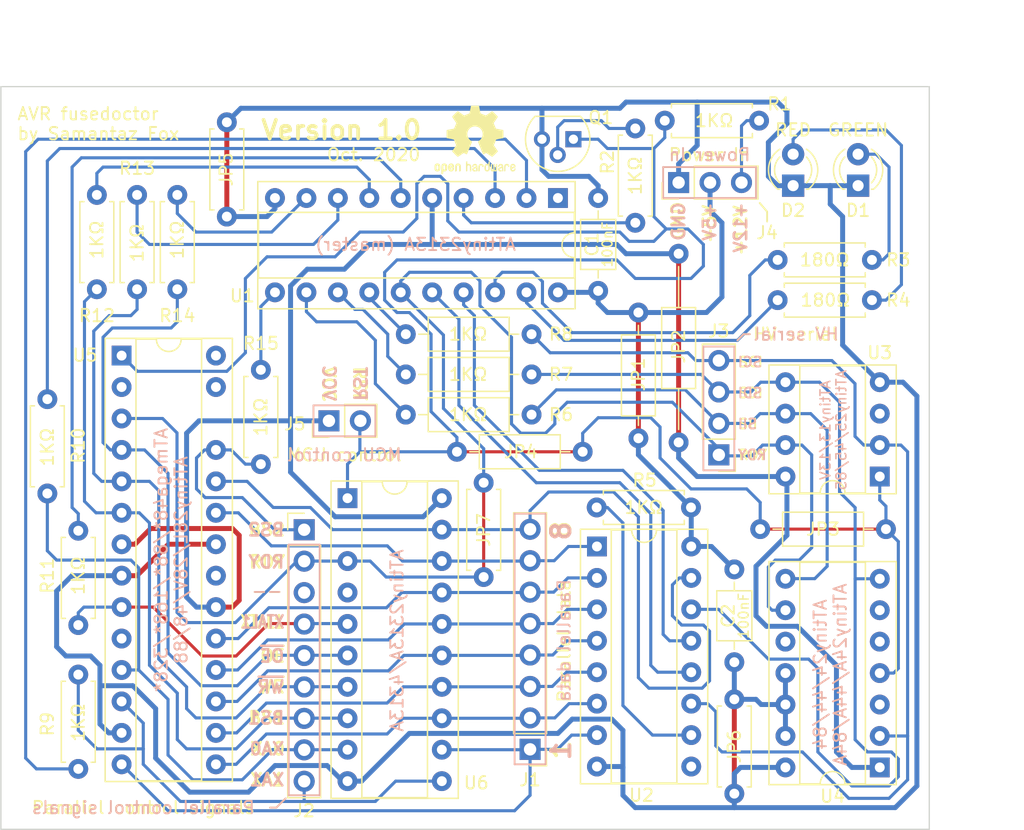
<source format=kicad_pcb>
(kicad_pcb (version 20171130) (host pcbnew 5.1.6-c6e7f7d~87~ubuntu19.10.1)

  (general
    (thickness 1.6)
    (drawings 89)
    (tracks 614)
    (zones 0)
    (modules 39)
    (nets 44)
  )

  (page A4)
  (layers
    (0 F.Cu signal)
    (31 B.Cu signal)
    (32 B.Adhes user hide)
    (33 F.Adhes user hide)
    (34 B.Paste user hide)
    (35 F.Paste user)
    (36 B.SilkS user)
    (37 F.SilkS user)
    (38 B.Mask user hide)
    (39 F.Mask user hide)
    (40 Dwgs.User user)
    (41 Cmts.User user hide)
    (42 Eco1.User user hide)
    (43 Eco2.User user hide)
    (44 Edge.Cuts user)
    (45 Margin user)
    (46 B.CrtYd user hide)
    (47 F.CrtYd user hide)
    (48 B.Fab user hide)
    (49 F.Fab user hide)
  )

  (setup
    (last_trace_width 0.25)
    (trace_clearance 0.2032)
    (zone_clearance 0.508)
    (zone_45_only no)
    (trace_min 0.2)
    (via_size 0.8)
    (via_drill 0.4)
    (via_min_size 0.4)
    (via_min_drill 0.3)
    (uvia_size 0.3)
    (uvia_drill 0.1)
    (uvias_allowed no)
    (uvia_min_size 0.2)
    (uvia_min_drill 0.1)
    (edge_width 0.1)
    (segment_width 0.2)
    (pcb_text_width 0.3)
    (pcb_text_size 1.5 1.5)
    (mod_edge_width 0.15)
    (mod_text_size 1 1)
    (mod_text_width 0.15)
    (pad_size 1.6 1.6)
    (pad_drill 0)
    (pad_to_mask_clearance 0)
    (aux_axis_origin 0 0)
    (visible_elements FFFFFF7F)
    (pcbplotparams
      (layerselection 0x01070_fffffffe)
      (usegerberextensions false)
      (usegerberattributes false)
      (usegerberadvancedattributes true)
      (creategerberjobfile false)
      (excludeedgelayer true)
      (linewidth 0.100000)
      (plotframeref false)
      (viasonmask false)
      (mode 1)
      (useauxorigin false)
      (hpglpennumber 1)
      (hpglpenspeed 20)
      (hpglpendiameter 15.000000)
      (psnegative false)
      (psa4output false)
      (plotreference true)
      (plotvalue true)
      (plotinvisibletext false)
      (padsonsilk false)
      (subtractmaskfromsilk false)
      (outputformat 1)
      (mirror false)
      (drillshape 0)
      (scaleselection 1)
      (outputdirectory "../gerbers/"))
  )

  (net 0 "")
  (net 1 /Data7)
  (net 2 /Data6)
  (net 3 /Data5)
  (net 4 /Data4)
  (net 5 /Data3)
  (net 6 /Data2)
  (net 7 SII)
  (net 8 SDI)
  (net 9 XA1)
  (net 10 XA0)
  (net 11 BS1)
  (net 12 SCI)
  (net 13 RDY)
  (net 14 GND)
  (net 15 VCC)
  (net 16 RESET)
  (net 17 "Net-(Q1-Pad2)")
  (net 18 +12V)
  (net 19 "Net-(R7-Pad2)")
  (net 20 "Net-(R8-Pad2)")
  (net 21 "Net-(R9-Pad2)")
  (net 22 "Net-(R6-Pad2)")
  (net 23 "Net-(D1-Pad2)")
  (net 24 "Net-(D2-Pad2)")
  (net 25 /Data1)
  (net 26 /Data0)
  (net 27 BS2)
  (net 28 ~WR)
  (net 29 ~OE)
  (net 30 "Net-(R2-Pad2)")
  (net 31 LEDG)
  (net 32 LEDR)
  (net 33 +5V)
  (net 34 "Net-(R5-Pad1)")
  (net 35 XTAL1)
  (net 36 "Net-(R10-Pad2)")
  (net 37 "Net-(R11-Pad2)")
  (net 38 "Net-(R12-Pad2)")
  (net 39 "Net-(R13-Pad2)")
  (net 40 "Net-(R14-Pad2)")
  (net 41 "Net-(R15-Pad2)")
  (net 42 ~HC_OE)
  (net 43 HC_LD)

  (net_class Default "This is the default net class."
    (clearance 0.2032)
    (trace_width 0.25)
    (via_dia 0.8)
    (via_drill 0.4)
    (uvia_dia 0.3)
    (uvia_drill 0.1)
    (add_net +12V)
    (add_net /Data0)
    (add_net /Data1)
    (add_net /Data2)
    (add_net /Data3)
    (add_net /Data4)
    (add_net /Data5)
    (add_net /Data6)
    (add_net /Data7)
    (add_net BS1)
    (add_net BS2)
    (add_net HC_LD)
    (add_net LEDG)
    (add_net LEDR)
    (add_net "Net-(D1-Pad2)")
    (add_net "Net-(D2-Pad2)")
    (add_net "Net-(Q1-Pad2)")
    (add_net "Net-(R10-Pad2)")
    (add_net "Net-(R11-Pad2)")
    (add_net "Net-(R12-Pad2)")
    (add_net "Net-(R13-Pad2)")
    (add_net "Net-(R14-Pad2)")
    (add_net "Net-(R15-Pad2)")
    (add_net "Net-(R2-Pad2)")
    (add_net "Net-(R5-Pad1)")
    (add_net "Net-(R6-Pad2)")
    (add_net "Net-(R7-Pad2)")
    (add_net "Net-(R8-Pad2)")
    (add_net "Net-(R9-Pad2)")
    (add_net RDY)
    (add_net RESET)
    (add_net SCI)
    (add_net SDI)
    (add_net SII)
    (add_net XA0)
    (add_net XA1)
    (add_net XTAL1)
    (add_net ~HC_OE)
    (add_net ~OE)
    (add_net ~WR)
  )

  (net_class Power ""
    (clearance 0.2032)
    (trace_width 0.4)
    (via_dia 0.8)
    (via_drill 0.4)
    (uvia_dia 0.3)
    (uvia_drill 0.1)
    (add_net +5V)
    (add_net GND)
    (add_net VCC)
  )

  (module Symbol:OSHW-Logo2_7.3x6mm_SilkScreen (layer F.Cu) (tedit 0) (tstamp 5F9310A9)
    (at 88.3 104.3)
    (descr "Open Source Hardware Symbol")
    (tags "Logo Symbol OSHW")
    (attr virtual)
    (fp_text reference REF** (at 0 0) (layer F.SilkS) hide
      (effects (font (size 1 1) (thickness 0.15)))
    )
    (fp_text value OSHW-Logo2_7.3x6mm_SilkScreen (at 0.75 0) (layer F.Fab) hide
      (effects (font (size 1 1) (thickness 0.15)))
    )
    (fp_poly (pts (xy -2.400256 1.919918) (xy -2.344799 1.947568) (xy -2.295852 1.99848) (xy -2.282371 2.017338)
      (xy -2.267686 2.042015) (xy -2.258158 2.068816) (xy -2.252707 2.104587) (xy -2.250253 2.156169)
      (xy -2.249714 2.224267) (xy -2.252148 2.317588) (xy -2.260606 2.387657) (xy -2.276826 2.439931)
      (xy -2.302546 2.479869) (xy -2.339503 2.512929) (xy -2.342218 2.514886) (xy -2.37864 2.534908)
      (xy -2.422498 2.544815) (xy -2.478276 2.547257) (xy -2.568952 2.547257) (xy -2.56899 2.635283)
      (xy -2.569834 2.684308) (xy -2.574976 2.713065) (xy -2.588413 2.730311) (xy -2.614142 2.744808)
      (xy -2.620321 2.747769) (xy -2.649236 2.761648) (xy -2.671624 2.770414) (xy -2.688271 2.771171)
      (xy -2.699964 2.761023) (xy -2.70749 2.737073) (xy -2.711634 2.696426) (xy -2.713185 2.636186)
      (xy -2.712929 2.553455) (xy -2.711651 2.445339) (xy -2.711252 2.413) (xy -2.709815 2.301524)
      (xy -2.708528 2.228603) (xy -2.569029 2.228603) (xy -2.568245 2.290499) (xy -2.56476 2.330997)
      (xy -2.556876 2.357708) (xy -2.542895 2.378244) (xy -2.533403 2.38826) (xy -2.494596 2.417567)
      (xy -2.460237 2.419952) (xy -2.424784 2.39575) (xy -2.423886 2.394857) (xy -2.409461 2.376153)
      (xy -2.400687 2.350732) (xy -2.396261 2.311584) (xy -2.394882 2.251697) (xy -2.394857 2.23843)
      (xy -2.398188 2.155901) (xy -2.409031 2.098691) (xy -2.42866 2.063766) (xy -2.45835 2.048094)
      (xy -2.475509 2.046514) (xy -2.516234 2.053926) (xy -2.544168 2.07833) (xy -2.560983 2.12298)
      (xy -2.56835 2.19113) (xy -2.569029 2.228603) (xy -2.708528 2.228603) (xy -2.708292 2.215245)
      (xy -2.706323 2.150333) (xy -2.70355 2.102958) (xy -2.699612 2.06929) (xy -2.694151 2.045498)
      (xy -2.686808 2.027753) (xy -2.677223 2.012224) (xy -2.673113 2.006381) (xy -2.618595 1.951185)
      (xy -2.549664 1.91989) (xy -2.469928 1.911165) (xy -2.400256 1.919918)) (layer F.SilkS) (width 0.01))
    (fp_poly (pts (xy -1.283907 1.92778) (xy -1.237328 1.954723) (xy -1.204943 1.981466) (xy -1.181258 2.009484)
      (xy -1.164941 2.043748) (xy -1.154661 2.089227) (xy -1.149086 2.150892) (xy -1.146884 2.233711)
      (xy -1.146629 2.293246) (xy -1.146629 2.512391) (xy -1.208314 2.540044) (xy -1.27 2.567697)
      (xy -1.277257 2.32767) (xy -1.280256 2.238028) (xy -1.283402 2.172962) (xy -1.287299 2.128026)
      (xy -1.292553 2.09877) (xy -1.299769 2.080748) (xy -1.30955 2.069511) (xy -1.312688 2.067079)
      (xy -1.360239 2.048083) (xy -1.408303 2.0556) (xy -1.436914 2.075543) (xy -1.448553 2.089675)
      (xy -1.456609 2.10822) (xy -1.461729 2.136334) (xy -1.464559 2.179173) (xy -1.465744 2.241895)
      (xy -1.465943 2.307261) (xy -1.465982 2.389268) (xy -1.467386 2.447316) (xy -1.472086 2.486465)
      (xy -1.482013 2.51178) (xy -1.499097 2.528323) (xy -1.525268 2.541156) (xy -1.560225 2.554491)
      (xy -1.598404 2.569007) (xy -1.593859 2.311389) (xy -1.592029 2.218519) (xy -1.589888 2.149889)
      (xy -1.586819 2.100711) (xy -1.582206 2.066198) (xy -1.575432 2.041562) (xy -1.565881 2.022016)
      (xy -1.554366 2.00477) (xy -1.49881 1.94968) (xy -1.43102 1.917822) (xy -1.357287 1.910191)
      (xy -1.283907 1.92778)) (layer F.SilkS) (width 0.01))
    (fp_poly (pts (xy -2.958885 1.921962) (xy -2.890855 1.957733) (xy -2.840649 2.015301) (xy -2.822815 2.052312)
      (xy -2.808937 2.107882) (xy -2.801833 2.178096) (xy -2.80116 2.254727) (xy -2.806573 2.329552)
      (xy -2.81773 2.394342) (xy -2.834286 2.440873) (xy -2.839374 2.448887) (xy -2.899645 2.508707)
      (xy -2.971231 2.544535) (xy -3.048908 2.55502) (xy -3.127452 2.53881) (xy -3.149311 2.529092)
      (xy -3.191878 2.499143) (xy -3.229237 2.459433) (xy -3.232768 2.454397) (xy -3.247119 2.430124)
      (xy -3.256606 2.404178) (xy -3.26221 2.370022) (xy -3.264914 2.321119) (xy -3.265701 2.250935)
      (xy -3.265714 2.2352) (xy -3.265678 2.230192) (xy -3.120571 2.230192) (xy -3.119727 2.29643)
      (xy -3.116404 2.340386) (xy -3.109417 2.368779) (xy -3.097584 2.388325) (xy -3.091543 2.394857)
      (xy -3.056814 2.41968) (xy -3.023097 2.418548) (xy -2.989005 2.397016) (xy -2.968671 2.374029)
      (xy -2.956629 2.340478) (xy -2.949866 2.287569) (xy -2.949402 2.281399) (xy -2.948248 2.185513)
      (xy -2.960312 2.114299) (xy -2.98543 2.068194) (xy -3.02344 2.047635) (xy -3.037008 2.046514)
      (xy -3.072636 2.052152) (xy -3.097006 2.071686) (xy -3.111907 2.109042) (xy -3.119125 2.16815)
      (xy -3.120571 2.230192) (xy -3.265678 2.230192) (xy -3.265174 2.160413) (xy -3.262904 2.108159)
      (xy -3.257932 2.071949) (xy -3.249287 2.045299) (xy -3.235995 2.021722) (xy -3.233057 2.017338)
      (xy -3.183687 1.958249) (xy -3.129891 1.923947) (xy -3.064398 1.910331) (xy -3.042158 1.909665)
      (xy -2.958885 1.921962)) (layer F.SilkS) (width 0.01))
    (fp_poly (pts (xy -1.831697 1.931239) (xy -1.774473 1.969735) (xy -1.730251 2.025335) (xy -1.703833 2.096086)
      (xy -1.69849 2.148162) (xy -1.699097 2.169893) (xy -1.704178 2.186531) (xy -1.718145 2.201437)
      (xy -1.745411 2.217973) (xy -1.790388 2.239498) (xy -1.857489 2.269374) (xy -1.857829 2.269524)
      (xy -1.919593 2.297813) (xy -1.970241 2.322933) (xy -2.004596 2.342179) (xy -2.017482 2.352848)
      (xy -2.017486 2.352934) (xy -2.006128 2.376166) (xy -1.979569 2.401774) (xy -1.949077 2.420221)
      (xy -1.93363 2.423886) (xy -1.891485 2.411212) (xy -1.855192 2.379471) (xy -1.837483 2.344572)
      (xy -1.820448 2.318845) (xy -1.787078 2.289546) (xy -1.747851 2.264235) (xy -1.713244 2.250471)
      (xy -1.706007 2.249714) (xy -1.697861 2.26216) (xy -1.69737 2.293972) (xy -1.703357 2.336866)
      (xy -1.714643 2.382558) (xy -1.73005 2.422761) (xy -1.730829 2.424322) (xy -1.777196 2.489062)
      (xy -1.837289 2.533097) (xy -1.905535 2.554711) (xy -1.976362 2.552185) (xy -2.044196 2.523804)
      (xy -2.047212 2.521808) (xy -2.100573 2.473448) (xy -2.13566 2.410352) (xy -2.155078 2.327387)
      (xy -2.157684 2.304078) (xy -2.162299 2.194055) (xy -2.156767 2.142748) (xy -2.017486 2.142748)
      (xy -2.015676 2.174753) (xy -2.005778 2.184093) (xy -1.981102 2.177105) (xy -1.942205 2.160587)
      (xy -1.898725 2.139881) (xy -1.897644 2.139333) (xy -1.860791 2.119949) (xy -1.846 2.107013)
      (xy -1.849647 2.093451) (xy -1.865005 2.075632) (xy -1.904077 2.049845) (xy -1.946154 2.04795)
      (xy -1.983897 2.066717) (xy -2.009966 2.102915) (xy -2.017486 2.142748) (xy -2.156767 2.142748)
      (xy -2.152806 2.106027) (xy -2.12845 2.036212) (xy -2.094544 1.987302) (xy -2.033347 1.937878)
      (xy -1.965937 1.913359) (xy -1.89712 1.911797) (xy -1.831697 1.931239)) (layer F.SilkS) (width 0.01))
    (fp_poly (pts (xy -0.624114 1.851289) (xy -0.619861 1.910613) (xy -0.614975 1.945572) (xy -0.608205 1.96082)
      (xy -0.598298 1.961015) (xy -0.595086 1.959195) (xy -0.552356 1.946015) (xy -0.496773 1.946785)
      (xy -0.440263 1.960333) (xy -0.404918 1.977861) (xy -0.368679 2.005861) (xy -0.342187 2.037549)
      (xy -0.324001 2.077813) (xy -0.312678 2.131543) (xy -0.306778 2.203626) (xy -0.304857 2.298951)
      (xy -0.304823 2.317237) (xy -0.3048 2.522646) (xy -0.350509 2.53858) (xy -0.382973 2.54942)
      (xy -0.400785 2.554468) (xy -0.401309 2.554514) (xy -0.403063 2.540828) (xy -0.404556 2.503076)
      (xy -0.405674 2.446224) (xy -0.406303 2.375234) (xy -0.4064 2.332073) (xy -0.406602 2.246973)
      (xy -0.407642 2.185981) (xy -0.410169 2.144177) (xy -0.414836 2.116642) (xy -0.422293 2.098456)
      (xy -0.433189 2.084698) (xy -0.439993 2.078073) (xy -0.486728 2.051375) (xy -0.537728 2.049375)
      (xy -0.583999 2.071955) (xy -0.592556 2.080107) (xy -0.605107 2.095436) (xy -0.613812 2.113618)
      (xy -0.619369 2.139909) (xy -0.622474 2.179562) (xy -0.623824 2.237832) (xy -0.624114 2.318173)
      (xy -0.624114 2.522646) (xy -0.669823 2.53858) (xy -0.702287 2.54942) (xy -0.720099 2.554468)
      (xy -0.720623 2.554514) (xy -0.721963 2.540623) (xy -0.723172 2.501439) (xy -0.724199 2.4407)
      (xy -0.724998 2.362141) (xy -0.725519 2.269498) (xy -0.725714 2.166509) (xy -0.725714 1.769342)
      (xy -0.678543 1.749444) (xy -0.631371 1.729547) (xy -0.624114 1.851289)) (layer F.SilkS) (width 0.01))
    (fp_poly (pts (xy 0.039744 1.950968) (xy 0.096616 1.972087) (xy 0.097267 1.972493) (xy 0.13244 1.99838)
      (xy 0.158407 2.028633) (xy 0.17667 2.068058) (xy 0.188732 2.121462) (xy 0.196096 2.193651)
      (xy 0.200264 2.289432) (xy 0.200629 2.303078) (xy 0.205876 2.508842) (xy 0.161716 2.531678)
      (xy 0.129763 2.54711) (xy 0.11047 2.554423) (xy 0.109578 2.554514) (xy 0.106239 2.541022)
      (xy 0.103587 2.504626) (xy 0.101956 2.451452) (xy 0.1016 2.408393) (xy 0.101592 2.338641)
      (xy 0.098403 2.294837) (xy 0.087288 2.273944) (xy 0.063501 2.272925) (xy 0.022296 2.288741)
      (xy -0.039914 2.317815) (xy -0.085659 2.341963) (xy -0.109187 2.362913) (xy -0.116104 2.385747)
      (xy -0.116114 2.386877) (xy -0.104701 2.426212) (xy -0.070908 2.447462) (xy -0.019191 2.450539)
      (xy 0.018061 2.450006) (xy 0.037703 2.460735) (xy 0.049952 2.486505) (xy 0.057002 2.519337)
      (xy 0.046842 2.537966) (xy 0.043017 2.540632) (xy 0.007001 2.55134) (xy -0.043434 2.552856)
      (xy -0.095374 2.545759) (xy -0.132178 2.532788) (xy -0.183062 2.489585) (xy -0.211986 2.429446)
      (xy -0.217714 2.382462) (xy -0.213343 2.340082) (xy -0.197525 2.305488) (xy -0.166203 2.274763)
      (xy -0.115322 2.24399) (xy -0.040824 2.209252) (xy -0.036286 2.207288) (xy 0.030821 2.176287)
      (xy 0.072232 2.150862) (xy 0.089981 2.128014) (xy 0.086107 2.104745) (xy 0.062643 2.078056)
      (xy 0.055627 2.071914) (xy 0.00863 2.0481) (xy -0.040067 2.049103) (xy -0.082478 2.072451)
      (xy -0.110616 2.115675) (xy -0.113231 2.12416) (xy -0.138692 2.165308) (xy -0.170999 2.185128)
      (xy -0.217714 2.20477) (xy -0.217714 2.15395) (xy -0.203504 2.080082) (xy -0.161325 2.012327)
      (xy -0.139376 1.989661) (xy -0.089483 1.960569) (xy -0.026033 1.9474) (xy 0.039744 1.950968)) (layer F.SilkS) (width 0.01))
    (fp_poly (pts (xy 0.529926 1.949755) (xy 0.595858 1.974084) (xy 0.649273 2.017117) (xy 0.670164 2.047409)
      (xy 0.692939 2.102994) (xy 0.692466 2.143186) (xy 0.668562 2.170217) (xy 0.659717 2.174813)
      (xy 0.62153 2.189144) (xy 0.602028 2.185472) (xy 0.595422 2.161407) (xy 0.595086 2.148114)
      (xy 0.582992 2.09921) (xy 0.551471 2.064999) (xy 0.507659 2.048476) (xy 0.458695 2.052634)
      (xy 0.418894 2.074227) (xy 0.40545 2.086544) (xy 0.395921 2.101487) (xy 0.389485 2.124075)
      (xy 0.385317 2.159328) (xy 0.382597 2.212266) (xy 0.380502 2.287907) (xy 0.37996 2.311857)
      (xy 0.377981 2.39379) (xy 0.375731 2.451455) (xy 0.372357 2.489608) (xy 0.367006 2.513004)
      (xy 0.358824 2.526398) (xy 0.346959 2.534545) (xy 0.339362 2.538144) (xy 0.307102 2.550452)
      (xy 0.288111 2.554514) (xy 0.281836 2.540948) (xy 0.278006 2.499934) (xy 0.2766 2.430999)
      (xy 0.277598 2.333669) (xy 0.277908 2.318657) (xy 0.280101 2.229859) (xy 0.282693 2.165019)
      (xy 0.286382 2.119067) (xy 0.291864 2.086935) (xy 0.299835 2.063553) (xy 0.310993 2.043852)
      (xy 0.31683 2.03541) (xy 0.350296 1.998057) (xy 0.387727 1.969003) (xy 0.392309 1.966467)
      (xy 0.459426 1.946443) (xy 0.529926 1.949755)) (layer F.SilkS) (width 0.01))
    (fp_poly (pts (xy 1.190117 2.065358) (xy 1.189933 2.173837) (xy 1.189219 2.257287) (xy 1.187675 2.319704)
      (xy 1.185001 2.365085) (xy 1.180894 2.397429) (xy 1.175055 2.420733) (xy 1.167182 2.438995)
      (xy 1.161221 2.449418) (xy 1.111855 2.505945) (xy 1.049264 2.541377) (xy 0.980013 2.55409)
      (xy 0.910668 2.542463) (xy 0.869375 2.521568) (xy 0.826025 2.485422) (xy 0.796481 2.441276)
      (xy 0.778655 2.383462) (xy 0.770463 2.306313) (xy 0.769302 2.249714) (xy 0.769458 2.245647)
      (xy 0.870857 2.245647) (xy 0.871476 2.31055) (xy 0.874314 2.353514) (xy 0.88084 2.381622)
      (xy 0.892523 2.401953) (xy 0.906483 2.417288) (xy 0.953365 2.44689) (xy 1.003701 2.449419)
      (xy 1.051276 2.424705) (xy 1.054979 2.421356) (xy 1.070783 2.403935) (xy 1.080693 2.383209)
      (xy 1.086058 2.352362) (xy 1.088228 2.304577) (xy 1.088571 2.251748) (xy 1.087827 2.185381)
      (xy 1.084748 2.141106) (xy 1.078061 2.112009) (xy 1.066496 2.091173) (xy 1.057013 2.080107)
      (xy 1.01296 2.052198) (xy 0.962224 2.048843) (xy 0.913796 2.070159) (xy 0.90445 2.078073)
      (xy 0.88854 2.095647) (xy 0.87861 2.116587) (xy 0.873278 2.147782) (xy 0.871163 2.196122)
      (xy 0.870857 2.245647) (xy 0.769458 2.245647) (xy 0.77281 2.158568) (xy 0.784726 2.090086)
      (xy 0.807135 2.0386) (xy 0.842124 1.998443) (xy 0.869375 1.977861) (xy 0.918907 1.955625)
      (xy 0.976316 1.945304) (xy 1.029682 1.948067) (xy 1.059543 1.959212) (xy 1.071261 1.962383)
      (xy 1.079037 1.950557) (xy 1.084465 1.918866) (xy 1.088571 1.870593) (xy 1.093067 1.816829)
      (xy 1.099313 1.784482) (xy 1.110676 1.765985) (xy 1.130528 1.75377) (xy 1.143 1.748362)
      (xy 1.190171 1.728601) (xy 1.190117 2.065358)) (layer F.SilkS) (width 0.01))
    (fp_poly (pts (xy 1.779833 1.958663) (xy 1.782048 1.99685) (xy 1.783784 2.054886) (xy 1.784899 2.12818)
      (xy 1.785257 2.205055) (xy 1.785257 2.465196) (xy 1.739326 2.511127) (xy 1.707675 2.539429)
      (xy 1.67989 2.550893) (xy 1.641915 2.550168) (xy 1.62684 2.548321) (xy 1.579726 2.542948)
      (xy 1.540756 2.539869) (xy 1.531257 2.539585) (xy 1.499233 2.541445) (xy 1.453432 2.546114)
      (xy 1.435674 2.548321) (xy 1.392057 2.551735) (xy 1.362745 2.54432) (xy 1.33368 2.521427)
      (xy 1.323188 2.511127) (xy 1.277257 2.465196) (xy 1.277257 1.978602) (xy 1.314226 1.961758)
      (xy 1.346059 1.949282) (xy 1.364683 1.944914) (xy 1.369458 1.958718) (xy 1.373921 1.997286)
      (xy 1.377775 2.056356) (xy 1.380722 2.131663) (xy 1.382143 2.195286) (xy 1.386114 2.445657)
      (xy 1.420759 2.450556) (xy 1.452268 2.447131) (xy 1.467708 2.436041) (xy 1.472023 2.415308)
      (xy 1.475708 2.371145) (xy 1.478469 2.309146) (xy 1.480012 2.234909) (xy 1.480235 2.196706)
      (xy 1.480457 1.976783) (xy 1.526166 1.960849) (xy 1.558518 1.950015) (xy 1.576115 1.944962)
      (xy 1.576623 1.944914) (xy 1.578388 1.958648) (xy 1.580329 1.99673) (xy 1.582282 2.054482)
      (xy 1.584084 2.127227) (xy 1.585343 2.195286) (xy 1.589314 2.445657) (xy 1.6764 2.445657)
      (xy 1.680396 2.21724) (xy 1.684392 1.988822) (xy 1.726847 1.966868) (xy 1.758192 1.951793)
      (xy 1.776744 1.944951) (xy 1.777279 1.944914) (xy 1.779833 1.958663)) (layer F.SilkS) (width 0.01))
    (fp_poly (pts (xy 2.144876 1.956335) (xy 2.186667 1.975344) (xy 2.219469 1.998378) (xy 2.243503 2.024133)
      (xy 2.260097 2.057358) (xy 2.270577 2.1028) (xy 2.276271 2.165207) (xy 2.278507 2.249327)
      (xy 2.278743 2.304721) (xy 2.278743 2.520826) (xy 2.241774 2.53767) (xy 2.212656 2.549981)
      (xy 2.198231 2.554514) (xy 2.195472 2.541025) (xy 2.193282 2.504653) (xy 2.191942 2.451542)
      (xy 2.191657 2.409372) (xy 2.190434 2.348447) (xy 2.187136 2.300115) (xy 2.182321 2.270518)
      (xy 2.178496 2.264229) (xy 2.152783 2.270652) (xy 2.112418 2.287125) (xy 2.065679 2.309458)
      (xy 2.020845 2.333457) (xy 1.986193 2.35493) (xy 1.970002 2.369685) (xy 1.969938 2.369845)
      (xy 1.97133 2.397152) (xy 1.983818 2.423219) (xy 2.005743 2.444392) (xy 2.037743 2.451474)
      (xy 2.065092 2.450649) (xy 2.103826 2.450042) (xy 2.124158 2.459116) (xy 2.136369 2.483092)
      (xy 2.137909 2.487613) (xy 2.143203 2.521806) (xy 2.129047 2.542568) (xy 2.092148 2.552462)
      (xy 2.052289 2.554292) (xy 1.980562 2.540727) (xy 1.943432 2.521355) (xy 1.897576 2.475845)
      (xy 1.873256 2.419983) (xy 1.871073 2.360957) (xy 1.891629 2.305953) (xy 1.922549 2.271486)
      (xy 1.95342 2.252189) (xy 2.001942 2.227759) (xy 2.058485 2.202985) (xy 2.06791 2.199199)
      (xy 2.130019 2.171791) (xy 2.165822 2.147634) (xy 2.177337 2.123619) (xy 2.16658 2.096635)
      (xy 2.148114 2.075543) (xy 2.104469 2.049572) (xy 2.056446 2.047624) (xy 2.012406 2.067637)
      (xy 1.980709 2.107551) (xy 1.976549 2.117848) (xy 1.952327 2.155724) (xy 1.916965 2.183842)
      (xy 1.872343 2.206917) (xy 1.872343 2.141485) (xy 1.874969 2.101506) (xy 1.88623 2.069997)
      (xy 1.911199 2.036378) (xy 1.935169 2.010484) (xy 1.972441 1.973817) (xy 2.001401 1.954121)
      (xy 2.032505 1.94622) (xy 2.067713 1.944914) (xy 2.144876 1.956335)) (layer F.SilkS) (width 0.01))
    (fp_poly (pts (xy 2.6526 1.958752) (xy 2.669948 1.966334) (xy 2.711356 1.999128) (xy 2.746765 2.046547)
      (xy 2.768664 2.097151) (xy 2.772229 2.122098) (xy 2.760279 2.156927) (xy 2.734067 2.175357)
      (xy 2.705964 2.186516) (xy 2.693095 2.188572) (xy 2.686829 2.173649) (xy 2.674456 2.141175)
      (xy 2.669028 2.126502) (xy 2.63859 2.075744) (xy 2.59452 2.050427) (xy 2.53801 2.051206)
      (xy 2.533825 2.052203) (xy 2.503655 2.066507) (xy 2.481476 2.094393) (xy 2.466327 2.139287)
      (xy 2.45725 2.204615) (xy 2.453286 2.293804) (xy 2.452914 2.341261) (xy 2.45273 2.416071)
      (xy 2.451522 2.467069) (xy 2.448309 2.499471) (xy 2.442109 2.518495) (xy 2.43194 2.529356)
      (xy 2.416819 2.537272) (xy 2.415946 2.53767) (xy 2.386828 2.549981) (xy 2.372403 2.554514)
      (xy 2.370186 2.540809) (xy 2.368289 2.502925) (xy 2.366847 2.445715) (xy 2.365998 2.374027)
      (xy 2.365829 2.321565) (xy 2.366692 2.220047) (xy 2.37007 2.143032) (xy 2.377142 2.086023)
      (xy 2.389088 2.044526) (xy 2.40709 2.014043) (xy 2.432327 1.99008) (xy 2.457247 1.973355)
      (xy 2.517171 1.951097) (xy 2.586911 1.946076) (xy 2.6526 1.958752)) (layer F.SilkS) (width 0.01))
    (fp_poly (pts (xy 3.153595 1.966966) (xy 3.211021 2.004497) (xy 3.238719 2.038096) (xy 3.260662 2.099064)
      (xy 3.262405 2.147308) (xy 3.258457 2.211816) (xy 3.109686 2.276934) (xy 3.037349 2.310202)
      (xy 2.990084 2.336964) (xy 2.965507 2.360144) (xy 2.961237 2.382667) (xy 2.974889 2.407455)
      (xy 2.989943 2.423886) (xy 3.033746 2.450235) (xy 3.081389 2.452081) (xy 3.125145 2.431546)
      (xy 3.157289 2.390752) (xy 3.163038 2.376347) (xy 3.190576 2.331356) (xy 3.222258 2.312182)
      (xy 3.265714 2.295779) (xy 3.265714 2.357966) (xy 3.261872 2.400283) (xy 3.246823 2.435969)
      (xy 3.21528 2.476943) (xy 3.210592 2.482267) (xy 3.175506 2.51872) (xy 3.145347 2.538283)
      (xy 3.107615 2.547283) (xy 3.076335 2.55023) (xy 3.020385 2.550965) (xy 2.980555 2.54166)
      (xy 2.955708 2.527846) (xy 2.916656 2.497467) (xy 2.889625 2.464613) (xy 2.872517 2.423294)
      (xy 2.863238 2.367521) (xy 2.859693 2.291305) (xy 2.85941 2.252622) (xy 2.860372 2.206247)
      (xy 2.948007 2.206247) (xy 2.949023 2.231126) (xy 2.951556 2.2352) (xy 2.968274 2.229665)
      (xy 3.004249 2.215017) (xy 3.052331 2.19419) (xy 3.062386 2.189714) (xy 3.123152 2.158814)
      (xy 3.156632 2.131657) (xy 3.16399 2.10622) (xy 3.146391 2.080481) (xy 3.131856 2.069109)
      (xy 3.07941 2.046364) (xy 3.030322 2.050122) (xy 2.989227 2.077884) (xy 2.960758 2.127152)
      (xy 2.951631 2.166257) (xy 2.948007 2.206247) (xy 2.860372 2.206247) (xy 2.861285 2.162249)
      (xy 2.868196 2.095384) (xy 2.881884 2.046695) (xy 2.904096 2.010849) (xy 2.936574 1.982513)
      (xy 2.950733 1.973355) (xy 3.015053 1.949507) (xy 3.085473 1.948006) (xy 3.153595 1.966966)) (layer F.SilkS) (width 0.01))
    (fp_poly (pts (xy 0.10391 -2.757652) (xy 0.182454 -2.757222) (xy 0.239298 -2.756058) (xy 0.278105 -2.753793)
      (xy 0.302538 -2.75006) (xy 0.316262 -2.744494) (xy 0.32294 -2.736727) (xy 0.326236 -2.726395)
      (xy 0.326556 -2.725057) (xy 0.331562 -2.700921) (xy 0.340829 -2.653299) (xy 0.353392 -2.587259)
      (xy 0.368287 -2.507872) (xy 0.384551 -2.420204) (xy 0.385119 -2.417125) (xy 0.40141 -2.331211)
      (xy 0.416652 -2.255304) (xy 0.429861 -2.193955) (xy 0.440054 -2.151718) (xy 0.446248 -2.133145)
      (xy 0.446543 -2.132816) (xy 0.464788 -2.123747) (xy 0.502405 -2.108633) (xy 0.551271 -2.090738)
      (xy 0.551543 -2.090642) (xy 0.613093 -2.067507) (xy 0.685657 -2.038035) (xy 0.754057 -2.008403)
      (xy 0.757294 -2.006938) (xy 0.868702 -1.956374) (xy 1.115399 -2.12484) (xy 1.191077 -2.176197)
      (xy 1.259631 -2.222111) (xy 1.317088 -2.25997) (xy 1.359476 -2.287163) (xy 1.382825 -2.301079)
      (xy 1.385042 -2.302111) (xy 1.40201 -2.297516) (xy 1.433701 -2.275345) (xy 1.481352 -2.234553)
      (xy 1.546198 -2.174095) (xy 1.612397 -2.109773) (xy 1.676214 -2.046388) (xy 1.733329 -1.988549)
      (xy 1.780305 -1.939825) (xy 1.813703 -1.90379) (xy 1.830085 -1.884016) (xy 1.830694 -1.882998)
      (xy 1.832505 -1.869428) (xy 1.825683 -1.847267) (xy 1.80854 -1.813522) (xy 1.779393 -1.7652)
      (xy 1.736555 -1.699308) (xy 1.679448 -1.614483) (xy 1.628766 -1.539823) (xy 1.583461 -1.47286)
      (xy 1.54615 -1.417484) (xy 1.519452 -1.37758) (xy 1.505985 -1.357038) (xy 1.505137 -1.355644)
      (xy 1.506781 -1.335962) (xy 1.519245 -1.297707) (xy 1.540048 -1.248111) (xy 1.547462 -1.232272)
      (xy 1.579814 -1.16171) (xy 1.614328 -1.081647) (xy 1.642365 -1.012371) (xy 1.662568 -0.960955)
      (xy 1.678615 -0.921881) (xy 1.687888 -0.901459) (xy 1.689041 -0.899886) (xy 1.706096 -0.897279)
      (xy 1.746298 -0.890137) (xy 1.804302 -0.879477) (xy 1.874763 -0.866315) (xy 1.952335 -0.851667)
      (xy 2.031672 -0.836551) (xy 2.107431 -0.821982) (xy 2.174264 -0.808978) (xy 2.226828 -0.798555)
      (xy 2.259776 -0.79173) (xy 2.267857 -0.789801) (xy 2.276205 -0.785038) (xy 2.282506 -0.774282)
      (xy 2.287045 -0.753902) (xy 2.290104 -0.720266) (xy 2.291967 -0.669745) (xy 2.292918 -0.598708)
      (xy 2.29324 -0.503524) (xy 2.293257 -0.464508) (xy 2.293257 -0.147201) (xy 2.217057 -0.132161)
      (xy 2.174663 -0.124005) (xy 2.1114 -0.112101) (xy 2.034962 -0.097884) (xy 1.953043 -0.08279)
      (xy 1.9304 -0.078645) (xy 1.854806 -0.063947) (xy 1.788953 -0.049495) (xy 1.738366 -0.036625)
      (xy 1.708574 -0.026678) (xy 1.703612 -0.023713) (xy 1.691426 -0.002717) (xy 1.673953 0.037967)
      (xy 1.654577 0.090322) (xy 1.650734 0.1016) (xy 1.625339 0.171523) (xy 1.593817 0.250418)
      (xy 1.562969 0.321266) (xy 1.562817 0.321595) (xy 1.511447 0.432733) (xy 1.680399 0.681253)
      (xy 1.849352 0.929772) (xy 1.632429 1.147058) (xy 1.566819 1.211726) (xy 1.506979 1.268733)
      (xy 1.456267 1.315033) (xy 1.418046 1.347584) (xy 1.395675 1.363343) (xy 1.392466 1.364343)
      (xy 1.373626 1.356469) (xy 1.33518 1.334578) (xy 1.28133 1.301267) (xy 1.216276 1.259131)
      (xy 1.14594 1.211943) (xy 1.074555 1.16381) (xy 1.010908 1.121928) (xy 0.959041 1.088871)
      (xy 0.922995 1.067218) (xy 0.906867 1.059543) (xy 0.887189 1.066037) (xy 0.849875 1.08315)
      (xy 0.802621 1.107326) (xy 0.797612 1.110013) (xy 0.733977 1.141927) (xy 0.690341 1.157579)
      (xy 0.663202 1.157745) (xy 0.649057 1.143204) (xy 0.648975 1.143) (xy 0.641905 1.125779)
      (xy 0.625042 1.084899) (xy 0.599695 1.023525) (xy 0.567171 0.944819) (xy 0.528778 0.851947)
      (xy 0.485822 0.748072) (xy 0.444222 0.647502) (xy 0.398504 0.536516) (xy 0.356526 0.433703)
      (xy 0.319548 0.342215) (xy 0.288827 0.265201) (xy 0.265622 0.205815) (xy 0.25119 0.167209)
      (xy 0.246743 0.1528) (xy 0.257896 0.136272) (xy 0.287069 0.10993) (xy 0.325971 0.080887)
      (xy 0.436757 -0.010961) (xy 0.523351 -0.116241) (xy 0.584716 -0.232734) (xy 0.619815 -0.358224)
      (xy 0.627608 -0.490493) (xy 0.621943 -0.551543) (xy 0.591078 -0.678205) (xy 0.53792 -0.790059)
      (xy 0.465767 -0.885999) (xy 0.377917 -0.964924) (xy 0.277665 -1.02573) (xy 0.16831 -1.067313)
      (xy 0.053147 -1.088572) (xy -0.064525 -1.088401) (xy -0.18141 -1.065699) (xy -0.294211 -1.019362)
      (xy -0.399631 -0.948287) (xy -0.443632 -0.908089) (xy -0.528021 -0.804871) (xy -0.586778 -0.692075)
      (xy -0.620296 -0.57299) (xy -0.628965 -0.450905) (xy -0.613177 -0.329107) (xy -0.573322 -0.210884)
      (xy -0.509793 -0.099525) (xy -0.422979 0.001684) (xy -0.325971 0.080887) (xy -0.285563 0.111162)
      (xy -0.257018 0.137219) (xy -0.246743 0.152825) (xy -0.252123 0.169843) (xy -0.267425 0.2105)
      (xy -0.291388 0.271642) (xy -0.322756 0.350119) (xy -0.360268 0.44278) (xy -0.402667 0.546472)
      (xy -0.444337 0.647526) (xy -0.49031 0.758607) (xy -0.532893 0.861541) (xy -0.570779 0.953165)
      (xy -0.60266 1.030316) (xy -0.627229 1.089831) (xy -0.64318 1.128544) (xy -0.64909 1.143)
      (xy -0.663052 1.157685) (xy -0.69006 1.157642) (xy -0.733587 1.142099) (xy -0.79711 1.110284)
      (xy -0.797612 1.110013) (xy -0.84544 1.085323) (xy -0.884103 1.067338) (xy -0.905905 1.059614)
      (xy -0.906867 1.059543) (xy -0.923279 1.067378) (xy -0.959513 1.089165) (xy -1.011526 1.122328)
      (xy -1.075275 1.164291) (xy -1.14594 1.211943) (xy -1.217884 1.260191) (xy -1.282726 1.302151)
      (xy -1.336265 1.335227) (xy -1.374303 1.356821) (xy -1.392467 1.364343) (xy -1.409192 1.354457)
      (xy -1.44282 1.326826) (xy -1.48999 1.284495) (xy -1.547342 1.230505) (xy -1.611516 1.167899)
      (xy -1.632503 1.146983) (xy -1.849501 0.929623) (xy -1.684332 0.68722) (xy -1.634136 0.612781)
      (xy -1.590081 0.545972) (xy -1.554638 0.490665) (xy -1.530281 0.450729) (xy -1.519478 0.430036)
      (xy -1.519162 0.428563) (xy -1.524857 0.409058) (xy -1.540174 0.369822) (xy -1.562463 0.31743)
      (xy -1.578107 0.282355) (xy -1.607359 0.215201) (xy -1.634906 0.147358) (xy -1.656263 0.090034)
      (xy -1.662065 0.072572) (xy -1.678548 0.025938) (xy -1.69466 -0.010095) (xy -1.70351 -0.023713)
      (xy -1.72304 -0.032048) (xy -1.765666 -0.043863) (xy -1.825855 -0.057819) (xy -1.898078 -0.072578)
      (xy -1.9304 -0.078645) (xy -2.012478 -0.093727) (xy -2.091205 -0.108331) (xy -2.158891 -0.12102)
      (xy -2.20784 -0.130358) (xy -2.217057 -0.132161) (xy -2.293257 -0.147201) (xy -2.293257 -0.464508)
      (xy -2.293086 -0.568846) (xy -2.292384 -0.647787) (xy -2.290866 -0.704962) (xy -2.288251 -0.744001)
      (xy -2.284254 -0.768535) (xy -2.278591 -0.782195) (xy -2.27098 -0.788611) (xy -2.267857 -0.789801)
      (xy -2.249022 -0.79402) (xy -2.207412 -0.802438) (xy -2.14837 -0.814039) (xy -2.077243 -0.827805)
      (xy -1.999375 -0.84272) (xy -1.920113 -0.857768) (xy -1.844802 -0.871931) (xy -1.778787 -0.884194)
      (xy -1.727413 -0.893539) (xy -1.696025 -0.89895) (xy -1.689041 -0.899886) (xy -1.682715 -0.912404)
      (xy -1.66871 -0.945754) (xy -1.649645 -0.993623) (xy -1.642366 -1.012371) (xy -1.613004 -1.084805)
      (xy -1.578429 -1.16483) (xy -1.547463 -1.232272) (xy -1.524677 -1.283841) (xy -1.509518 -1.326215)
      (xy -1.504458 -1.352166) (xy -1.505264 -1.355644) (xy -1.515959 -1.372064) (xy -1.54038 -1.408583)
      (xy -1.575905 -1.461313) (xy -1.619913 -1.526365) (xy -1.669783 -1.599849) (xy -1.679644 -1.614355)
      (xy -1.737508 -1.700296) (xy -1.780044 -1.765739) (xy -1.808946 -1.813696) (xy -1.82591 -1.84718)
      (xy -1.832633 -1.869205) (xy -1.83081 -1.882783) (xy -1.830764 -1.882869) (xy -1.816414 -1.900703)
      (xy -1.784677 -1.935183) (xy -1.73899 -1.982732) (xy -1.682796 -2.039778) (xy -1.619532 -2.102745)
      (xy -1.612398 -2.109773) (xy -1.53267 -2.18698) (xy -1.471143 -2.24367) (xy -1.426579 -2.28089)
      (xy -1.397743 -2.299685) (xy -1.385042 -2.302111) (xy -1.366506 -2.291529) (xy -1.328039 -2.267084)
      (xy -1.273614 -2.231388) (xy -1.207202 -2.187053) (xy -1.132775 -2.136689) (xy -1.115399 -2.12484)
      (xy -0.868703 -1.956374) (xy -0.757294 -2.006938) (xy -0.689543 -2.036405) (xy -0.616817 -2.066041)
      (xy -0.554297 -2.08967) (xy -0.551543 -2.090642) (xy -0.50264 -2.108543) (xy -0.464943 -2.12368)
      (xy -0.446575 -2.13279) (xy -0.446544 -2.132816) (xy -0.440715 -2.149283) (xy -0.430808 -2.189781)
      (xy -0.417805 -2.249758) (xy -0.402691 -2.32466) (xy -0.386448 -2.409936) (xy -0.385119 -2.417125)
      (xy -0.368825 -2.504986) (xy -0.353867 -2.58474) (xy -0.341209 -2.651319) (xy -0.331814 -2.699653)
      (xy -0.326646 -2.724675) (xy -0.326556 -2.725057) (xy -0.323411 -2.735701) (xy -0.317296 -2.743738)
      (xy -0.304547 -2.749533) (xy -0.2815 -2.753453) (xy -0.244491 -2.755865) (xy -0.189856 -2.757135)
      (xy -0.113933 -2.757629) (xy -0.013056 -2.757714) (xy 0 -2.757714) (xy 0.10391 -2.757652)) (layer F.SilkS) (width 0.01))
  )

  (module Resistor_THT:R_Axial_DIN0207_L6.3mm_D2.5mm_P7.62mm_Horizontal (layer F.Cu) (tedit 5AE5139B) (tstamp 5F91BF92)
    (at 68.25 110.5 90)
    (descr "Resistor, Axial_DIN0207 series, Axial, Horizontal, pin pitch=7.62mm, 0.25W = 1/4W, length*diameter=6.3*2.5mm^2, http://cdn-reichelt.de/documents/datenblatt/B400/1_4W%23YAG.pdf")
    (tags "Resistor Axial_DIN0207 series Axial Horizontal pin pitch 7.62mm 0.25W = 1/4W length 6.3mm diameter 2.5mm")
    (path /5FC5B96D)
    (fp_text reference JP5 (at 3.81 -0.05 90) (layer F.SilkS)
      (effects (font (size 1 1) (thickness 0.15)))
    )
    (fp_text value Jumper (at 3.81 2.37 90) (layer F.Fab)
      (effects (font (size 1 1) (thickness 0.15)))
    )
    (fp_line (start 0.66 -1.25) (end 0.66 1.25) (layer F.Fab) (width 0.1))
    (fp_line (start 0.66 1.25) (end 6.96 1.25) (layer F.Fab) (width 0.1))
    (fp_line (start 6.96 1.25) (end 6.96 -1.25) (layer F.Fab) (width 0.1))
    (fp_line (start 6.96 -1.25) (end 0.66 -1.25) (layer F.Fab) (width 0.1))
    (fp_line (start 0 0) (end 0.66 0) (layer F.Fab) (width 0.1))
    (fp_line (start 7.62 0) (end 6.96 0) (layer F.Fab) (width 0.1))
    (fp_line (start 0.54 -1.04) (end 0.54 -1.37) (layer F.SilkS) (width 0.12))
    (fp_line (start 0.54 -1.37) (end 7.08 -1.37) (layer F.SilkS) (width 0.12))
    (fp_line (start 7.08 -1.37) (end 7.08 -1.04) (layer F.SilkS) (width 0.12))
    (fp_line (start 0.54 1.04) (end 0.54 1.37) (layer F.SilkS) (width 0.12))
    (fp_line (start 0.54 1.37) (end 7.08 1.37) (layer F.SilkS) (width 0.12))
    (fp_line (start 7.08 1.37) (end 7.08 1.04) (layer F.SilkS) (width 0.12))
    (fp_line (start -1.05 -1.5) (end -1.05 1.5) (layer F.CrtYd) (width 0.05))
    (fp_line (start -1.05 1.5) (end 8.67 1.5) (layer F.CrtYd) (width 0.05))
    (fp_line (start 8.67 1.5) (end 8.67 -1.5) (layer F.CrtYd) (width 0.05))
    (fp_line (start 8.67 -1.5) (end -1.05 -1.5) (layer F.CrtYd) (width 0.05))
    (fp_text user %R (at 3.81 0 90) (layer F.Fab)
      (effects (font (size 1 1) (thickness 0.15)))
    )
    (pad 2 thru_hole oval (at 7.62 0 90) (size 1.6 1.6) (drill 0.8) (layers *.Cu *.Mask)
      (net 14 GND))
    (pad 1 thru_hole circle (at 0 0 90) (size 1.6 1.6) (drill 0.8) (layers *.Cu *.Mask)
      (net 14 GND))
    (model ${KISYS3DMOD}/Resistor_THT.3dshapes/R_Axial_DIN0207_L6.3mm_D2.5mm_P7.62mm_Horizontal.wrl
      (at (xyz 0 0 0))
      (scale (xyz 1 1 1))
      (rotate (xyz 0 0 0))
    )
  )

  (module Resistor_THT:R_Axial_DIN0207_L6.3mm_D2.5mm_P7.62mm_Horizontal (layer F.Cu) (tedit 5AE5139B) (tstamp 5F93119C)
    (at 103.63 102.75)
    (descr "Resistor, Axial_DIN0207 series, Axial, Horizontal, pin pitch=7.62mm, 0.25W = 1/4W, length*diameter=6.3*2.5mm^2, http://cdn-reichelt.de/documents/datenblatt/B400/1_4W%23YAG.pdf")
    (tags "Resistor Axial_DIN0207 series Axial Horizontal pin pitch 7.62mm 0.25W = 1/4W length 6.3mm diameter 2.5mm")
    (path /5F919774)
    (fp_text reference R1 (at 9.27 -1.35 180) (layer F.SilkS)
      (effects (font (size 1 1) (thickness 0.15)))
    )
    (fp_text value 1KΩ (at 4 0) (layer F.SilkS)
      (effects (font (size 1 1) (thickness 0.15)))
    )
    (fp_line (start 0.66 -1.25) (end 0.66 1.25) (layer F.Fab) (width 0.1))
    (fp_line (start 0.66 1.25) (end 6.96 1.25) (layer F.Fab) (width 0.1))
    (fp_line (start 6.96 1.25) (end 6.96 -1.25) (layer F.Fab) (width 0.1))
    (fp_line (start 6.96 -1.25) (end 0.66 -1.25) (layer F.Fab) (width 0.1))
    (fp_line (start 0 0) (end 0.66 0) (layer F.Fab) (width 0.1))
    (fp_line (start 7.62 0) (end 6.96 0) (layer F.Fab) (width 0.1))
    (fp_line (start 0.54 -1.04) (end 0.54 -1.37) (layer F.SilkS) (width 0.12))
    (fp_line (start 0.54 -1.37) (end 7.08 -1.37) (layer F.SilkS) (width 0.12))
    (fp_line (start 7.08 -1.37) (end 7.08 -1.04) (layer F.SilkS) (width 0.12))
    (fp_line (start 0.54 1.04) (end 0.54 1.37) (layer F.SilkS) (width 0.12))
    (fp_line (start 0.54 1.37) (end 7.08 1.37) (layer F.SilkS) (width 0.12))
    (fp_line (start 7.08 1.37) (end 7.08 1.04) (layer F.SilkS) (width 0.12))
    (fp_line (start -1.05 -1.5) (end -1.05 1.5) (layer F.CrtYd) (width 0.05))
    (fp_line (start -1.05 1.5) (end 8.67 1.5) (layer F.CrtYd) (width 0.05))
    (fp_line (start 8.67 1.5) (end 8.67 -1.5) (layer F.CrtYd) (width 0.05))
    (fp_line (start 8.67 -1.5) (end -1.05 -1.5) (layer F.CrtYd) (width 0.05))
    (pad 2 thru_hole oval (at 7.62 0) (size 1.6 1.6) (drill 0.8) (layers *.Cu *.Mask)
      (net 18 +12V))
    (pad 1 thru_hole circle (at 0 0) (size 1.6 1.6) (drill 0.8) (layers *.Cu *.Mask)
      (net 16 RESET))
    (model ${KISYS3DMOD}/Resistor_THT.3dshapes/R_Axial_DIN0207_L6.3mm_D2.5mm_P7.62mm_Horizontal.wrl
      (at (xyz 0 0 0))
      (scale (xyz 1 1 1))
      (rotate (xyz 0 0 0))
    )
  )

  (module Resistor_THT:R_Axial_DIN0207_L6.3mm_D2.5mm_P15.24mm_Horizontal (layer F.Cu) (tedit 5AE5139B) (tstamp 5F8D01AC)
    (at 104.75 113.5 270)
    (descr "Resistor, Axial_DIN0207 series, Axial, Horizontal, pin pitch=15.24mm, 0.25W = 1/4W, length*diameter=6.3*2.5mm^2, http://cdn-reichelt.de/documents/datenblatt/B400/1_4W%23YAG.pdf")
    (tags "Resistor Axial_DIN0207 series Axial Horizontal pin pitch 15.24mm 0.25W = 1/4W length 6.3mm diameter 2.5mm")
    (path /5FD0B62C)
    (fp_text reference JP2 (at 7.5 0 90) (layer F.SilkS)
      (effects (font (size 1 1) (thickness 0.15)))
    )
    (fp_text value Jumper (at 7.62 0 90) (layer F.Fab)
      (effects (font (size 1 1) (thickness 0.15)))
    )
    (fp_line (start 4.47 -1.25) (end 4.47 1.25) (layer F.Fab) (width 0.1))
    (fp_line (start 4.47 1.25) (end 10.77 1.25) (layer F.Fab) (width 0.1))
    (fp_line (start 10.77 1.25) (end 10.77 -1.25) (layer F.Fab) (width 0.1))
    (fp_line (start 10.77 -1.25) (end 4.47 -1.25) (layer F.Fab) (width 0.1))
    (fp_line (start 0 0) (end 4.47 0) (layer F.Fab) (width 0.1))
    (fp_line (start 15.24 0) (end 10.77 0) (layer F.Fab) (width 0.1))
    (fp_line (start 4.35 -1.37) (end 4.35 1.37) (layer F.SilkS) (width 0.12))
    (fp_line (start 4.35 1.37) (end 10.89 1.37) (layer F.SilkS) (width 0.12))
    (fp_line (start 10.89 1.37) (end 10.89 -1.37) (layer F.SilkS) (width 0.12))
    (fp_line (start 10.89 -1.37) (end 4.35 -1.37) (layer F.SilkS) (width 0.12))
    (fp_line (start 1.04 0) (end 4.35 0) (layer F.SilkS) (width 0.12))
    (fp_line (start 14.2 0) (end 10.89 0) (layer F.SilkS) (width 0.12))
    (fp_line (start -1.05 -1.5) (end -1.05 1.5) (layer F.CrtYd) (width 0.05))
    (fp_line (start -1.05 1.5) (end 16.29 1.5) (layer F.CrtYd) (width 0.05))
    (fp_line (start 16.29 1.5) (end 16.29 -1.5) (layer F.CrtYd) (width 0.05))
    (fp_line (start 16.29 -1.5) (end -1.05 -1.5) (layer F.CrtYd) (width 0.05))
    (pad 2 thru_hole oval (at 15.24 0 270) (size 1.6 1.6) (drill 0.8) (layers *.Cu *.Mask)
      (net 15 VCC))
    (pad 1 thru_hole circle (at 0 0 270) (size 1.6 1.6) (drill 0.8) (layers *.Cu *.Mask)
      (net 15 VCC))
    (model ${KISYS3DMOD}/Resistor_THT.3dshapes/R_Axial_DIN0207_L6.3mm_D2.5mm_P15.24mm_Horizontal.wrl
      (at (xyz 0 0 0))
      (scale (xyz 1 1 1))
      (rotate (xyz 0 0 0))
    )
  )

  (module Resistor_THT:R_Axial_DIN0207_L6.3mm_D2.5mm_P10.16mm_Horizontal (layer F.Cu) (tedit 5AE5139B) (tstamp 5F8C29D8)
    (at 101.5 118.25 270)
    (descr "Resistor, Axial_DIN0207 series, Axial, Horizontal, pin pitch=10.16mm, 0.25W = 1/4W, length*diameter=6.3*2.5mm^2, http://cdn-reichelt.de/documents/datenblatt/B400/1_4W%23YAG.pdf")
    (tags "Resistor Axial_DIN0207 series Axial Horizontal pin pitch 10.16mm 0.25W = 1/4W length 6.3mm diameter 2.5mm")
    (path /5FB11B28)
    (fp_text reference JP1 (at 5 0 90) (layer F.SilkS)
      (effects (font (size 1 1) (thickness 0.15)))
    )
    (fp_text value Jumper (at 5 0 90) (layer F.Fab)
      (effects (font (size 1 1) (thickness 0.15)))
    )
    (fp_line (start 1.93 -1.25) (end 1.93 1.25) (layer F.Fab) (width 0.1))
    (fp_line (start 1.93 1.25) (end 8.23 1.25) (layer F.Fab) (width 0.1))
    (fp_line (start 8.23 1.25) (end 8.23 -1.25) (layer F.Fab) (width 0.1))
    (fp_line (start 8.23 -1.25) (end 1.93 -1.25) (layer F.Fab) (width 0.1))
    (fp_line (start 0 0) (end 1.93 0) (layer F.Fab) (width 0.1))
    (fp_line (start 10.16 0) (end 8.23 0) (layer F.Fab) (width 0.1))
    (fp_line (start 1.81 -1.37) (end 1.81 1.37) (layer F.SilkS) (width 0.12))
    (fp_line (start 1.81 1.37) (end 8.35 1.37) (layer F.SilkS) (width 0.12))
    (fp_line (start 8.35 1.37) (end 8.35 -1.37) (layer F.SilkS) (width 0.12))
    (fp_line (start 8.35 -1.37) (end 1.81 -1.37) (layer F.SilkS) (width 0.12))
    (fp_line (start 1.04 0) (end 1.81 0) (layer F.SilkS) (width 0.12))
    (fp_line (start 9.12 0) (end 8.35 0) (layer F.SilkS) (width 0.12))
    (fp_line (start -1.05 -1.5) (end -1.05 1.5) (layer F.CrtYd) (width 0.05))
    (fp_line (start -1.05 1.5) (end 11.21 1.5) (layer F.CrtYd) (width 0.05))
    (fp_line (start 11.21 1.5) (end 11.21 -1.5) (layer F.CrtYd) (width 0.05))
    (fp_line (start 11.21 -1.5) (end -1.05 -1.5) (layer F.CrtYd) (width 0.05))
    (pad 2 thru_hole oval (at 10.16 0 270) (size 1.6 1.6) (drill 0.8) (layers *.Cu *.Mask)
      (net 33 +5V))
    (pad 1 thru_hole circle (at 0 0 270) (size 1.6 1.6) (drill 0.8) (layers *.Cu *.Mask)
      (net 33 +5V))
    (model ${KISYS3DMOD}/Resistor_THT.3dshapes/R_Axial_DIN0207_L6.3mm_D2.5mm_P10.16mm_Horizontal.wrl
      (at (xyz 0 0 0))
      (scale (xyz 1 1 1))
      (rotate (xyz 0 0 0))
    )
  )

  (module Resistor_THT:R_Axial_DIN0207_L6.3mm_D2.5mm_P10.16mm_Horizontal (layer F.Cu) (tedit 5AE5139B) (tstamp 5F8B82AC)
    (at 92.87 120 180)
    (descr "Resistor, Axial_DIN0207 series, Axial, Horizontal, pin pitch=10.16mm, 0.25W = 1/4W, length*diameter=6.3*2.5mm^2, http://cdn-reichelt.de/documents/datenblatt/B400/1_4W%23YAG.pdf")
    (tags "Resistor Axial_DIN0207 series Axial Horizontal pin pitch 10.16mm 0.25W = 1/4W length 6.3mm diameter 2.5mm")
    (path /5FA9B0CC)
    (fp_text reference R8 (at -2.38 0) (layer F.SilkS)
      (effects (font (size 1 1) (thickness 0.15)))
    )
    (fp_text value 1KΩ (at 5.12 0) (layer F.SilkS)
      (effects (font (size 1 1) (thickness 0.15)))
    )
    (fp_line (start 1.93 -1.25) (end 1.93 1.25) (layer F.Fab) (width 0.1))
    (fp_line (start 1.93 1.25) (end 8.23 1.25) (layer F.Fab) (width 0.1))
    (fp_line (start 8.23 1.25) (end 8.23 -1.25) (layer F.Fab) (width 0.1))
    (fp_line (start 8.23 -1.25) (end 1.93 -1.25) (layer F.Fab) (width 0.1))
    (fp_line (start 0 0) (end 1.93 0) (layer F.Fab) (width 0.1))
    (fp_line (start 10.16 0) (end 8.23 0) (layer F.Fab) (width 0.1))
    (fp_line (start 1.81 -1.37) (end 1.81 1.37) (layer F.SilkS) (width 0.12))
    (fp_line (start 1.81 1.37) (end 8.35 1.37) (layer F.SilkS) (width 0.12))
    (fp_line (start 8.35 1.37) (end 8.35 -1.37) (layer F.SilkS) (width 0.12))
    (fp_line (start 8.35 -1.37) (end 1.81 -1.37) (layer F.SilkS) (width 0.12))
    (fp_line (start 1.04 0) (end 1.81 0) (layer F.SilkS) (width 0.12))
    (fp_line (start 9.12 0) (end 8.35 0) (layer F.SilkS) (width 0.12))
    (fp_line (start -1.05 -1.5) (end -1.05 1.5) (layer F.CrtYd) (width 0.05))
    (fp_line (start -1.05 1.5) (end 11.21 1.5) (layer F.CrtYd) (width 0.05))
    (fp_line (start 11.21 1.5) (end 11.21 -1.5) (layer F.CrtYd) (width 0.05))
    (fp_line (start 11.21 -1.5) (end -1.05 -1.5) (layer F.CrtYd) (width 0.05))
    (pad 2 thru_hole oval (at 10.16 0 180) (size 1.6 1.6) (drill 0.8) (layers *.Cu *.Mask)
      (net 20 "Net-(R8-Pad2)"))
    (pad 1 thru_hole circle (at 0 0 180) (size 1.6 1.6) (drill 0.8) (layers *.Cu *.Mask)
      (net 12 SCI))
    (model ${KISYS3DMOD}/Resistor_THT.3dshapes/R_Axial_DIN0207_L6.3mm_D2.5mm_P10.16mm_Horizontal.wrl
      (at (xyz 0 0 0))
      (scale (xyz 1 1 1))
      (rotate (xyz 0 0 0))
    )
  )

  (module Resistor_THT:R_Axial_DIN0207_L6.3mm_D2.5mm_P10.16mm_Horizontal (layer F.Cu) (tedit 5AE5139B) (tstamp 5F8B832C)
    (at 92.87 123.25 180)
    (descr "Resistor, Axial_DIN0207 series, Axial, Horizontal, pin pitch=10.16mm, 0.25W = 1/4W, length*diameter=6.3*2.5mm^2, http://cdn-reichelt.de/documents/datenblatt/B400/1_4W%23YAG.pdf")
    (tags "Resistor Axial_DIN0207 series Axial Horizontal pin pitch 10.16mm 0.25W = 1/4W length 6.3mm diameter 2.5mm")
    (path /5F8CBCD3)
    (fp_text reference R7 (at -2.38 0) (layer F.SilkS)
      (effects (font (size 1 1) (thickness 0.15)))
    )
    (fp_text value 1KΩ (at 5.12 0) (layer F.SilkS)
      (effects (font (size 1 1) (thickness 0.15)))
    )
    (fp_line (start 1.93 -1.25) (end 1.93 1.25) (layer F.Fab) (width 0.1))
    (fp_line (start 1.93 1.25) (end 8.23 1.25) (layer F.Fab) (width 0.1))
    (fp_line (start 8.23 1.25) (end 8.23 -1.25) (layer F.Fab) (width 0.1))
    (fp_line (start 8.23 -1.25) (end 1.93 -1.25) (layer F.Fab) (width 0.1))
    (fp_line (start 0 0) (end 1.93 0) (layer F.Fab) (width 0.1))
    (fp_line (start 10.16 0) (end 8.23 0) (layer F.Fab) (width 0.1))
    (fp_line (start 1.81 -1.37) (end 1.81 1.37) (layer F.SilkS) (width 0.12))
    (fp_line (start 1.81 1.37) (end 8.35 1.37) (layer F.SilkS) (width 0.12))
    (fp_line (start 8.35 1.37) (end 8.35 -1.37) (layer F.SilkS) (width 0.12))
    (fp_line (start 8.35 -1.37) (end 1.81 -1.37) (layer F.SilkS) (width 0.12))
    (fp_line (start 1.04 0) (end 1.81 0) (layer F.SilkS) (width 0.12))
    (fp_line (start 9.12 0) (end 8.35 0) (layer F.SilkS) (width 0.12))
    (fp_line (start -1.05 -1.5) (end -1.05 1.5) (layer F.CrtYd) (width 0.05))
    (fp_line (start -1.05 1.5) (end 11.21 1.5) (layer F.CrtYd) (width 0.05))
    (fp_line (start 11.21 1.5) (end 11.21 -1.5) (layer F.CrtYd) (width 0.05))
    (fp_line (start 11.21 -1.5) (end -1.05 -1.5) (layer F.CrtYd) (width 0.05))
    (pad 2 thru_hole oval (at 10.16 0 180) (size 1.6 1.6) (drill 0.8) (layers *.Cu *.Mask)
      (net 19 "Net-(R7-Pad2)"))
    (pad 1 thru_hole circle (at 0 0 180) (size 1.6 1.6) (drill 0.8) (layers *.Cu *.Mask)
      (net 8 SDI))
    (model ${KISYS3DMOD}/Resistor_THT.3dshapes/R_Axial_DIN0207_L6.3mm_D2.5mm_P10.16mm_Horizontal.wrl
      (at (xyz 0 0 0))
      (scale (xyz 1 1 1))
      (rotate (xyz 0 0 0))
    )
  )

  (module Resistor_THT:R_Axial_DIN0207_L6.3mm_D2.5mm_P10.16mm_Horizontal (layer F.Cu) (tedit 5AE5139B) (tstamp 5F8B82ED)
    (at 92.87 126.5 180)
    (descr "Resistor, Axial_DIN0207 series, Axial, Horizontal, pin pitch=10.16mm, 0.25W = 1/4W, length*diameter=6.3*2.5mm^2, http://cdn-reichelt.de/documents/datenblatt/B400/1_4W%23YAG.pdf")
    (tags "Resistor Axial_DIN0207 series Axial Horizontal pin pitch 10.16mm 0.25W = 1/4W length 6.3mm diameter 2.5mm")
    (path /5F8CBEAA)
    (fp_text reference R6 (at -2.38 0) (layer F.SilkS)
      (effects (font (size 1 1) (thickness 0.15)))
    )
    (fp_text value 1KΩ (at 5.12 0) (layer F.SilkS)
      (effects (font (size 1 1) (thickness 0.15)))
    )
    (fp_line (start 1.93 -1.25) (end 1.93 1.25) (layer F.Fab) (width 0.1))
    (fp_line (start 1.93 1.25) (end 8.23 1.25) (layer F.Fab) (width 0.1))
    (fp_line (start 8.23 1.25) (end 8.23 -1.25) (layer F.Fab) (width 0.1))
    (fp_line (start 8.23 -1.25) (end 1.93 -1.25) (layer F.Fab) (width 0.1))
    (fp_line (start 0 0) (end 1.93 0) (layer F.Fab) (width 0.1))
    (fp_line (start 10.16 0) (end 8.23 0) (layer F.Fab) (width 0.1))
    (fp_line (start 1.81 -1.37) (end 1.81 1.37) (layer F.SilkS) (width 0.12))
    (fp_line (start 1.81 1.37) (end 8.35 1.37) (layer F.SilkS) (width 0.12))
    (fp_line (start 8.35 1.37) (end 8.35 -1.37) (layer F.SilkS) (width 0.12))
    (fp_line (start 8.35 -1.37) (end 1.81 -1.37) (layer F.SilkS) (width 0.12))
    (fp_line (start 1.04 0) (end 1.81 0) (layer F.SilkS) (width 0.12))
    (fp_line (start 9.12 0) (end 8.35 0) (layer F.SilkS) (width 0.12))
    (fp_line (start -1.05 -1.5) (end -1.05 1.5) (layer F.CrtYd) (width 0.05))
    (fp_line (start -1.05 1.5) (end 11.21 1.5) (layer F.CrtYd) (width 0.05))
    (fp_line (start 11.21 1.5) (end 11.21 -1.5) (layer F.CrtYd) (width 0.05))
    (fp_line (start 11.21 -1.5) (end -1.05 -1.5) (layer F.CrtYd) (width 0.05))
    (pad 2 thru_hole oval (at 10.16 0 180) (size 1.6 1.6) (drill 0.8) (layers *.Cu *.Mask)
      (net 22 "Net-(R6-Pad2)"))
    (pad 1 thru_hole circle (at 0 0 180) (size 1.6 1.6) (drill 0.8) (layers *.Cu *.Mask)
      (net 7 SII))
    (model ${KISYS3DMOD}/Resistor_THT.3dshapes/R_Axial_DIN0207_L6.3mm_D2.5mm_P10.16mm_Horizontal.wrl
      (at (xyz 0 0 0))
      (scale (xyz 1 1 1))
      (rotate (xyz 0 0 0))
    )
  )

  (module Package_DIP:DIP-28_W7.62mm_Socket (layer F.Cu) (tedit 5F929E65) (tstamp 5F8BADF9)
    (at 59.75 121.73)
    (descr "28-lead though-hole mounted DIP package, row spacing 7.62 mm (300 mils), Socket")
    (tags "THT DIP DIL PDIP 2.54mm 7.62mm 300mil Socket")
    (path /5FA99BF5)
    (fp_text reference U5 (at -2.95 -0.03) (layer F.SilkS)
      (effects (font (size 1 1) (thickness 0.15)))
    )
    (fp_text value "ATmega48*/88*/168*/328*" (at 4 16.52 90) (layer F.Fab)
      (effects (font (size 1 1) (thickness 0.15)))
    )
    (fp_line (start 1.635 -1.27) (end 6.985 -1.27) (layer F.Fab) (width 0.1))
    (fp_line (start 6.985 -1.27) (end 6.985 34.29) (layer F.Fab) (width 0.1))
    (fp_line (start 6.985 34.29) (end 0.635 34.29) (layer F.Fab) (width 0.1))
    (fp_line (start 0.635 34.29) (end 0.635 -0.27) (layer F.Fab) (width 0.1))
    (fp_line (start 0.635 -0.27) (end 1.635 -1.27) (layer F.Fab) (width 0.1))
    (fp_line (start -1.27 -1.33) (end -1.27 34.35) (layer F.Fab) (width 0.1))
    (fp_line (start -1.27 34.35) (end 8.89 34.35) (layer F.Fab) (width 0.1))
    (fp_line (start 8.89 34.35) (end 8.89 -1.33) (layer F.Fab) (width 0.1))
    (fp_line (start 8.89 -1.33) (end -1.27 -1.33) (layer F.Fab) (width 0.1))
    (fp_line (start 2.81 -1.33) (end 1.16 -1.33) (layer F.SilkS) (width 0.12))
    (fp_line (start 1.16 -1.33) (end 1.16 34.35) (layer F.SilkS) (width 0.12))
    (fp_line (start 1.16 34.35) (end 6.46 34.35) (layer F.SilkS) (width 0.12))
    (fp_line (start 6.46 34.35) (end 6.46 -1.33) (layer F.SilkS) (width 0.12))
    (fp_line (start 6.46 -1.33) (end 4.81 -1.33) (layer F.SilkS) (width 0.12))
    (fp_line (start -1.33 -1.39) (end -1.33 34.41) (layer F.SilkS) (width 0.12))
    (fp_line (start -1.33 34.41) (end 8.95 34.41) (layer F.SilkS) (width 0.12))
    (fp_line (start 8.95 34.41) (end 8.95 -1.39) (layer F.SilkS) (width 0.12))
    (fp_line (start 8.95 -1.39) (end -1.33 -1.39) (layer F.SilkS) (width 0.12))
    (fp_line (start -1.55 -1.6) (end -1.55 34.65) (layer F.CrtYd) (width 0.05))
    (fp_line (start -1.55 34.65) (end 9.15 34.65) (layer F.CrtYd) (width 0.05))
    (fp_line (start 9.15 34.65) (end 9.15 -1.6) (layer F.CrtYd) (width 0.05))
    (fp_line (start 9.15 -1.6) (end -1.55 -1.6) (layer F.CrtYd) (width 0.05))
    (fp_text user "ATmega48*/88*/168*/328*\nATtiny28L/28V/48/88" (at 4 16.52 90) (layer B.SilkS)
      (effects (font (size 1 1) (thickness 0.15)) (justify mirror))
    )
    (fp_arc (start 3.81 -1.33) (end 2.81 -1.33) (angle -180) (layer F.SilkS) (width 0.12))
    (pad 28 thru_hole oval (at 7.62 0) (size 1.6 1.6) (drill 0.8) (layers *.Cu *.Mask))
    (pad 14 thru_hole oval (at 0 33.02) (size 1.6 1.6) (drill 0.8) (layers *.Cu *.Mask)
      (net 26 /Data0))
    (pad 27 thru_hole oval (at 7.62 2.54) (size 1.6 1.6) (drill 0.8) (layers *.Cu *.Mask))
    (pad 13 thru_hole oval (at 0 30.48) (size 1.6 1.6) (drill 0.8) (layers *.Cu *.Mask)
      (net 14 GND))
    (pad 26 smd oval (at 7.62 5.08) (size 1.6 1.6) (layers Eco1.User))
    (pad 12 thru_hole oval (at 0 27.94) (size 1.6 1.6) (drill 0.8) (layers *.Cu *.Mask)
      (net 9 XA1))
    (pad 25 thru_hole oval (at 7.62 7.62) (size 1.6 1.6) (drill 0.8) (layers *.Cu *.Mask)
      (net 27 BS2))
    (pad 11 thru_hole oval (at 0 25.4) (size 1.6 1.6) (drill 0.8) (layers *.Cu *.Mask)
      (net 10 XA0))
    (pad 24 thru_hole oval (at 7.62 10.16) (size 1.6 1.6) (drill 0.8) (layers *.Cu *.Mask)
      (net 1 /Data7))
    (pad 10 thru_hole oval (at 0 22.86) (size 1.6 1.6) (drill 0.8) (layers *.Cu *.Mask))
    (pad 23 thru_hole oval (at 7.62 12.7) (size 1.6 1.6) (drill 0.8) (layers *.Cu *.Mask)
      (net 2 /Data6))
    (pad 9 thru_hole oval (at 0 20.32) (size 1.6 1.6) (drill 0.8) (layers *.Cu *.Mask)
      (net 35 XTAL1))
    (pad 22 thru_hole oval (at 7.62 15.24) (size 1.6 1.6) (drill 0.8) (layers *.Cu *.Mask)
      (net 14 GND))
    (pad 8 thru_hole oval (at 0 17.78) (size 1.6 1.6) (drill 0.8) (layers *.Cu *.Mask)
      (net 14 GND))
    (pad 21 thru_hole oval (at 7.62 17.78) (size 1.6 1.6) (drill 0.8) (layers *.Cu *.Mask))
    (pad 7 thru_hole oval (at 0 15.24) (size 1.6 1.6) (drill 0.8) (layers *.Cu *.Mask)
      (net 15 VCC))
    (pad 20 thru_hole oval (at 7.62 20.32) (size 1.6 1.6) (drill 0.8) (layers *.Cu *.Mask)
      (net 15 VCC))
    (pad 6 thru_hole oval (at 0 12.7) (size 1.6 1.6) (drill 0.8) (layers *.Cu *.Mask)
      (net 11 BS1))
    (pad 19 thru_hole oval (at 7.62 22.86) (size 1.6 1.6) (drill 0.8) (layers *.Cu *.Mask)
      (net 3 /Data5))
    (pad 5 thru_hole oval (at 0 10.16) (size 1.6 1.6) (drill 0.8) (layers *.Cu *.Mask)
      (net 28 ~WR))
    (pad 18 thru_hole oval (at 7.62 25.4) (size 1.6 1.6) (drill 0.8) (layers *.Cu *.Mask)
      (net 4 /Data4))
    (pad 4 thru_hole oval (at 0 7.62) (size 1.6 1.6) (drill 0.8) (layers *.Cu *.Mask)
      (net 29 ~OE))
    (pad 17 thru_hole oval (at 7.62 27.94) (size 1.6 1.6) (drill 0.8) (layers *.Cu *.Mask)
      (net 5 /Data3))
    (pad 3 thru_hole oval (at 0 5.08) (size 1.6 1.6) (drill 0.8) (layers *.Cu *.Mask)
      (net 13 RDY))
    (pad 16 thru_hole oval (at 7.62 30.48) (size 1.6 1.6) (drill 0.8) (layers *.Cu *.Mask)
      (net 6 /Data2))
    (pad 2 thru_hole oval (at 0 2.54) (size 1.6 1.6) (drill 0.8) (layers *.Cu *.Mask))
    (pad 15 thru_hole oval (at 7.62 33.02) (size 1.6 1.6) (drill 0.8) (layers *.Cu *.Mask)
      (net 25 /Data1))
    (pad 1 thru_hole rect (at 0 0) (size 1.6 1.6) (drill 0.8) (layers *.Cu *.Mask)
      (net 16 RESET))
    (model ${KISYS3DMOD}/Package_DIP.3dshapes/DIP-28_W7.62mm_Socket.wrl
      (at (xyz 0 0 0))
      (scale (xyz 1 1 1))
      (rotate (xyz 0 0 0))
    )
  )

  (module Resistor_THT:R_Axial_DIN0207_L6.3mm_D2.5mm_P10.16mm_Horizontal (layer F.Cu) (tedit 5AE5139B) (tstamp 5F8E3FD9)
    (at 86.84 129.5)
    (descr "Resistor, Axial_DIN0207 series, Axial, Horizontal, pin pitch=10.16mm, 0.25W = 1/4W, length*diameter=6.3*2.5mm^2, http://cdn-reichelt.de/documents/datenblatt/B400/1_4W%23YAG.pdf")
    (tags "Resistor Axial_DIN0207 series Axial Horizontal pin pitch 10.16mm 0.25W = 1/4W length 6.3mm diameter 2.5mm")
    (path /5FEC4350)
    (fp_text reference JP4 (at 5.16 0) (layer F.SilkS)
      (effects (font (size 1 1) (thickness 0.15)))
    )
    (fp_text value Jumper (at 5.16 0) (layer F.Fab)
      (effects (font (size 1 1) (thickness 0.15)))
    )
    (fp_line (start 1.93 -1.25) (end 1.93 1.25) (layer F.Fab) (width 0.1))
    (fp_line (start 1.93 1.25) (end 8.23 1.25) (layer F.Fab) (width 0.1))
    (fp_line (start 8.23 1.25) (end 8.23 -1.25) (layer F.Fab) (width 0.1))
    (fp_line (start 8.23 -1.25) (end 1.93 -1.25) (layer F.Fab) (width 0.1))
    (fp_line (start 0 0) (end 1.93 0) (layer F.Fab) (width 0.1))
    (fp_line (start 10.16 0) (end 8.23 0) (layer F.Fab) (width 0.1))
    (fp_line (start 1.81 -1.37) (end 1.81 1.37) (layer F.SilkS) (width 0.12))
    (fp_line (start 1.81 1.37) (end 8.35 1.37) (layer F.SilkS) (width 0.12))
    (fp_line (start 8.35 1.37) (end 8.35 -1.37) (layer F.SilkS) (width 0.12))
    (fp_line (start 8.35 -1.37) (end 1.81 -1.37) (layer F.SilkS) (width 0.12))
    (fp_line (start 1.04 0) (end 1.81 0) (layer F.SilkS) (width 0.12))
    (fp_line (start 9.12 0) (end 8.35 0) (layer F.SilkS) (width 0.12))
    (fp_line (start -1.05 -1.5) (end -1.05 1.5) (layer F.CrtYd) (width 0.05))
    (fp_line (start -1.05 1.5) (end 11.21 1.5) (layer F.CrtYd) (width 0.05))
    (fp_line (start 11.21 1.5) (end 11.21 -1.5) (layer F.CrtYd) (width 0.05))
    (fp_line (start 11.21 -1.5) (end -1.05 -1.5) (layer F.CrtYd) (width 0.05))
    (fp_text user %R (at 5.08 0) (layer F.Fab)
      (effects (font (size 1 1) (thickness 0.15)))
    )
    (pad 2 thru_hole oval (at 10.16 0) (size 1.6 1.6) (drill 0.8) (layers *.Cu *.Mask)
      (net 16 RESET))
    (pad 1 thru_hole circle (at 0 0) (size 1.6 1.6) (drill 0.8) (layers *.Cu *.Mask)
      (net 16 RESET))
    (model ${KISYS3DMOD}/Resistor_THT.3dshapes/R_Axial_DIN0207_L6.3mm_D2.5mm_P10.16mm_Horizontal.wrl
      (at (xyz 0 0 0))
      (scale (xyz 1 1 1))
      (rotate (xyz 0 0 0))
    )
  )

  (module Package_DIP:DIP-20_W7.62mm_Socket (layer F.Cu) (tedit 5A02E8C5) (tstamp 5F8B7694)
    (at 95 109 270)
    (descr "20-lead though-hole mounted DIP package, row spacing 7.62 mm (300 mils), Socket")
    (tags "THT DIP DIL PDIP 2.54mm 7.62mm 300mil Socket")
    (path /5F87DBE3)
    (fp_text reference U1 (at 7.9 25.5 180) (layer F.SilkS)
      (effects (font (size 1 1) (thickness 0.15)))
    )
    (fp_text value ATtiny2313A (at 3.81 11.5 180) (layer F.Fab)
      (effects (font (size 1 1) (thickness 0.15)))
    )
    (fp_line (start 9.15 -1.6) (end -1.55 -1.6) (layer F.CrtYd) (width 0.05))
    (fp_line (start 9.15 24.45) (end 9.15 -1.6) (layer F.CrtYd) (width 0.05))
    (fp_line (start -1.55 24.45) (end 9.15 24.45) (layer F.CrtYd) (width 0.05))
    (fp_line (start -1.55 -1.6) (end -1.55 24.45) (layer F.CrtYd) (width 0.05))
    (fp_line (start 8.95 -1.39) (end -1.33 -1.39) (layer F.SilkS) (width 0.12))
    (fp_line (start 8.95 24.25) (end 8.95 -1.39) (layer F.SilkS) (width 0.12))
    (fp_line (start -1.33 24.25) (end 8.95 24.25) (layer F.SilkS) (width 0.12))
    (fp_line (start -1.33 -1.39) (end -1.33 24.25) (layer F.SilkS) (width 0.12))
    (fp_line (start 6.46 -1.33) (end 4.81 -1.33) (layer F.SilkS) (width 0.12))
    (fp_line (start 6.46 24.19) (end 6.46 -1.33) (layer F.SilkS) (width 0.12))
    (fp_line (start 1.16 24.19) (end 6.46 24.19) (layer F.SilkS) (width 0.12))
    (fp_line (start 1.16 -1.33) (end 1.16 24.19) (layer F.SilkS) (width 0.12))
    (fp_line (start 2.81 -1.33) (end 1.16 -1.33) (layer F.SilkS) (width 0.12))
    (fp_line (start 8.89 -1.33) (end -1.27 -1.33) (layer F.Fab) (width 0.1))
    (fp_line (start 8.89 24.19) (end 8.89 -1.33) (layer F.Fab) (width 0.1))
    (fp_line (start -1.27 24.19) (end 8.89 24.19) (layer F.Fab) (width 0.1))
    (fp_line (start -1.27 -1.33) (end -1.27 24.19) (layer F.Fab) (width 0.1))
    (fp_line (start 0.635 -0.27) (end 1.635 -1.27) (layer F.Fab) (width 0.1))
    (fp_line (start 0.635 24.13) (end 0.635 -0.27) (layer F.Fab) (width 0.1))
    (fp_line (start 6.985 24.13) (end 0.635 24.13) (layer F.Fab) (width 0.1))
    (fp_line (start 6.985 -1.27) (end 6.985 24.13) (layer F.Fab) (width 0.1))
    (fp_line (start 1.635 -1.27) (end 6.985 -1.27) (layer F.Fab) (width 0.1))
    (fp_text user "ATtiny2313A (master)" (at 3.75 11.5) (layer B.SilkS)
      (effects (font (size 1 1) (thickness 0.15)) (justify mirror))
    )
    (fp_arc (start 3.81 -1.33) (end 2.81 -1.33) (angle -180) (layer F.SilkS) (width 0.12))
    (pad 1 thru_hole rect (at 0 0 270) (size 1.6 1.6) (drill 0.8) (layers *.Cu *.Mask))
    (pad 11 thru_hole oval (at 7.62 22.86 270) (size 1.6 1.6) (drill 0.8) (layers *.Cu *.Mask)
      (net 41 "Net-(R15-Pad2)"))
    (pad 2 thru_hole oval (at 0 2.54 270) (size 1.6 1.6) (drill 0.8) (layers *.Cu *.Mask)
      (net 21 "Net-(R9-Pad2)"))
    (pad 12 thru_hole oval (at 7.62 20.32 270) (size 1.6 1.6) (drill 0.8) (layers *.Cu *.Mask)
      (net 22 "Net-(R6-Pad2)"))
    (pad 3 thru_hole oval (at 0 5.08 270) (size 1.6 1.6) (drill 0.8) (layers *.Cu *.Mask)
      (net 36 "Net-(R10-Pad2)"))
    (pad 13 thru_hole oval (at 7.62 17.78 270) (size 1.6 1.6) (drill 0.8) (layers *.Cu *.Mask)
      (net 19 "Net-(R7-Pad2)"))
    (pad 4 thru_hole oval (at 0 7.62 270) (size 1.6 1.6) (drill 0.8) (layers *.Cu *.Mask)
      (net 30 "Net-(R2-Pad2)"))
    (pad 14 thru_hole oval (at 7.62 15.24 270) (size 1.6 1.6) (drill 0.8) (layers *.Cu *.Mask)
      (net 20 "Net-(R8-Pad2)"))
    (pad 5 thru_hole oval (at 0 10.16 270) (size 1.6 1.6) (drill 0.8) (layers *.Cu *.Mask)
      (net 15 VCC))
    (pad 15 thru_hole oval (at 7.62 12.7 270) (size 1.6 1.6) (drill 0.8) (layers *.Cu *.Mask)
      (net 13 RDY))
    (pad 6 thru_hole oval (at 0 12.7 270) (size 1.6 1.6) (drill 0.8) (layers *.Cu *.Mask)
      (net 37 "Net-(R11-Pad2)"))
    (pad 16 thru_hole oval (at 7.62 10.16 270) (size 1.6 1.6) (drill 0.8) (layers *.Cu *.Mask)
      (net 43 HC_LD))
    (pad 7 thru_hole oval (at 0 15.24 270) (size 1.6 1.6) (drill 0.8) (layers *.Cu *.Mask)
      (net 38 "Net-(R12-Pad2)"))
    (pad 17 thru_hole oval (at 7.62 7.62 270) (size 1.6 1.6) (drill 0.8) (layers *.Cu *.Mask)
      (net 42 ~HC_OE))
    (pad 8 thru_hole oval (at 0 17.78 270) (size 1.6 1.6) (drill 0.8) (layers *.Cu *.Mask)
      (net 39 "Net-(R13-Pad2)"))
    (pad 18 thru_hole oval (at 7.62 5.08 270) (size 1.6 1.6) (drill 0.8) (layers *.Cu *.Mask)
      (net 31 LEDG))
    (pad 9 thru_hole oval (at 0 20.32 270) (size 1.6 1.6) (drill 0.8) (layers *.Cu *.Mask)
      (net 40 "Net-(R14-Pad2)"))
    (pad 19 thru_hole oval (at 7.62 2.54 270) (size 1.6 1.6) (drill 0.8) (layers *.Cu *.Mask)
      (net 32 LEDR))
    (pad 10 thru_hole oval (at 0 22.86 270) (size 1.6 1.6) (drill 0.8) (layers *.Cu *.Mask)
      (net 14 GND))
    (pad 20 thru_hole oval (at 7.62 0 270) (size 1.6 1.6) (drill 0.8) (layers *.Cu *.Mask)
      (net 33 +5V))
    (model ${KISYS3DMOD}/Package_DIP.3dshapes/DIP-20_W7.62mm_Socket.wrl
      (at (xyz 0 0 0))
      (scale (xyz 1 1 1))
      (rotate (xyz 0 0 0))
    )
  )

  (module Connector_PinHeader_2.54mm:PinHeader_1x09_P2.54mm_Vertical (layer F.Cu) (tedit 59FED5CC) (tstamp 5F891C41)
    (at 74.5 135.8)
    (descr "Through hole straight pin header, 1x09, 2.54mm pitch, single row")
    (tags "Through hole pin header THT 1x09 2.54mm single row")
    (path /5FA1809F)
    (fp_text reference J2 (at 0 22.7) (layer F.SilkS)
      (effects (font (size 1 1) (thickness 0.15)))
    )
    (fp_text value "Parallel control" (at 0 22.65) (layer F.Fab)
      (effects (font (size 1 1) (thickness 0.15)))
    )
    (fp_line (start -0.635 -1.27) (end 1.27 -1.27) (layer F.Fab) (width 0.1))
    (fp_line (start 1.27 -1.27) (end 1.27 21.59) (layer F.Fab) (width 0.1))
    (fp_line (start 1.27 21.59) (end -1.27 21.59) (layer F.Fab) (width 0.1))
    (fp_line (start -1.27 21.59) (end -1.27 -0.635) (layer F.Fab) (width 0.1))
    (fp_line (start -1.27 -0.635) (end -0.635 -1.27) (layer F.Fab) (width 0.1))
    (fp_line (start -1.33 21.65) (end 1.33 21.65) (layer F.SilkS) (width 0.12))
    (fp_line (start -1.33 1.27) (end -1.33 21.65) (layer F.SilkS) (width 0.12))
    (fp_line (start 1.33 1.27) (end 1.33 21.65) (layer F.SilkS) (width 0.12))
    (fp_line (start -1.33 1.27) (end 1.33 1.27) (layer F.SilkS) (width 0.12))
    (fp_line (start -1.33 0) (end -1.33 -1.33) (layer F.SilkS) (width 0.12))
    (fp_line (start -1.33 -1.33) (end 0 -1.33) (layer F.SilkS) (width 0.12))
    (fp_line (start -1.8 -1.8) (end -1.8 22.1) (layer F.CrtYd) (width 0.05))
    (fp_line (start -1.8 22.1) (end 1.8 22.1) (layer F.CrtYd) (width 0.05))
    (fp_line (start 1.8 22.1) (end 1.8 -1.8) (layer F.CrtYd) (width 0.05))
    (fp_line (start 1.8 -1.8) (end -1.8 -1.8) (layer F.CrtYd) (width 0.05))
    (fp_text user %R (at 0 10.16 90) (layer F.Fab)
      (effects (font (size 1 1) (thickness 0.15)))
    )
    (pad 9 thru_hole oval (at 0 20.32) (size 1.7 1.7) (drill 1) (layers *.Cu *.Mask)
      (net 9 XA1))
    (pad 8 thru_hole oval (at 0 17.78) (size 1.7 1.7) (drill 1) (layers *.Cu *.Mask)
      (net 10 XA0))
    (pad 7 thru_hole oval (at 0 15.24) (size 1.7 1.7) (drill 1) (layers *.Cu *.Mask)
      (net 11 BS1))
    (pad 6 thru_hole oval (at 0 12.7) (size 1.7 1.7) (drill 1) (layers *.Cu *.Mask)
      (net 28 ~WR))
    (pad 5 thru_hole oval (at 0 10.16) (size 1.7 1.7) (drill 1) (layers *.Cu *.Mask)
      (net 29 ~OE))
    (pad 4 thru_hole oval (at 0 7.62) (size 1.7 1.7) (drill 1) (layers *.Cu *.Mask)
      (net 35 XTAL1))
    (pad 3 thru_hole oval (at 0 5.08) (size 1.7 1.7) (drill 1) (layers *.Cu *.Mask))
    (pad 2 thru_hole oval (at 0 2.54) (size 1.7 1.7) (drill 1) (layers *.Cu *.Mask)
      (net 13 RDY))
    (pad 1 thru_hole rect (at 0 0) (size 1.7 1.7) (drill 1) (layers *.Cu *.Mask)
      (net 27 BS2))
    (model ${KISYS3DMOD}/Connector_PinHeader_2.54mm.3dshapes/PinHeader_1x09_P2.54mm_Vertical.wrl
      (at (xyz 0 0 0))
      (scale (xyz 1 1 1))
      (rotate (xyz 0 0 0))
    )
  )

  (module Package_DIP:DIP-20_W7.62mm_Socket (layer F.Cu) (tedit 5F929D3D) (tstamp 5F891E22)
    (at 78 133.25)
    (descr "20-lead though-hole mounted DIP package, row spacing 7.62 mm (300 mils), Socket")
    (tags "THT DIP DIL PDIP 2.54mm 7.62mm 300mil Socket")
    (path /5F932922)
    (fp_text reference U6 (at 10.4 23) (layer F.SilkS)
      (effects (font (size 1 1) (thickness 0.15)))
    )
    (fp_text value ATtiny2313A/4313A (at 4 11.35 90) (layer F.Fab)
      (effects (font (size 1 1) (thickness 0.15)))
    )
    (fp_line (start 9.15 -1.6) (end -1.55 -1.6) (layer F.CrtYd) (width 0.05))
    (fp_line (start 9.15 24.45) (end 9.15 -1.6) (layer F.CrtYd) (width 0.05))
    (fp_line (start -1.55 24.45) (end 9.15 24.45) (layer F.CrtYd) (width 0.05))
    (fp_line (start -1.55 -1.6) (end -1.55 24.45) (layer F.CrtYd) (width 0.05))
    (fp_line (start 8.95 -1.39) (end -1.33 -1.39) (layer F.SilkS) (width 0.12))
    (fp_line (start 8.95 24.25) (end 8.95 -1.39) (layer F.SilkS) (width 0.12))
    (fp_line (start -1.33 24.25) (end 8.95 24.25) (layer F.SilkS) (width 0.12))
    (fp_line (start -1.33 -1.39) (end -1.33 24.25) (layer F.SilkS) (width 0.12))
    (fp_line (start 6.46 -1.33) (end 4.81 -1.33) (layer F.SilkS) (width 0.12))
    (fp_line (start 6.46 24.19) (end 6.46 -1.33) (layer F.SilkS) (width 0.12))
    (fp_line (start 1.16 24.19) (end 6.46 24.19) (layer F.SilkS) (width 0.12))
    (fp_line (start 1.16 -1.33) (end 1.16 24.19) (layer F.SilkS) (width 0.12))
    (fp_line (start 2.81 -1.33) (end 1.16 -1.33) (layer F.SilkS) (width 0.12))
    (fp_line (start 8.89 -1.33) (end -1.27 -1.33) (layer F.Fab) (width 0.1))
    (fp_line (start 8.89 24.19) (end 8.89 -1.33) (layer F.Fab) (width 0.1))
    (fp_line (start -1.27 24.19) (end 8.89 24.19) (layer F.Fab) (width 0.1))
    (fp_line (start -1.27 -1.33) (end -1.27 24.19) (layer F.Fab) (width 0.1))
    (fp_line (start 0.635 -0.27) (end 1.635 -1.27) (layer F.Fab) (width 0.1))
    (fp_line (start 0.635 24.13) (end 0.635 -0.27) (layer F.Fab) (width 0.1))
    (fp_line (start 6.985 24.13) (end 0.635 24.13) (layer F.Fab) (width 0.1))
    (fp_line (start 6.985 -1.27) (end 6.985 24.13) (layer F.Fab) (width 0.1))
    (fp_line (start 1.635 -1.27) (end 6.985 -1.27) (layer F.Fab) (width 0.1))
    (fp_text user ATtiny2313A/4313A (at 4 11.5 90) (layer B.SilkS)
      (effects (font (size 1 1) (thickness 0.15)) (justify mirror))
    )
    (fp_arc (start 3.81 -1.33) (end 2.81 -1.33) (angle -180) (layer F.SilkS) (width 0.12))
    (pad 1 thru_hole rect (at 0 0) (size 1.6 1.6) (drill 0.8) (layers *.Cu *.Mask)
      (net 16 RESET))
    (pad 11 thru_hole oval (at 7.62 22.86) (size 1.6 1.6) (drill 0.8) (layers *.Cu *.Mask)
      (net 9 XA1))
    (pad 2 smd oval (at 0 2.54) (size 1.6 1.6) (layers Eco1.User))
    (pad 12 thru_hole oval (at 7.62 20.32) (size 1.6 1.6) (drill 0.8) (layers *.Cu *.Mask)
      (net 26 /Data0))
    (pad 3 thru_hole oval (at 0 5.08) (size 1.6 1.6) (drill 0.8) (layers *.Cu *.Mask)
      (net 13 RDY))
    (pad 13 thru_hole oval (at 7.62 17.78) (size 1.6 1.6) (drill 0.8) (layers *.Cu *.Mask)
      (net 25 /Data1))
    (pad 4 thru_hole oval (at 0 7.62) (size 1.6 1.6) (drill 0.8) (layers *.Cu *.Mask))
    (pad 14 thru_hole oval (at 7.62 15.24) (size 1.6 1.6) (drill 0.8) (layers *.Cu *.Mask)
      (net 6 /Data2))
    (pad 5 thru_hole oval (at 0 10.16) (size 1.6 1.6) (drill 0.8) (layers *.Cu *.Mask)
      (net 35 XTAL1))
    (pad 15 thru_hole oval (at 7.62 12.7) (size 1.6 1.6) (drill 0.8) (layers *.Cu *.Mask)
      (net 5 /Data3))
    (pad 6 thru_hole oval (at 0 12.7) (size 1.6 1.6) (drill 0.8) (layers *.Cu *.Mask)
      (net 29 ~OE))
    (pad 16 thru_hole oval (at 7.62 10.16) (size 1.6 1.6) (drill 0.8) (layers *.Cu *.Mask)
      (net 4 /Data4))
    (pad 7 thru_hole oval (at 0 15.24) (size 1.6 1.6) (drill 0.8) (layers *.Cu *.Mask)
      (net 28 ~WR))
    (pad 17 thru_hole oval (at 7.62 7.62) (size 1.6 1.6) (drill 0.8) (layers *.Cu *.Mask)
      (net 3 /Data5))
    (pad 8 thru_hole oval (at 0 17.78) (size 1.6 1.6) (drill 0.8) (layers *.Cu *.Mask)
      (net 11 BS1))
    (pad 18 thru_hole oval (at 7.62 5.08) (size 1.6 1.6) (drill 0.8) (layers *.Cu *.Mask)
      (net 2 /Data6))
    (pad 9 thru_hole oval (at 0 20.32) (size 1.6 1.6) (drill 0.8) (layers *.Cu *.Mask)
      (net 10 XA0))
    (pad 19 thru_hole oval (at 7.62 2.54) (size 1.6 1.6) (drill 0.8) (layers *.Cu *.Mask)
      (net 1 /Data7))
    (pad 10 thru_hole oval (at 0 22.86) (size 1.6 1.6) (drill 0.8) (layers *.Cu *.Mask)
      (net 14 GND))
    (pad 20 thru_hole oval (at 7.62 0) (size 1.6 1.6) (drill 0.8) (layers *.Cu *.Mask)
      (net 15 VCC))
    (model ${KISYS3DMOD}/Package_DIP.3dshapes/DIP-20_W7.62mm_Socket.wrl
      (at (xyz 0 0 0))
      (scale (xyz 1 1 1))
      (rotate (xyz 0 0 0))
    )
  )

  (module Package_TO_SOT_THT:TO-92 (layer F.Cu) (tedit 5A279852) (tstamp 5F918EE1)
    (at 96.25 104.25 180)
    (descr "TO-92 leads molded, narrow, drill 0.75mm (see NXP sot054_po.pdf)")
    (tags "to-92 sc-43 sc-43a sot54 PA33 transistor")
    (path /5F882B31)
    (fp_text reference Q1 (at -2.21 1.75) (layer F.SilkS)
      (effects (font (size 1 1) (thickness 0.15)))
    )
    (fp_text value BC547 (at 1.27 2.79) (layer F.Fab)
      (effects (font (size 1 1) (thickness 0.15)))
    )
    (fp_line (start 4 2.01) (end -1.46 2.01) (layer F.CrtYd) (width 0.05))
    (fp_line (start 4 2.01) (end 4 -2.73) (layer F.CrtYd) (width 0.05))
    (fp_line (start -1.46 -2.73) (end -1.46 2.01) (layer F.CrtYd) (width 0.05))
    (fp_line (start -1.46 -2.73) (end 4 -2.73) (layer F.CrtYd) (width 0.05))
    (fp_line (start -0.5 1.75) (end 3 1.75) (layer F.Fab) (width 0.1))
    (fp_line (start -0.53 1.85) (end 3.07 1.85) (layer F.SilkS) (width 0.12))
    (fp_arc (start 1.27 0) (end 1.27 -2.48) (angle 135) (layer F.Fab) (width 0.1))
    (fp_arc (start 1.27 0) (end 1.27 -2.6) (angle -135) (layer F.SilkS) (width 0.12))
    (fp_arc (start 1.27 0) (end 1.27 -2.48) (angle -135) (layer F.Fab) (width 0.1))
    (fp_arc (start 1.27 0) (end 1.27 -2.6) (angle 135) (layer F.SilkS) (width 0.12))
    (pad 2 thru_hole circle (at 1.27 -1.27 270) (size 1.3 1.3) (drill 0.75) (layers *.Cu *.Mask)
      (net 17 "Net-(Q1-Pad2)"))
    (pad 3 thru_hole circle (at 2.54 0 270) (size 1.3 1.3) (drill 0.75) (layers *.Cu *.Mask)
      (net 14 GND))
    (pad 1 thru_hole rect (at 0 0 270) (size 1.3 1.3) (drill 0.75) (layers *.Cu *.Mask)
      (net 16 RESET))
    (model ${KISYS3DMOD}/Package_TO_SOT_THT.3dshapes/TO-92.wrl
      (at (xyz 0 0 0))
      (scale (xyz 1 1 1))
      (rotate (xyz 0 0 0))
    )
  )

  (module Resistor_THT:R_Axial_DIN0207_L6.3mm_D2.5mm_P7.62mm_Horizontal (layer F.Cu) (tedit 5F91352B) (tstamp 5F918C5E)
    (at 89 139.62 90)
    (descr "Resistor, Axial_DIN0207 series, Axial, Horizontal, pin pitch=7.62mm, 0.25W = 1/4W, length*diameter=6.3*2.5mm^2, http://cdn-reichelt.de/documents/datenblatt/B400/1_4W%23YAG.pdf")
    (tags "Resistor Axial_DIN0207 series Axial Horizontal pin pitch 7.62mm 0.25W = 1/4W length 6.3mm diameter 2.5mm")
    (path /5FA8C5A0)
    (fp_text reference JP7 (at 3.81 0 90) (layer F.SilkS)
      (effects (font (size 1 1) (thickness 0.15)))
    )
    (fp_text value Jumper (at 3.81 2.37 90) (layer F.Fab)
      (effects (font (size 1 1) (thickness 0.15)))
    )
    (fp_line (start 8.67 -1.5) (end -1.05 -1.5) (layer F.CrtYd) (width 0.05))
    (fp_line (start 8.67 1.5) (end 8.67 -1.5) (layer F.CrtYd) (width 0.05))
    (fp_line (start -1.05 1.5) (end 8.67 1.5) (layer F.CrtYd) (width 0.05))
    (fp_line (start -1.05 -1.5) (end -1.05 1.5) (layer F.CrtYd) (width 0.05))
    (fp_line (start 7.08 1.37) (end 7.08 1.04) (layer F.SilkS) (width 0.12))
    (fp_line (start 0.54 1.37) (end 7.08 1.37) (layer F.SilkS) (width 0.12))
    (fp_line (start 0.54 1.04) (end 0.54 1.37) (layer F.SilkS) (width 0.12))
    (fp_line (start 7.08 -1.37) (end 7.08 -1.04) (layer F.SilkS) (width 0.12))
    (fp_line (start 0.54 -1.37) (end 7.08 -1.37) (layer F.SilkS) (width 0.12))
    (fp_line (start 0.54 -1.04) (end 0.54 -1.37) (layer F.SilkS) (width 0.12))
    (fp_line (start 7.62 0) (end 6.96 0) (layer F.Fab) (width 0.1))
    (fp_line (start 0 0) (end 0.66 0) (layer F.Fab) (width 0.1))
    (fp_line (start 6.96 -1.25) (end 0.66 -1.25) (layer F.Fab) (width 0.1))
    (fp_line (start 6.96 1.25) (end 6.96 -1.25) (layer F.Fab) (width 0.1))
    (fp_line (start 0.66 1.25) (end 6.96 1.25) (layer F.Fab) (width 0.1))
    (fp_line (start 0.66 -1.25) (end 0.66 1.25) (layer F.Fab) (width 0.1))
    (fp_text user %R (at 3.81 0 90) (layer F.Fab)
      (effects (font (size 1 1) (thickness 0.15)))
    )
    (pad 1 thru_hole circle (at 0 0 90) (size 1.6 1.6) (drill 0.8) (layers *.Cu *.Mask)
      (net 13 RDY))
    (pad 2 thru_hole oval (at 7.62 0 90) (size 1.6 1.6) (drill 0.8) (layers *.Cu *.Mask)
      (net 13 RDY))
    (model ${KISYS3DMOD}/Resistor_THT.3dshapes/R_Axial_DIN0207_L6.3mm_D2.5mm_P7.62mm_Horizontal.wrl
      (at (xyz 0 0 0))
      (scale (xyz 1 1 1))
      (rotate (xyz 0 0 0))
    )
  )

  (module Resistor_THT:R_Axial_DIN0207_L6.3mm_D2.5mm_P10.16mm_Horizontal (layer F.Cu) (tedit 5AE5139B) (tstamp 5F8E2693)
    (at 111.34 135.75)
    (descr "Resistor, Axial_DIN0207 series, Axial, Horizontal, pin pitch=10.16mm, 0.25W = 1/4W, length*diameter=6.3*2.5mm^2, http://cdn-reichelt.de/documents/datenblatt/B400/1_4W%23YAG.pdf")
    (tags "Resistor Axial_DIN0207 series Axial Horizontal pin pitch 10.16mm 0.25W = 1/4W length 6.3mm diameter 2.5mm")
    (path /5FE3BF21)
    (fp_text reference JP3 (at 5.08 0) (layer F.SilkS)
      (effects (font (size 1 1) (thickness 0.15)))
    )
    (fp_text value Jumper (at 5.08 0) (layer F.Fab)
      (effects (font (size 1 1) (thickness 0.15)))
    )
    (fp_line (start 1.93 -1.25) (end 1.93 1.25) (layer F.Fab) (width 0.1))
    (fp_line (start 1.93 1.25) (end 8.23 1.25) (layer F.Fab) (width 0.1))
    (fp_line (start 8.23 1.25) (end 8.23 -1.25) (layer F.Fab) (width 0.1))
    (fp_line (start 8.23 -1.25) (end 1.93 -1.25) (layer F.Fab) (width 0.1))
    (fp_line (start 0 0) (end 1.93 0) (layer F.Fab) (width 0.1))
    (fp_line (start 10.16 0) (end 8.23 0) (layer F.Fab) (width 0.1))
    (fp_line (start 1.81 -1.37) (end 1.81 1.37) (layer F.SilkS) (width 0.12))
    (fp_line (start 1.81 1.37) (end 8.35 1.37) (layer F.SilkS) (width 0.12))
    (fp_line (start 8.35 1.37) (end 8.35 -1.37) (layer F.SilkS) (width 0.12))
    (fp_line (start 8.35 -1.37) (end 1.81 -1.37) (layer F.SilkS) (width 0.12))
    (fp_line (start 1.04 0) (end 1.81 0) (layer F.SilkS) (width 0.12))
    (fp_line (start 9.12 0) (end 8.35 0) (layer F.SilkS) (width 0.12))
    (fp_line (start -1.05 -1.5) (end -1.05 1.5) (layer F.CrtYd) (width 0.05))
    (fp_line (start -1.05 1.5) (end 11.21 1.5) (layer F.CrtYd) (width 0.05))
    (fp_line (start 11.21 1.5) (end 11.21 -1.5) (layer F.CrtYd) (width 0.05))
    (fp_line (start 11.21 -1.5) (end -1.05 -1.5) (layer F.CrtYd) (width 0.05))
    (fp_text user %R (at 5.08 0) (layer F.Fab)
      (effects (font (size 1 1) (thickness 0.15)))
    )
    (pad 2 thru_hole oval (at 10.16 0) (size 1.6 1.6) (drill 0.8) (layers *.Cu *.Mask)
      (net 16 RESET))
    (pad 1 thru_hole circle (at 0 0) (size 1.6 1.6) (drill 0.8) (layers *.Cu *.Mask)
      (net 16 RESET))
    (model ${KISYS3DMOD}/Resistor_THT.3dshapes/R_Axial_DIN0207_L6.3mm_D2.5mm_P10.16mm_Horizontal.wrl
      (at (xyz 0 0 0))
      (scale (xyz 1 1 1))
      (rotate (xyz 0 0 0))
    )
  )

  (module Resistor_THT:R_Axial_DIN0207_L6.3mm_D2.5mm_P7.62mm_Horizontal (layer F.Cu) (tedit 5AE5139B) (tstamp 5F912C2D)
    (at 109.25 149.5 270)
    (descr "Resistor, Axial_DIN0207 series, Axial, Horizontal, pin pitch=7.62mm, 0.25W = 1/4W, length*diameter=6.3*2.5mm^2, http://cdn-reichelt.de/documents/datenblatt/B400/1_4W%23YAG.pdf")
    (tags "Resistor Axial_DIN0207 series Axial Horizontal pin pitch 7.62mm 0.25W = 1/4W length 6.3mm diameter 2.5mm")
    (path /5F99C3FC)
    (fp_text reference JP6 (at 3.81 0 90) (layer F.SilkS)
      (effects (font (size 1 1) (thickness 0.15)))
    )
    (fp_text value Jumper (at 3.81 2.37 90) (layer F.Fab)
      (effects (font (size 1 1) (thickness 0.15)))
    )
    (fp_line (start 0.66 -1.25) (end 0.66 1.25) (layer F.Fab) (width 0.1))
    (fp_line (start 0.66 1.25) (end 6.96 1.25) (layer F.Fab) (width 0.1))
    (fp_line (start 6.96 1.25) (end 6.96 -1.25) (layer F.Fab) (width 0.1))
    (fp_line (start 6.96 -1.25) (end 0.66 -1.25) (layer F.Fab) (width 0.1))
    (fp_line (start 0 0) (end 0.66 0) (layer F.Fab) (width 0.1))
    (fp_line (start 7.62 0) (end 6.96 0) (layer F.Fab) (width 0.1))
    (fp_line (start 0.54 -1.04) (end 0.54 -1.37) (layer F.SilkS) (width 0.12))
    (fp_line (start 0.54 -1.37) (end 7.08 -1.37) (layer F.SilkS) (width 0.12))
    (fp_line (start 7.08 -1.37) (end 7.08 -1.04) (layer F.SilkS) (width 0.12))
    (fp_line (start 0.54 1.04) (end 0.54 1.37) (layer F.SilkS) (width 0.12))
    (fp_line (start 0.54 1.37) (end 7.08 1.37) (layer F.SilkS) (width 0.12))
    (fp_line (start 7.08 1.37) (end 7.08 1.04) (layer F.SilkS) (width 0.12))
    (fp_line (start -1.05 -1.5) (end -1.05 1.5) (layer F.CrtYd) (width 0.05))
    (fp_line (start -1.05 1.5) (end 8.67 1.5) (layer F.CrtYd) (width 0.05))
    (fp_line (start 8.67 1.5) (end 8.67 -1.5) (layer F.CrtYd) (width 0.05))
    (fp_line (start 8.67 -1.5) (end -1.05 -1.5) (layer F.CrtYd) (width 0.05))
    (fp_text user %R (at 3.81 0 90) (layer F.Fab)
      (effects (font (size 1 1) (thickness 0.15)))
    )
    (pad 2 thru_hole oval (at 7.62 0 270) (size 1.6 1.6) (drill 0.8) (layers *.Cu *.Mask)
      (net 14 GND))
    (pad 1 thru_hole circle (at 0 0 270) (size 1.6 1.6) (drill 0.8) (layers *.Cu *.Mask)
      (net 14 GND))
    (model ${KISYS3DMOD}/Resistor_THT.3dshapes/R_Axial_DIN0207_L6.3mm_D2.5mm_P7.62mm_Horizontal.wrl
      (at (xyz 0 0 0))
      (scale (xyz 1 1 1))
      (rotate (xyz 0 0 0))
    )
  )

  (module Resistor_THT:R_Axial_DIN0207_L6.3mm_D2.5mm_P7.62mm_Horizontal (layer F.Cu) (tedit 5AE5139B) (tstamp 5F8CC3D6)
    (at 101.25 103.38 270)
    (descr "Resistor, Axial_DIN0207 series, Axial, Horizontal, pin pitch=7.62mm, 0.25W = 1/4W, length*diameter=6.3*2.5mm^2, http://cdn-reichelt.de/documents/datenblatt/B400/1_4W%23YAG.pdf")
    (tags "Resistor Axial_DIN0207 series Axial Horizontal pin pitch 7.62mm 0.25W = 1/4W length 6.3mm diameter 2.5mm")
    (path /5FC2E14A)
    (fp_text reference R2 (at 2.72 2.25 90) (layer F.SilkS)
      (effects (font (size 1 1) (thickness 0.15)))
    )
    (fp_text value 1KΩ (at 3.81 0 90) (layer F.SilkS)
      (effects (font (size 1 1) (thickness 0.15)))
    )
    (fp_line (start 0.66 -1.25) (end 0.66 1.25) (layer F.Fab) (width 0.1))
    (fp_line (start 0.66 1.25) (end 6.96 1.25) (layer F.Fab) (width 0.1))
    (fp_line (start 6.96 1.25) (end 6.96 -1.25) (layer F.Fab) (width 0.1))
    (fp_line (start 6.96 -1.25) (end 0.66 -1.25) (layer F.Fab) (width 0.1))
    (fp_line (start 0 0) (end 0.66 0) (layer F.Fab) (width 0.1))
    (fp_line (start 7.62 0) (end 6.96 0) (layer F.Fab) (width 0.1))
    (fp_line (start 0.54 -1.04) (end 0.54 -1.37) (layer F.SilkS) (width 0.12))
    (fp_line (start 0.54 -1.37) (end 7.08 -1.37) (layer F.SilkS) (width 0.12))
    (fp_line (start 7.08 -1.37) (end 7.08 -1.04) (layer F.SilkS) (width 0.12))
    (fp_line (start 0.54 1.04) (end 0.54 1.37) (layer F.SilkS) (width 0.12))
    (fp_line (start 0.54 1.37) (end 7.08 1.37) (layer F.SilkS) (width 0.12))
    (fp_line (start 7.08 1.37) (end 7.08 1.04) (layer F.SilkS) (width 0.12))
    (fp_line (start -1.05 -1.5) (end -1.05 1.5) (layer F.CrtYd) (width 0.05))
    (fp_line (start -1.05 1.5) (end 8.67 1.5) (layer F.CrtYd) (width 0.05))
    (fp_line (start 8.67 1.5) (end 8.67 -1.5) (layer F.CrtYd) (width 0.05))
    (fp_line (start 8.67 -1.5) (end -1.05 -1.5) (layer F.CrtYd) (width 0.05))
    (pad 2 thru_hole oval (at 7.62 0 270) (size 1.6 1.6) (drill 0.8) (layers *.Cu *.Mask)
      (net 30 "Net-(R2-Pad2)"))
    (pad 1 thru_hole circle (at 0 0 270) (size 1.6 1.6) (drill 0.8) (layers *.Cu *.Mask)
      (net 17 "Net-(Q1-Pad2)"))
    (model ${KISYS3DMOD}/Resistor_THT.3dshapes/R_Axial_DIN0207_L6.3mm_D2.5mm_P7.62mm_Horizontal.wrl
      (at (xyz 0 0 0))
      (scale (xyz 1 1 1))
      (rotate (xyz 0 0 0))
    )
  )

  (module Connector_PinHeader_2.54mm:PinHeader_1x02_P2.54mm_Vertical (layer F.Cu) (tedit 59FED5CC) (tstamp 5F8E415F)
    (at 76.5 127 90)
    (descr "Through hole straight pin header, 1x02, 2.54mm pitch, single row")
    (tags "Through hole pin header THT 1x02 2.54mm single row")
    (path /5FB778D8)
    (fp_text reference J5 (at -0.25 -2.75 180) (layer F.SilkS)
      (effects (font (size 1 1) (thickness 0.15)))
    )
    (fp_text value "MCU control" (at -2.75 1.25 180) (layer F.SilkS)
      (effects (font (size 1 1) (thickness 0.15)))
    )
    (fp_line (start -0.635 -1.27) (end 1.27 -1.27) (layer F.Fab) (width 0.1))
    (fp_line (start 1.27 -1.27) (end 1.27 3.81) (layer F.Fab) (width 0.1))
    (fp_line (start 1.27 3.81) (end -1.27 3.81) (layer F.Fab) (width 0.1))
    (fp_line (start -1.27 3.81) (end -1.27 -0.635) (layer F.Fab) (width 0.1))
    (fp_line (start -1.27 -0.635) (end -0.635 -1.27) (layer F.Fab) (width 0.1))
    (fp_line (start -1.33 3.87) (end 1.33 3.87) (layer F.SilkS) (width 0.12))
    (fp_line (start -1.33 1.27) (end -1.33 3.87) (layer F.SilkS) (width 0.12))
    (fp_line (start 1.33 1.27) (end 1.33 3.87) (layer F.SilkS) (width 0.12))
    (fp_line (start -1.33 1.27) (end 1.33 1.27) (layer F.SilkS) (width 0.12))
    (fp_line (start -1.33 0) (end -1.33 -1.33) (layer F.SilkS) (width 0.12))
    (fp_line (start -1.33 -1.33) (end 0 -1.33) (layer F.SilkS) (width 0.12))
    (fp_line (start -1.8 -1.8) (end -1.8 4.35) (layer F.CrtYd) (width 0.05))
    (fp_line (start -1.8 4.35) (end 1.8 4.35) (layer F.CrtYd) (width 0.05))
    (fp_line (start 1.8 4.35) (end 1.8 -1.8) (layer F.CrtYd) (width 0.05))
    (fp_line (start 1.8 -1.8) (end -1.8 -1.8) (layer F.CrtYd) (width 0.05))
    (fp_text user %R (at 0 1.27) (layer F.Fab)
      (effects (font (size 1 1) (thickness 0.15)))
    )
    (pad 2 thru_hole oval (at 0 2.54 90) (size 1.7 1.7) (drill 1) (layers *.Cu *.Mask)
      (net 16 RESET))
    (pad 1 thru_hole rect (at 0 0 90) (size 1.7 1.7) (drill 1) (layers *.Cu *.Mask)
      (net 15 VCC))
    (model ${KISYS3DMOD}/Connector_PinHeader_2.54mm.3dshapes/PinHeader_1x02_P2.54mm_Vertical.wrl
      (at (xyz 0 0 0))
      (scale (xyz 1 1 1))
      (rotate (xyz 0 0 0))
    )
  )

  (module Connector_PinHeader_2.54mm:PinHeader_1x04_P2.54mm_Vertical (layer F.Cu) (tedit 59FED5CC) (tstamp 5F8C6E22)
    (at 108 129.75 180)
    (descr "Through hole straight pin header, 1x04, 2.54mm pitch, single row")
    (tags "Through hole pin header THT 1x04 2.54mm single row")
    (path /5F9578A5)
    (fp_text reference J3 (at 0 10) (layer F.SilkS)
      (effects (font (size 1 1) (thickness 0.15)))
    )
    (fp_text value "HV serial" (at -6.2 9.75) (layer F.SilkS)
      (effects (font (size 1 1) (thickness 0.15)))
    )
    (fp_line (start -0.635 -1.27) (end 1.27 -1.27) (layer F.Fab) (width 0.1))
    (fp_line (start 1.27 -1.27) (end 1.27 8.89) (layer F.Fab) (width 0.1))
    (fp_line (start 1.27 8.89) (end -1.27 8.89) (layer F.Fab) (width 0.1))
    (fp_line (start -1.27 8.89) (end -1.27 -0.635) (layer F.Fab) (width 0.1))
    (fp_line (start -1.27 -0.635) (end -0.635 -1.27) (layer F.Fab) (width 0.1))
    (fp_line (start -1.33 8.95) (end 1.33 8.95) (layer F.SilkS) (width 0.12))
    (fp_line (start -1.33 1.27) (end -1.33 8.95) (layer F.SilkS) (width 0.12))
    (fp_line (start 1.33 1.27) (end 1.33 8.95) (layer F.SilkS) (width 0.12))
    (fp_line (start -1.33 1.27) (end 1.33 1.27) (layer F.SilkS) (width 0.12))
    (fp_line (start -1.33 0) (end -1.33 -1.33) (layer F.SilkS) (width 0.12))
    (fp_line (start -1.33 -1.33) (end 0 -1.33) (layer F.SilkS) (width 0.12))
    (fp_line (start -1.8 -1.8) (end -1.8 9.4) (layer F.CrtYd) (width 0.05))
    (fp_line (start -1.8 9.4) (end 1.8 9.4) (layer F.CrtYd) (width 0.05))
    (fp_line (start 1.8 9.4) (end 1.8 -1.8) (layer F.CrtYd) (width 0.05))
    (fp_line (start 1.8 -1.8) (end -1.8 -1.8) (layer F.CrtYd) (width 0.05))
    (fp_text user %R (at 0 3.81 90) (layer F.Fab)
      (effects (font (size 1 1) (thickness 0.15)))
    )
    (pad 4 thru_hole oval (at 0 7.62 180) (size 1.7 1.7) (drill 1) (layers *.Cu *.Mask)
      (net 12 SCI))
    (pad 3 thru_hole oval (at 0 5.08 180) (size 1.7 1.7) (drill 1) (layers *.Cu *.Mask)
      (net 8 SDI))
    (pad 2 thru_hole oval (at 0 2.54 180) (size 1.7 1.7) (drill 1) (layers *.Cu *.Mask)
      (net 7 SII))
    (pad 1 thru_hole rect (at 0 0 180) (size 1.7 1.7) (drill 1) (layers *.Cu *.Mask)
      (net 13 RDY))
    (model ${KISYS3DMOD}/Connector_PinHeader_2.54mm.3dshapes/PinHeader_1x04_P2.54mm_Vertical.wrl
      (at (xyz 0 0 0))
      (scale (xyz 1 1 1))
      (rotate (xyz 0 0 0))
    )
  )

  (module Package_DIP:DIP-16_W7.62mm_Socket (layer F.Cu) (tedit 5A02E8C5) (tstamp 5F8B05CC)
    (at 98.15 137.15)
    (descr "16-lead though-hole mounted DIP package, row spacing 7.62 mm (300 mils), Socket")
    (tags "THT DIP DIL PDIP 2.54mm 7.62mm 300mil Socket")
    (path /5F9960B9)
    (fp_text reference U2 (at 3.6 20.1) (layer F.SilkS)
      (effects (font (size 1 1) (thickness 0.15)))
    )
    (fp_text value 74HC595 (at 4.1 9.1 90) (layer F.Fab)
      (effects (font (size 1 1) (thickness 0.15)))
    )
    (fp_line (start 1.635 -1.27) (end 6.985 -1.27) (layer F.Fab) (width 0.1))
    (fp_line (start 6.985 -1.27) (end 6.985 19.05) (layer F.Fab) (width 0.1))
    (fp_line (start 6.985 19.05) (end 0.635 19.05) (layer F.Fab) (width 0.1))
    (fp_line (start 0.635 19.05) (end 0.635 -0.27) (layer F.Fab) (width 0.1))
    (fp_line (start 0.635 -0.27) (end 1.635 -1.27) (layer F.Fab) (width 0.1))
    (fp_line (start -1.27 -1.33) (end -1.27 19.11) (layer F.Fab) (width 0.1))
    (fp_line (start -1.27 19.11) (end 8.89 19.11) (layer F.Fab) (width 0.1))
    (fp_line (start 8.89 19.11) (end 8.89 -1.33) (layer F.Fab) (width 0.1))
    (fp_line (start 8.89 -1.33) (end -1.27 -1.33) (layer F.Fab) (width 0.1))
    (fp_line (start 2.81 -1.33) (end 1.16 -1.33) (layer F.SilkS) (width 0.12))
    (fp_line (start 1.16 -1.33) (end 1.16 19.11) (layer F.SilkS) (width 0.12))
    (fp_line (start 1.16 19.11) (end 6.46 19.11) (layer F.SilkS) (width 0.12))
    (fp_line (start 6.46 19.11) (end 6.46 -1.33) (layer F.SilkS) (width 0.12))
    (fp_line (start 6.46 -1.33) (end 4.81 -1.33) (layer F.SilkS) (width 0.12))
    (fp_line (start -1.33 -1.39) (end -1.33 19.17) (layer F.SilkS) (width 0.12))
    (fp_line (start -1.33 19.17) (end 8.95 19.17) (layer F.SilkS) (width 0.12))
    (fp_line (start 8.95 19.17) (end 8.95 -1.39) (layer F.SilkS) (width 0.12))
    (fp_line (start 8.95 -1.39) (end -1.33 -1.39) (layer F.SilkS) (width 0.12))
    (fp_line (start -1.55 -1.6) (end -1.55 19.4) (layer F.CrtYd) (width 0.05))
    (fp_line (start -1.55 19.4) (end 9.15 19.4) (layer F.CrtYd) (width 0.05))
    (fp_line (start 9.15 19.4) (end 9.15 -1.6) (layer F.CrtYd) (width 0.05))
    (fp_line (start 9.15 -1.6) (end -1.55 -1.6) (layer F.CrtYd) (width 0.05))
    (fp_arc (start 3.81 -1.33) (end 2.81 -1.33) (angle -180) (layer F.SilkS) (width 0.12))
    (pad 16 thru_hole oval (at 7.62 0) (size 1.6 1.6) (drill 0.8) (layers *.Cu *.Mask)
      (net 33 +5V))
    (pad 8 thru_hole oval (at 0 17.78) (size 1.6 1.6) (drill 0.8) (layers *.Cu *.Mask)
      (net 14 GND))
    (pad 15 thru_hole oval (at 7.62 2.54) (size 1.6 1.6) (drill 0.8) (layers *.Cu *.Mask)
      (net 1 /Data7))
    (pad 7 thru_hole oval (at 0 15.24) (size 1.6 1.6) (drill 0.8) (layers *.Cu *.Mask)
      (net 26 /Data0))
    (pad 14 thru_hole oval (at 7.62 5.08) (size 1.6 1.6) (drill 0.8) (layers *.Cu *.Mask)
      (net 8 SDI))
    (pad 6 thru_hole oval (at 0 12.7) (size 1.6 1.6) (drill 0.8) (layers *.Cu *.Mask)
      (net 25 /Data1))
    (pad 13 thru_hole oval (at 7.62 7.62) (size 1.6 1.6) (drill 0.8) (layers *.Cu *.Mask)
      (net 42 ~HC_OE))
    (pad 5 thru_hole oval (at 0 10.16) (size 1.6 1.6) (drill 0.8) (layers *.Cu *.Mask)
      (net 6 /Data2))
    (pad 12 thru_hole oval (at 7.62 10.16) (size 1.6 1.6) (drill 0.8) (layers *.Cu *.Mask)
      (net 43 HC_LD))
    (pad 4 thru_hole oval (at 0 7.62) (size 1.6 1.6) (drill 0.8) (layers *.Cu *.Mask)
      (net 5 /Data3))
    (pad 11 thru_hole oval (at 7.62 12.7) (size 1.6 1.6) (drill 0.8) (layers *.Cu *.Mask)
      (net 12 SCI))
    (pad 3 thru_hole oval (at 0 5.08) (size 1.6 1.6) (drill 0.8) (layers *.Cu *.Mask)
      (net 4 /Data4))
    (pad 10 thru_hole oval (at 7.62 15.24) (size 1.6 1.6) (drill 0.8) (layers *.Cu *.Mask)
      (net 34 "Net-(R5-Pad1)"))
    (pad 2 thru_hole oval (at 0 2.54) (size 1.6 1.6) (drill 0.8) (layers *.Cu *.Mask)
      (net 3 /Data5))
    (pad 9 thru_hole oval (at 7.62 17.78) (size 1.6 1.6) (drill 0.8) (layers *.Cu *.Mask))
    (pad 1 thru_hole rect (at 0 0) (size 1.6 1.6) (drill 0.8) (layers *.Cu *.Mask)
      (net 2 /Data6))
    (model ${KISYS3DMOD}/Package_DIP.3dshapes/DIP-16_W7.62mm_Socket.wrl
      (at (xyz 0 0 0))
      (scale (xyz 1 1 1))
      (rotate (xyz 0 0 0))
    )
  )

  (module Capacitor_THT:C_Axial_L3.8mm_D2.6mm_P7.50mm_Horizontal (layer F.Cu) (tedit 5AE50EF0) (tstamp 5F8B72C4)
    (at 109.25 139 270)
    (descr "C, Axial series, Axial, Horizontal, pin pitch=7.5mm, , length*diameter=3.8*2.6mm^2, http://www.vishay.com/docs/45231/arseries.pdf")
    (tags "C Axial series Axial Horizontal pin pitch 7.5mm  length 3.8mm diameter 2.6mm")
    (path /5FA0C655)
    (fp_text reference C2 (at 3.75 0.5 90) (layer F.SilkS)
      (effects (font (size 1 1) (thickness 0.15)))
    )
    (fp_text value 100nF (at 3.75 -0.75 90) (layer F.SilkS)
      (effects (font (size 0.8 0.8) (thickness 0.125)))
    )
    (fp_line (start 1.85 -1.3) (end 1.85 1.3) (layer F.Fab) (width 0.1))
    (fp_line (start 1.85 1.3) (end 5.65 1.3) (layer F.Fab) (width 0.1))
    (fp_line (start 5.65 1.3) (end 5.65 -1.3) (layer F.Fab) (width 0.1))
    (fp_line (start 5.65 -1.3) (end 1.85 -1.3) (layer F.Fab) (width 0.1))
    (fp_line (start 0 0) (end 1.85 0) (layer F.Fab) (width 0.1))
    (fp_line (start 7.5 0) (end 5.65 0) (layer F.Fab) (width 0.1))
    (fp_line (start 1.73 -1.42) (end 1.73 1.42) (layer F.SilkS) (width 0.12))
    (fp_line (start 1.73 1.42) (end 5.77 1.42) (layer F.SilkS) (width 0.12))
    (fp_line (start 5.77 1.42) (end 5.77 -1.42) (layer F.SilkS) (width 0.12))
    (fp_line (start 5.77 -1.42) (end 1.73 -1.42) (layer F.SilkS) (width 0.12))
    (fp_line (start 1.04 0) (end 1.73 0) (layer F.SilkS) (width 0.12))
    (fp_line (start 6.46 0) (end 5.77 0) (layer F.SilkS) (width 0.12))
    (fp_line (start -1.05 -1.55) (end -1.05 1.55) (layer F.CrtYd) (width 0.05))
    (fp_line (start -1.05 1.55) (end 8.55 1.55) (layer F.CrtYd) (width 0.05))
    (fp_line (start 8.55 1.55) (end 8.55 -1.55) (layer F.CrtYd) (width 0.05))
    (fp_line (start 8.55 -1.55) (end -1.05 -1.55) (layer F.CrtYd) (width 0.05))
    (pad 2 thru_hole oval (at 7.5 0 270) (size 1.6 1.6) (drill 0.8) (layers *.Cu *.Mask)
      (net 14 GND))
    (pad 1 thru_hole circle (at 0 0 270) (size 1.6 1.6) (drill 0.8) (layers *.Cu *.Mask)
      (net 33 +5V))
    (model ${KISYS3DMOD}/Capacitor_THT.3dshapes/C_Axial_L3.8mm_D2.6mm_P7.50mm_Horizontal.wrl
      (at (xyz 0 0 0))
      (scale (xyz 1 1 1))
      (rotate (xyz 0 0 0))
    )
  )

  (module Capacitor_THT:C_Axial_L3.8mm_D2.6mm_P7.50mm_Horizontal (layer F.Cu) (tedit 5AE50EF0) (tstamp 5F8B51B8)
    (at 98.25 116.5 90)
    (descr "C, Axial series, Axial, Horizontal, pin pitch=7.5mm, , length*diameter=3.8*2.6mm^2, http://www.vishay.com/docs/45231/arseries.pdf")
    (tags "C Axial series Axial Horizontal pin pitch 7.5mm  length 3.8mm diameter 2.6mm")
    (path /5F9F5CDD)
    (fp_text reference C1 (at 3.75 -0.5 90) (layer F.SilkS)
      (effects (font (size 1 1) (thickness 0.15)))
    )
    (fp_text value 100nF (at 3.75 0.75 90) (layer F.SilkS)
      (effects (font (size 0.8 0.8) (thickness 0.125)))
    )
    (fp_line (start 1.85 -1.3) (end 1.85 1.3) (layer F.Fab) (width 0.1))
    (fp_line (start 1.85 1.3) (end 5.65 1.3) (layer F.Fab) (width 0.1))
    (fp_line (start 5.65 1.3) (end 5.65 -1.3) (layer F.Fab) (width 0.1))
    (fp_line (start 5.65 -1.3) (end 1.85 -1.3) (layer F.Fab) (width 0.1))
    (fp_line (start 0 0) (end 1.85 0) (layer F.Fab) (width 0.1))
    (fp_line (start 7.5 0) (end 5.65 0) (layer F.Fab) (width 0.1))
    (fp_line (start 1.73 -1.42) (end 1.73 1.42) (layer F.SilkS) (width 0.12))
    (fp_line (start 1.73 1.42) (end 5.77 1.42) (layer F.SilkS) (width 0.12))
    (fp_line (start 5.77 1.42) (end 5.77 -1.42) (layer F.SilkS) (width 0.12))
    (fp_line (start 5.77 -1.42) (end 1.73 -1.42) (layer F.SilkS) (width 0.12))
    (fp_line (start 1.04 0) (end 1.73 0) (layer F.SilkS) (width 0.12))
    (fp_line (start 6.46 0) (end 5.77 0) (layer F.SilkS) (width 0.12))
    (fp_line (start -1.05 -1.55) (end -1.05 1.55) (layer F.CrtYd) (width 0.05))
    (fp_line (start -1.05 1.55) (end 8.55 1.55) (layer F.CrtYd) (width 0.05))
    (fp_line (start 8.55 1.55) (end 8.55 -1.55) (layer F.CrtYd) (width 0.05))
    (fp_line (start 8.55 -1.55) (end -1.05 -1.55) (layer F.CrtYd) (width 0.05))
    (pad 2 thru_hole oval (at 7.5 0 90) (size 1.6 1.6) (drill 0.8) (layers *.Cu *.Mask)
      (net 14 GND))
    (pad 1 thru_hole circle (at 0 0 90) (size 1.6 1.6) (drill 0.8) (layers *.Cu *.Mask)
      (net 33 +5V))
    (model ${KISYS3DMOD}/Capacitor_THT.3dshapes/C_Axial_L3.8mm_D2.6mm_P7.50mm_Horizontal.wrl
      (at (xyz 0 0 0))
      (scale (xyz 1 1 1))
      (rotate (xyz 0 0 0))
    )
  )

  (module Resistor_THT:R_Axial_DIN0207_L6.3mm_D2.5mm_P7.62mm_Horizontal (layer F.Cu) (tedit 5AE5139B) (tstamp 5F926480)
    (at 64.25 116.37 90)
    (descr "Resistor, Axial_DIN0207 series, Axial, Horizontal, pin pitch=7.62mm, 0.25W = 1/4W, length*diameter=6.3*2.5mm^2, http://cdn-reichelt.de/documents/datenblatt/B400/1_4W%23YAG.pdf")
    (tags "Resistor Axial_DIN0207 series Axial Horizontal pin pitch 7.62mm 0.25W = 1/4W length 6.3mm diameter 2.5mm")
    (path /5F8CD093)
    (fp_text reference R14 (at -2.13 0) (layer F.SilkS)
      (effects (font (size 1 1) (thickness 0.15)))
    )
    (fp_text value 1KΩ (at 4 0 90) (layer F.SilkS)
      (effects (font (size 1 1) (thickness 0.15)))
    )
    (fp_line (start 0.66 -1.25) (end 0.66 1.25) (layer F.Fab) (width 0.1))
    (fp_line (start 0.66 1.25) (end 6.96 1.25) (layer F.Fab) (width 0.1))
    (fp_line (start 6.96 1.25) (end 6.96 -1.25) (layer F.Fab) (width 0.1))
    (fp_line (start 6.96 -1.25) (end 0.66 -1.25) (layer F.Fab) (width 0.1))
    (fp_line (start 0 0) (end 0.66 0) (layer F.Fab) (width 0.1))
    (fp_line (start 7.62 0) (end 6.96 0) (layer F.Fab) (width 0.1))
    (fp_line (start 0.54 -1.04) (end 0.54 -1.37) (layer F.SilkS) (width 0.12))
    (fp_line (start 0.54 -1.37) (end 7.08 -1.37) (layer F.SilkS) (width 0.12))
    (fp_line (start 7.08 -1.37) (end 7.08 -1.04) (layer F.SilkS) (width 0.12))
    (fp_line (start 0.54 1.04) (end 0.54 1.37) (layer F.SilkS) (width 0.12))
    (fp_line (start 0.54 1.37) (end 7.08 1.37) (layer F.SilkS) (width 0.12))
    (fp_line (start 7.08 1.37) (end 7.08 1.04) (layer F.SilkS) (width 0.12))
    (fp_line (start -1.05 -1.5) (end -1.05 1.5) (layer F.CrtYd) (width 0.05))
    (fp_line (start -1.05 1.5) (end 8.67 1.5) (layer F.CrtYd) (width 0.05))
    (fp_line (start 8.67 1.5) (end 8.67 -1.5) (layer F.CrtYd) (width 0.05))
    (fp_line (start 8.67 -1.5) (end -1.05 -1.5) (layer F.CrtYd) (width 0.05))
    (pad 2 thru_hole oval (at 7.62 0 90) (size 1.6 1.6) (drill 0.8) (layers *.Cu *.Mask)
      (net 40 "Net-(R14-Pad2)"))
    (pad 1 thru_hole circle (at 0 0 90) (size 1.6 1.6) (drill 0.8) (layers *.Cu *.Mask)
      (net 29 ~OE))
    (model ${KISYS3DMOD}/Resistor_THT.3dshapes/R_Axial_DIN0207_L6.3mm_D2.5mm_P7.62mm_Horizontal.wrl
      (at (xyz 0 0 0))
      (scale (xyz 1 1 1))
      (rotate (xyz 0 0 0))
    )
  )

  (module Connector_PinHeader_2.54mm:PinHeader_1x08_P2.54mm_Vertical (layer F.Cu) (tedit 59FED5CC) (tstamp 5F891C28)
    (at 92.75 153.54 180)
    (descr "Through hole straight pin header, 1x08, 2.54mm pitch, single row")
    (tags "Through hole pin header THT 1x08 2.54mm single row")
    (path /5F956C93)
    (fp_text reference J1 (at 0 -2.46) (layer F.SilkS)
      (effects (font (size 1 1) (thickness 0.15)))
    )
    (fp_text value "Parallel data" (at -2.75 8.75 90) (layer F.SilkS)
      (effects (font (size 1 1) (thickness 0.15)))
    )
    (fp_line (start -0.635 -1.27) (end 1.27 -1.27) (layer F.Fab) (width 0.1))
    (fp_line (start 1.27 -1.27) (end 1.27 19.05) (layer F.Fab) (width 0.1))
    (fp_line (start 1.27 19.05) (end -1.27 19.05) (layer F.Fab) (width 0.1))
    (fp_line (start -1.27 19.05) (end -1.27 -0.635) (layer F.Fab) (width 0.1))
    (fp_line (start -1.27 -0.635) (end -0.635 -1.27) (layer F.Fab) (width 0.1))
    (fp_line (start -1.33 19.11) (end 1.33 19.11) (layer F.SilkS) (width 0.12))
    (fp_line (start -1.33 1.27) (end -1.33 19.11) (layer F.SilkS) (width 0.12))
    (fp_line (start 1.33 1.27) (end 1.33 19.11) (layer F.SilkS) (width 0.12))
    (fp_line (start -1.33 1.27) (end 1.33 1.27) (layer F.SilkS) (width 0.12))
    (fp_line (start -1.33 0) (end -1.33 -1.33) (layer F.SilkS) (width 0.12))
    (fp_line (start -1.33 -1.33) (end 0 -1.33) (layer F.SilkS) (width 0.12))
    (fp_line (start -1.8 -1.8) (end -1.8 19.55) (layer F.CrtYd) (width 0.05))
    (fp_line (start -1.8 19.55) (end 1.8 19.55) (layer F.CrtYd) (width 0.05))
    (fp_line (start 1.8 19.55) (end 1.8 -1.8) (layer F.CrtYd) (width 0.05))
    (fp_line (start 1.8 -1.8) (end -1.8 -1.8) (layer F.CrtYd) (width 0.05))
    (fp_text user %R (at 0 8.89 90) (layer F.Fab)
      (effects (font (size 1 1) (thickness 0.15)))
    )
    (pad 8 thru_hole oval (at 0 17.78 180) (size 1.7 1.7) (drill 1) (layers *.Cu *.Mask)
      (net 1 /Data7))
    (pad 7 thru_hole oval (at 0 15.24 180) (size 1.7 1.7) (drill 1) (layers *.Cu *.Mask)
      (net 2 /Data6))
    (pad 6 thru_hole oval (at 0 12.7 180) (size 1.7 1.7) (drill 1) (layers *.Cu *.Mask)
      (net 3 /Data5))
    (pad 5 thru_hole oval (at 0 10.16 180) (size 1.7 1.7) (drill 1) (layers *.Cu *.Mask)
      (net 4 /Data4))
    (pad 4 thru_hole oval (at 0 7.62 180) (size 1.7 1.7) (drill 1) (layers *.Cu *.Mask)
      (net 5 /Data3))
    (pad 3 thru_hole oval (at 0 5.08 180) (size 1.7 1.7) (drill 1) (layers *.Cu *.Mask)
      (net 6 /Data2))
    (pad 2 thru_hole oval (at 0 2.54 180) (size 1.7 1.7) (drill 1) (layers *.Cu *.Mask)
      (net 25 /Data1))
    (pad 1 thru_hole rect (at 0 0 180) (size 1.7 1.7) (drill 1) (layers *.Cu *.Mask)
      (net 26 /Data0))
    (model ${KISYS3DMOD}/Connector_PinHeader_2.54mm.3dshapes/PinHeader_1x08_P2.54mm_Vertical.wrl
      (at (xyz 0 0 0))
      (scale (xyz 1 1 1))
      (rotate (xyz 0 0 0))
    )
  )

  (module Resistor_THT:R_Axial_DIN0207_L6.3mm_D2.5mm_P7.62mm_Horizontal (layer F.Cu) (tedit 5AE5139B) (tstamp 5F8DA741)
    (at 71 130.5 90)
    (descr "Resistor, Axial_DIN0207 series, Axial, Horizontal, pin pitch=7.62mm, 0.25W = 1/4W, length*diameter=6.3*2.5mm^2, http://cdn-reichelt.de/documents/datenblatt/B400/1_4W%23YAG.pdf")
    (tags "Resistor Axial_DIN0207 series Axial Horizontal pin pitch 7.62mm 0.25W = 1/4W length 6.3mm diameter 2.5mm")
    (path /5F9EAAD4)
    (fp_text reference R15 (at 9.75 0 180) (layer F.SilkS)
      (effects (font (size 1 1) (thickness 0.15)))
    )
    (fp_text value 1KΩ (at 3.81 0 90) (layer F.SilkS)
      (effects (font (size 1 1) (thickness 0.15)))
    )
    (fp_line (start 0.66 -1.25) (end 0.66 1.25) (layer F.Fab) (width 0.1))
    (fp_line (start 0.66 1.25) (end 6.96 1.25) (layer F.Fab) (width 0.1))
    (fp_line (start 6.96 1.25) (end 6.96 -1.25) (layer F.Fab) (width 0.1))
    (fp_line (start 6.96 -1.25) (end 0.66 -1.25) (layer F.Fab) (width 0.1))
    (fp_line (start 0 0) (end 0.66 0) (layer F.Fab) (width 0.1))
    (fp_line (start 7.62 0) (end 6.96 0) (layer F.Fab) (width 0.1))
    (fp_line (start 0.54 -1.04) (end 0.54 -1.37) (layer F.SilkS) (width 0.12))
    (fp_line (start 0.54 -1.37) (end 7.08 -1.37) (layer F.SilkS) (width 0.12))
    (fp_line (start 7.08 -1.37) (end 7.08 -1.04) (layer F.SilkS) (width 0.12))
    (fp_line (start 0.54 1.04) (end 0.54 1.37) (layer F.SilkS) (width 0.12))
    (fp_line (start 0.54 1.37) (end 7.08 1.37) (layer F.SilkS) (width 0.12))
    (fp_line (start 7.08 1.37) (end 7.08 1.04) (layer F.SilkS) (width 0.12))
    (fp_line (start -1.05 -1.5) (end -1.05 1.5) (layer F.CrtYd) (width 0.05))
    (fp_line (start -1.05 1.5) (end 8.67 1.5) (layer F.CrtYd) (width 0.05))
    (fp_line (start 8.67 1.5) (end 8.67 -1.5) (layer F.CrtYd) (width 0.05))
    (fp_line (start 8.67 -1.5) (end -1.05 -1.5) (layer F.CrtYd) (width 0.05))
    (pad 2 thru_hole oval (at 7.62 0 90) (size 1.6 1.6) (drill 0.8) (layers *.Cu *.Mask)
      (net 41 "Net-(R15-Pad2)"))
    (pad 1 thru_hole circle (at 0 0 90) (size 1.6 1.6) (drill 0.8) (layers *.Cu *.Mask)
      (net 27 BS2))
    (model ${KISYS3DMOD}/Resistor_THT.3dshapes/R_Axial_DIN0207_L6.3mm_D2.5mm_P7.62mm_Horizontal.wrl
      (at (xyz 0 0 0))
      (scale (xyz 1 1 1))
      (rotate (xyz 0 0 0))
    )
  )

  (module Resistor_THT:R_Axial_DIN0207_L6.3mm_D2.5mm_P7.62mm_Horizontal (layer F.Cu) (tedit 5AE5139B) (tstamp 5F8D7473)
    (at 53.75 132.87 90)
    (descr "Resistor, Axial_DIN0207 series, Axial, Horizontal, pin pitch=7.62mm, 0.25W = 1/4W, length*diameter=6.3*2.5mm^2, http://cdn-reichelt.de/documents/datenblatt/B400/1_4W%23YAG.pdf")
    (tags "Resistor Axial_DIN0207 series Axial Horizontal pin pitch 7.62mm 0.25W = 1/4W length 6.3mm diameter 2.5mm")
    (path /5F8BCB50)
    (fp_text reference R10 (at 3.87 2.5 270) (layer F.SilkS)
      (effects (font (size 1 1) (thickness 0.15)))
    )
    (fp_text value 1KΩ (at 3.75 0 90) (layer F.SilkS)
      (effects (font (size 1 1) (thickness 0.15)))
    )
    (fp_line (start 0.66 -1.25) (end 0.66 1.25) (layer F.Fab) (width 0.1))
    (fp_line (start 0.66 1.25) (end 6.96 1.25) (layer F.Fab) (width 0.1))
    (fp_line (start 6.96 1.25) (end 6.96 -1.25) (layer F.Fab) (width 0.1))
    (fp_line (start 6.96 -1.25) (end 0.66 -1.25) (layer F.Fab) (width 0.1))
    (fp_line (start 0 0) (end 0.66 0) (layer F.Fab) (width 0.1))
    (fp_line (start 7.62 0) (end 6.96 0) (layer F.Fab) (width 0.1))
    (fp_line (start 0.54 -1.04) (end 0.54 -1.37) (layer F.SilkS) (width 0.12))
    (fp_line (start 0.54 -1.37) (end 7.08 -1.37) (layer F.SilkS) (width 0.12))
    (fp_line (start 7.08 -1.37) (end 7.08 -1.04) (layer F.SilkS) (width 0.12))
    (fp_line (start 0.54 1.04) (end 0.54 1.37) (layer F.SilkS) (width 0.12))
    (fp_line (start 0.54 1.37) (end 7.08 1.37) (layer F.SilkS) (width 0.12))
    (fp_line (start 7.08 1.37) (end 7.08 1.04) (layer F.SilkS) (width 0.12))
    (fp_line (start -1.05 -1.5) (end -1.05 1.5) (layer F.CrtYd) (width 0.05))
    (fp_line (start -1.05 1.5) (end 8.67 1.5) (layer F.CrtYd) (width 0.05))
    (fp_line (start 8.67 1.5) (end 8.67 -1.5) (layer F.CrtYd) (width 0.05))
    (fp_line (start 8.67 -1.5) (end -1.05 -1.5) (layer F.CrtYd) (width 0.05))
    (pad 2 thru_hole oval (at 7.62 0 90) (size 1.6 1.6) (drill 0.8) (layers *.Cu *.Mask)
      (net 36 "Net-(R10-Pad2)"))
    (pad 1 thru_hole circle (at 0 0 90) (size 1.6 1.6) (drill 0.8) (layers *.Cu *.Mask)
      (net 10 XA0))
    (model ${KISYS3DMOD}/Resistor_THT.3dshapes/R_Axial_DIN0207_L6.3mm_D2.5mm_P7.62mm_Horizontal.wrl
      (at (xyz 0 0 0))
      (scale (xyz 1 1 1))
      (rotate (xyz 0 0 0))
    )
  )

  (module Resistor_THT:R_Axial_DIN0207_L6.3mm_D2.5mm_P7.62mm_Horizontal (layer F.Cu) (tedit 5AE5139B) (tstamp 5F8B04C2)
    (at 56.25 147.5 270)
    (descr "Resistor, Axial_DIN0207 series, Axial, Horizontal, pin pitch=7.62mm, 0.25W = 1/4W, length*diameter=6.3*2.5mm^2, http://cdn-reichelt.de/documents/datenblatt/B400/1_4W%23YAG.pdf")
    (tags "Resistor Axial_DIN0207 series Axial Horizontal pin pitch 7.62mm 0.25W = 1/4W length 6.3mm diameter 2.5mm")
    (path /5FA98C2A)
    (fp_text reference R9 (at 4 2.5 90) (layer F.SilkS)
      (effects (font (size 1 1) (thickness 0.15)))
    )
    (fp_text value 1KΩ (at 3.87 0 90) (layer F.SilkS)
      (effects (font (size 1 1) (thickness 0.15)))
    )
    (fp_line (start 0.66 -1.25) (end 0.66 1.25) (layer F.Fab) (width 0.1))
    (fp_line (start 0.66 1.25) (end 6.96 1.25) (layer F.Fab) (width 0.1))
    (fp_line (start 6.96 1.25) (end 6.96 -1.25) (layer F.Fab) (width 0.1))
    (fp_line (start 6.96 -1.25) (end 0.66 -1.25) (layer F.Fab) (width 0.1))
    (fp_line (start 0 0) (end 0.66 0) (layer F.Fab) (width 0.1))
    (fp_line (start 7.62 0) (end 6.96 0) (layer F.Fab) (width 0.1))
    (fp_line (start 0.54 -1.04) (end 0.54 -1.37) (layer F.SilkS) (width 0.12))
    (fp_line (start 0.54 -1.37) (end 7.08 -1.37) (layer F.SilkS) (width 0.12))
    (fp_line (start 7.08 -1.37) (end 7.08 -1.04) (layer F.SilkS) (width 0.12))
    (fp_line (start 0.54 1.04) (end 0.54 1.37) (layer F.SilkS) (width 0.12))
    (fp_line (start 0.54 1.37) (end 7.08 1.37) (layer F.SilkS) (width 0.12))
    (fp_line (start 7.08 1.37) (end 7.08 1.04) (layer F.SilkS) (width 0.12))
    (fp_line (start -1.05 -1.5) (end -1.05 1.5) (layer F.CrtYd) (width 0.05))
    (fp_line (start -1.05 1.5) (end 8.67 1.5) (layer F.CrtYd) (width 0.05))
    (fp_line (start 8.67 1.5) (end 8.67 -1.5) (layer F.CrtYd) (width 0.05))
    (fp_line (start 8.67 -1.5) (end -1.05 -1.5) (layer F.CrtYd) (width 0.05))
    (pad 2 thru_hole oval (at 7.62 0 270) (size 1.6 1.6) (drill 0.8) (layers *.Cu *.Mask)
      (net 21 "Net-(R9-Pad2)"))
    (pad 1 thru_hole circle (at 0 0 270) (size 1.6 1.6) (drill 0.8) (layers *.Cu *.Mask)
      (net 9 XA1))
    (model ${KISYS3DMOD}/Resistor_THT.3dshapes/R_Axial_DIN0207_L6.3mm_D2.5mm_P7.62mm_Horizontal.wrl
      (at (xyz 0 0 0))
      (scale (xyz 1 1 1))
      (rotate (xyz 0 0 0))
    )
  )

  (module Resistor_THT:R_Axial_DIN0207_L6.3mm_D2.5mm_P7.62mm_Horizontal (layer F.Cu) (tedit 5AE5139B) (tstamp 5F8B046A)
    (at 98.13 134)
    (descr "Resistor, Axial_DIN0207 series, Axial, Horizontal, pin pitch=7.62mm, 0.25W = 1/4W, length*diameter=6.3*2.5mm^2, http://cdn-reichelt.de/documents/datenblatt/B400/1_4W%23YAG.pdf")
    (tags "Resistor Axial_DIN0207 series Axial Horizontal pin pitch 7.62mm 0.25W = 1/4W length 6.3mm diameter 2.5mm")
    (path /602AE056)
    (fp_text reference R5 (at 3.87 -2.2) (layer F.SilkS)
      (effects (font (size 1 1) (thickness 0.15)))
    )
    (fp_text value 1KΩ (at 3.81 0) (layer F.SilkS)
      (effects (font (size 1 1) (thickness 0.15)))
    )
    (fp_line (start 8.67 -1.5) (end -1.05 -1.5) (layer F.CrtYd) (width 0.05))
    (fp_line (start 8.67 1.5) (end 8.67 -1.5) (layer F.CrtYd) (width 0.05))
    (fp_line (start -1.05 1.5) (end 8.67 1.5) (layer F.CrtYd) (width 0.05))
    (fp_line (start -1.05 -1.5) (end -1.05 1.5) (layer F.CrtYd) (width 0.05))
    (fp_line (start 7.08 1.37) (end 7.08 1.04) (layer F.SilkS) (width 0.12))
    (fp_line (start 0.54 1.37) (end 7.08 1.37) (layer F.SilkS) (width 0.12))
    (fp_line (start 0.54 1.04) (end 0.54 1.37) (layer F.SilkS) (width 0.12))
    (fp_line (start 7.08 -1.37) (end 7.08 -1.04) (layer F.SilkS) (width 0.12))
    (fp_line (start 0.54 -1.37) (end 7.08 -1.37) (layer F.SilkS) (width 0.12))
    (fp_line (start 0.54 -1.04) (end 0.54 -1.37) (layer F.SilkS) (width 0.12))
    (fp_line (start 7.62 0) (end 6.96 0) (layer F.Fab) (width 0.1))
    (fp_line (start 0 0) (end 0.66 0) (layer F.Fab) (width 0.1))
    (fp_line (start 6.96 -1.25) (end 0.66 -1.25) (layer F.Fab) (width 0.1))
    (fp_line (start 6.96 1.25) (end 6.96 -1.25) (layer F.Fab) (width 0.1))
    (fp_line (start 0.66 1.25) (end 6.96 1.25) (layer F.Fab) (width 0.1))
    (fp_line (start 0.66 -1.25) (end 0.66 1.25) (layer F.Fab) (width 0.1))
    (pad 1 thru_hole circle (at 0 0) (size 1.6 1.6) (drill 0.8) (layers *.Cu *.Mask)
      (net 34 "Net-(R5-Pad1)"))
    (pad 2 thru_hole oval (at 7.62 0) (size 1.6 1.6) (drill 0.8) (layers *.Cu *.Mask)
      (net 33 +5V))
    (model ${KISYS3DMOD}/Resistor_THT.3dshapes/R_Axial_DIN0207_L6.3mm_D2.5mm_P7.62mm_Horizontal.wrl
      (at (xyz 0 0 0))
      (scale (xyz 1 1 1))
      (rotate (xyz 0 0 0))
    )
  )

  (module Resistor_THT:R_Axial_DIN0207_L6.3mm_D2.5mm_P7.62mm_Horizontal (layer F.Cu) (tedit 5AE5139B) (tstamp 5F8B0453)
    (at 112.75 117.25)
    (descr "Resistor, Axial_DIN0207 series, Axial, Horizontal, pin pitch=7.62mm, 0.25W = 1/4W, length*diameter=6.3*2.5mm^2, http://cdn-reichelt.de/documents/datenblatt/B400/1_4W%23YAG.pdf")
    (tags "Resistor Axial_DIN0207 series Axial Horizontal pin pitch 7.62mm 0.25W = 1/4W length 6.3mm diameter 2.5mm")
    (path /5FF6AF20)
    (fp_text reference R4 (at 9.75 0) (layer F.SilkS)
      (effects (font (size 1 1) (thickness 0.15)))
    )
    (fp_text value 180Ω (at 3.87 0) (layer F.SilkS)
      (effects (font (size 1 1) (thickness 0.15)))
    )
    (fp_line (start 0.66 -1.25) (end 0.66 1.25) (layer F.Fab) (width 0.1))
    (fp_line (start 0.66 1.25) (end 6.96 1.25) (layer F.Fab) (width 0.1))
    (fp_line (start 6.96 1.25) (end 6.96 -1.25) (layer F.Fab) (width 0.1))
    (fp_line (start 6.96 -1.25) (end 0.66 -1.25) (layer F.Fab) (width 0.1))
    (fp_line (start 0 0) (end 0.66 0) (layer F.Fab) (width 0.1))
    (fp_line (start 7.62 0) (end 6.96 0) (layer F.Fab) (width 0.1))
    (fp_line (start 0.54 -1.04) (end 0.54 -1.37) (layer F.SilkS) (width 0.12))
    (fp_line (start 0.54 -1.37) (end 7.08 -1.37) (layer F.SilkS) (width 0.12))
    (fp_line (start 7.08 -1.37) (end 7.08 -1.04) (layer F.SilkS) (width 0.12))
    (fp_line (start 0.54 1.04) (end 0.54 1.37) (layer F.SilkS) (width 0.12))
    (fp_line (start 0.54 1.37) (end 7.08 1.37) (layer F.SilkS) (width 0.12))
    (fp_line (start 7.08 1.37) (end 7.08 1.04) (layer F.SilkS) (width 0.12))
    (fp_line (start -1.05 -1.5) (end -1.05 1.5) (layer F.CrtYd) (width 0.05))
    (fp_line (start -1.05 1.5) (end 8.67 1.5) (layer F.CrtYd) (width 0.05))
    (fp_line (start 8.67 1.5) (end 8.67 -1.5) (layer F.CrtYd) (width 0.05))
    (fp_line (start 8.67 -1.5) (end -1.05 -1.5) (layer F.CrtYd) (width 0.05))
    (pad 2 thru_hole oval (at 7.62 0) (size 1.6 1.6) (drill 0.8) (layers *.Cu *.Mask)
      (net 24 "Net-(D2-Pad2)"))
    (pad 1 thru_hole circle (at 0 0) (size 1.6 1.6) (drill 0.8) (layers *.Cu *.Mask)
      (net 32 LEDR))
    (model ${KISYS3DMOD}/Resistor_THT.3dshapes/R_Axial_DIN0207_L6.3mm_D2.5mm_P7.62mm_Horizontal.wrl
      (at (xyz 0 0 0))
      (scale (xyz 1 1 1))
      (rotate (xyz 0 0 0))
    )
  )

  (module Resistor_THT:R_Axial_DIN0207_L6.3mm_D2.5mm_P7.62mm_Horizontal (layer F.Cu) (tedit 5AE5139B) (tstamp 5F8B043C)
    (at 112.75 114)
    (descr "Resistor, Axial_DIN0207 series, Axial, Horizontal, pin pitch=7.62mm, 0.25W = 1/4W, length*diameter=6.3*2.5mm^2, http://cdn-reichelt.de/documents/datenblatt/B400/1_4W%23YAG.pdf")
    (tags "Resistor Axial_DIN0207 series Axial Horizontal pin pitch 7.62mm 0.25W = 1/4W length 6.3mm diameter 2.5mm")
    (path /5FF6B5B0)
    (fp_text reference R3 (at 9.75 0) (layer F.SilkS)
      (effects (font (size 1 1) (thickness 0.15)))
    )
    (fp_text value 180Ω (at 3.81 0) (layer F.SilkS)
      (effects (font (size 1 1) (thickness 0.15)))
    )
    (fp_line (start 0.66 -1.25) (end 0.66 1.25) (layer F.Fab) (width 0.1))
    (fp_line (start 0.66 1.25) (end 6.96 1.25) (layer F.Fab) (width 0.1))
    (fp_line (start 6.96 1.25) (end 6.96 -1.25) (layer F.Fab) (width 0.1))
    (fp_line (start 6.96 -1.25) (end 0.66 -1.25) (layer F.Fab) (width 0.1))
    (fp_line (start 0 0) (end 0.66 0) (layer F.Fab) (width 0.1))
    (fp_line (start 7.62 0) (end 6.96 0) (layer F.Fab) (width 0.1))
    (fp_line (start 0.54 -1.04) (end 0.54 -1.37) (layer F.SilkS) (width 0.12))
    (fp_line (start 0.54 -1.37) (end 7.08 -1.37) (layer F.SilkS) (width 0.12))
    (fp_line (start 7.08 -1.37) (end 7.08 -1.04) (layer F.SilkS) (width 0.12))
    (fp_line (start 0.54 1.04) (end 0.54 1.37) (layer F.SilkS) (width 0.12))
    (fp_line (start 0.54 1.37) (end 7.08 1.37) (layer F.SilkS) (width 0.12))
    (fp_line (start 7.08 1.37) (end 7.08 1.04) (layer F.SilkS) (width 0.12))
    (fp_line (start -1.05 -1.5) (end -1.05 1.5) (layer F.CrtYd) (width 0.05))
    (fp_line (start -1.05 1.5) (end 8.67 1.5) (layer F.CrtYd) (width 0.05))
    (fp_line (start 8.67 1.5) (end 8.67 -1.5) (layer F.CrtYd) (width 0.05))
    (fp_line (start 8.67 -1.5) (end -1.05 -1.5) (layer F.CrtYd) (width 0.05))
    (pad 2 thru_hole oval (at 7.62 0) (size 1.6 1.6) (drill 0.8) (layers *.Cu *.Mask)
      (net 23 "Net-(D1-Pad2)"))
    (pad 1 thru_hole circle (at 0 0) (size 1.6 1.6) (drill 0.8) (layers *.Cu *.Mask)
      (net 31 LEDG))
    (model ${KISYS3DMOD}/Resistor_THT.3dshapes/R_Axial_DIN0207_L6.3mm_D2.5mm_P7.62mm_Horizontal.wrl
      (at (xyz 0 0 0))
      (scale (xyz 1 1 1))
      (rotate (xyz 0 0 0))
    )
  )

  (module LED_THT:LED_D3.0mm (layer F.Cu) (tedit 587A3A7B) (tstamp 5F8DCC5E)
    (at 114 108 90)
    (descr "LED, diameter 3.0mm, 2 pins")
    (tags "LED diameter 3.0mm 2 pins")
    (path /5FF20FF1)
    (fp_text reference D2 (at -2 0 180) (layer F.SilkS)
      (effects (font (size 1 1) (thickness 0.15)))
    )
    (fp_text value RED (at 4.5 0 180) (layer F.SilkS)
      (effects (font (size 1 1) (thickness 0.15)))
    )
    (fp_circle (center 1.27 0) (end 2.77 0) (layer F.Fab) (width 0.1))
    (fp_line (start -0.23 -1.16619) (end -0.23 1.16619) (layer F.Fab) (width 0.1))
    (fp_line (start -0.29 -1.236) (end -0.29 -1.08) (layer F.SilkS) (width 0.12))
    (fp_line (start -0.29 1.08) (end -0.29 1.236) (layer F.SilkS) (width 0.12))
    (fp_line (start -1.15 -2.25) (end -1.15 2.25) (layer F.CrtYd) (width 0.05))
    (fp_line (start -1.15 2.25) (end 3.7 2.25) (layer F.CrtYd) (width 0.05))
    (fp_line (start 3.7 2.25) (end 3.7 -2.25) (layer F.CrtYd) (width 0.05))
    (fp_line (start 3.7 -2.25) (end -1.15 -2.25) (layer F.CrtYd) (width 0.05))
    (fp_arc (start 1.27 0) (end 0.229039 1.08) (angle -87.9) (layer F.SilkS) (width 0.12))
    (fp_arc (start 1.27 0) (end 0.229039 -1.08) (angle 87.9) (layer F.SilkS) (width 0.12))
    (fp_arc (start 1.27 0) (end -0.29 1.235516) (angle -108.8) (layer F.SilkS) (width 0.12))
    (fp_arc (start 1.27 0) (end -0.29 -1.235516) (angle 108.8) (layer F.SilkS) (width 0.12))
    (fp_arc (start 1.27 0) (end -0.23 -1.16619) (angle 284.3) (layer F.Fab) (width 0.1))
    (pad 2 thru_hole circle (at 2.54 0 90) (size 1.8 1.8) (drill 0.9) (layers *.Cu *.Mask)
      (net 24 "Net-(D2-Pad2)"))
    (pad 1 thru_hole rect (at 0 0 90) (size 1.8 1.8) (drill 0.9) (layers *.Cu *.Mask)
      (net 14 GND))
    (model ${KISYS3DMOD}/LED_THT.3dshapes/LED_D3.0mm.wrl
      (at (xyz 0 0 0))
      (scale (xyz 1 1 1))
      (rotate (xyz 0 0 0))
    )
  )

  (module LED_THT:LED_D3.0mm (layer F.Cu) (tedit 587A3A7B) (tstamp 5F8B031D)
    (at 119.25 108 90)
    (descr "LED, diameter 3.0mm, 2 pins")
    (tags "LED diameter 3.0mm 2 pins")
    (path /5FF1CEE4)
    (fp_text reference D1 (at -2 0 180) (layer F.SilkS)
      (effects (font (size 1 1) (thickness 0.15)))
    )
    (fp_text value GREEN (at 4.5 0 180) (layer F.SilkS)
      (effects (font (size 1 1) (thickness 0.15)))
    )
    (fp_circle (center 1.27 0) (end 2.77 0) (layer F.Fab) (width 0.1))
    (fp_line (start -0.23 -1.16619) (end -0.23 1.16619) (layer F.Fab) (width 0.1))
    (fp_line (start -0.29 -1.236) (end -0.29 -1.08) (layer F.SilkS) (width 0.12))
    (fp_line (start -0.29 1.08) (end -0.29 1.236) (layer F.SilkS) (width 0.12))
    (fp_line (start -1.15 -2.25) (end -1.15 2.25) (layer F.CrtYd) (width 0.05))
    (fp_line (start -1.15 2.25) (end 3.7 2.25) (layer F.CrtYd) (width 0.05))
    (fp_line (start 3.7 2.25) (end 3.7 -2.25) (layer F.CrtYd) (width 0.05))
    (fp_line (start 3.7 -2.25) (end -1.15 -2.25) (layer F.CrtYd) (width 0.05))
    (fp_arc (start 1.27 0) (end 0.229039 1.08) (angle -87.9) (layer F.SilkS) (width 0.12))
    (fp_arc (start 1.27 0) (end 0.229039 -1.08) (angle 87.9) (layer F.SilkS) (width 0.12))
    (fp_arc (start 1.27 0) (end -0.29 1.235516) (angle -108.8) (layer F.SilkS) (width 0.12))
    (fp_arc (start 1.27 0) (end -0.29 -1.235516) (angle 108.8) (layer F.SilkS) (width 0.12))
    (fp_arc (start 1.27 0) (end -0.23 -1.16619) (angle 284.3) (layer F.Fab) (width 0.1))
    (pad 2 thru_hole circle (at 2.54 0 90) (size 1.8 1.8) (drill 0.9) (layers *.Cu *.Mask)
      (net 23 "Net-(D1-Pad2)"))
    (pad 1 thru_hole rect (at 0 0 90) (size 1.8 1.8) (drill 0.9) (layers *.Cu *.Mask)
      (net 14 GND))
    (model ${KISYS3DMOD}/LED_THT.3dshapes/LED_D3.0mm.wrl
      (at (xyz 0 0 0))
      (scale (xyz 1 1 1))
      (rotate (xyz 0 0 0))
    )
  )

  (module Connector_PinHeader_2.54mm:PinHeader_1x03_P2.54mm_Vertical (layer F.Cu) (tedit 59FED5CC) (tstamp 5F891C6F)
    (at 104.75 107.75 90)
    (descr "Through hole straight pin header, 1x03, 2.54mm pitch, single row")
    (tags "Through hole pin header THT 1x03 2.54mm single row")
    (path /5FEA415E)
    (fp_text reference J4 (at -4.05 7.15 180) (layer F.SilkS)
      (effects (font (size 1 1) (thickness 0.15)))
    )
    (fp_text value "Power In" (at 2.25 2.5 180) (layer F.SilkS)
      (effects (font (size 1 1) (thickness 0.15)))
    )
    (fp_line (start -0.635 -1.27) (end 1.27 -1.27) (layer F.Fab) (width 0.1))
    (fp_line (start 1.27 -1.27) (end 1.27 6.35) (layer F.Fab) (width 0.1))
    (fp_line (start 1.27 6.35) (end -1.27 6.35) (layer F.Fab) (width 0.1))
    (fp_line (start -1.27 6.35) (end -1.27 -0.635) (layer F.Fab) (width 0.1))
    (fp_line (start -1.27 -0.635) (end -0.635 -1.27) (layer F.Fab) (width 0.1))
    (fp_line (start -1.33 6.41) (end 1.33 6.41) (layer F.SilkS) (width 0.12))
    (fp_line (start -1.33 1.27) (end -1.33 6.41) (layer F.SilkS) (width 0.12))
    (fp_line (start 1.33 1.27) (end 1.33 6.41) (layer F.SilkS) (width 0.12))
    (fp_line (start -1.33 1.27) (end 1.33 1.27) (layer F.SilkS) (width 0.12))
    (fp_line (start -1.33 0) (end -1.33 -1.33) (layer F.SilkS) (width 0.12))
    (fp_line (start -1.33 -1.33) (end 0 -1.33) (layer F.SilkS) (width 0.12))
    (fp_line (start -1.8 -1.8) (end -1.8 6.85) (layer F.CrtYd) (width 0.05))
    (fp_line (start -1.8 6.85) (end 1.8 6.85) (layer F.CrtYd) (width 0.05))
    (fp_line (start 1.8 6.85) (end 1.8 -1.8) (layer F.CrtYd) (width 0.05))
    (fp_line (start 1.8 -1.8) (end -1.8 -1.8) (layer F.CrtYd) (width 0.05))
    (fp_text user %R (at 0 2.54) (layer F.Fab)
      (effects (font (size 1 1) (thickness 0.15)))
    )
    (pad 3 thru_hole oval (at 0 5.08 90) (size 1.7 1.7) (drill 1) (layers *.Cu *.Mask)
      (net 18 +12V))
    (pad 2 thru_hole oval (at 0 2.54 90) (size 1.7 1.7) (drill 1) (layers *.Cu *.Mask)
      (net 33 +5V))
    (pad 1 thru_hole rect (at 0 0 90) (size 1.7 1.7) (drill 1) (layers *.Cu *.Mask)
      (net 14 GND))
    (model ${KISYS3DMOD}/Connector_PinHeader_2.54mm.3dshapes/PinHeader_1x03_P2.54mm_Vertical.wrl
      (at (xyz 0 0 0))
      (scale (xyz 1 1 1))
      (rotate (xyz 0 0 0))
    )
  )

  (module Package_DIP:DIP-14_W7.62mm_Socket (layer F.Cu) (tedit 5A02E8C5) (tstamp 5F8B933F)
    (at 121 155 180)
    (descr "14-lead though-hole mounted DIP package, row spacing 7.62 mm (300 mils), Socket")
    (tags "THT DIP DIL PDIP 2.54mm 7.62mm 300mil Socket")
    (path /5F923A19)
    (fp_text reference U4 (at 3.81 -2.33) (layer F.SilkS)
      (effects (font (size 1 1) (thickness 0.15)))
    )
    (fp_text value ATtiny24/44/84 (at 4 7.5 270) (layer F.Fab)
      (effects (font (size 1 1) (thickness 0.15)))
    )
    (fp_line (start 9.15 -1.6) (end -1.55 -1.6) (layer F.CrtYd) (width 0.05))
    (fp_line (start 9.15 16.85) (end 9.15 -1.6) (layer F.CrtYd) (width 0.05))
    (fp_line (start -1.55 16.85) (end 9.15 16.85) (layer F.CrtYd) (width 0.05))
    (fp_line (start -1.55 -1.6) (end -1.55 16.85) (layer F.CrtYd) (width 0.05))
    (fp_line (start 8.95 -1.39) (end -1.33 -1.39) (layer F.SilkS) (width 0.12))
    (fp_line (start 8.95 16.63) (end 8.95 -1.39) (layer F.SilkS) (width 0.12))
    (fp_line (start -1.33 16.63) (end 8.95 16.63) (layer F.SilkS) (width 0.12))
    (fp_line (start -1.33 -1.39) (end -1.33 16.63) (layer F.SilkS) (width 0.12))
    (fp_line (start 6.46 -1.33) (end 4.81 -1.33) (layer F.SilkS) (width 0.12))
    (fp_line (start 6.46 16.57) (end 6.46 -1.33) (layer F.SilkS) (width 0.12))
    (fp_line (start 1.16 16.57) (end 6.46 16.57) (layer F.SilkS) (width 0.12))
    (fp_line (start 1.16 -1.33) (end 1.16 16.57) (layer F.SilkS) (width 0.12))
    (fp_line (start 2.81 -1.33) (end 1.16 -1.33) (layer F.SilkS) (width 0.12))
    (fp_line (start 8.89 -1.33) (end -1.27 -1.33) (layer F.Fab) (width 0.1))
    (fp_line (start 8.89 16.57) (end 8.89 -1.33) (layer F.Fab) (width 0.1))
    (fp_line (start -1.27 16.57) (end 8.89 16.57) (layer F.Fab) (width 0.1))
    (fp_line (start -1.27 -1.33) (end -1.27 16.57) (layer F.Fab) (width 0.1))
    (fp_line (start 0.635 -0.27) (end 1.635 -1.27) (layer F.Fab) (width 0.1))
    (fp_line (start 0.635 16.51) (end 0.635 -0.27) (layer F.Fab) (width 0.1))
    (fp_line (start 6.985 16.51) (end 0.635 16.51) (layer F.Fab) (width 0.1))
    (fp_line (start 6.985 -1.27) (end 6.985 16.51) (layer F.Fab) (width 0.1))
    (fp_line (start 1.635 -1.27) (end 6.985 -1.27) (layer F.Fab) (width 0.1))
    (fp_text user "ATtiny24/44/84\nATtiny24A/44A/84A" (at 4 7.5 270) (layer B.SilkS)
      (effects (font (size 1 1) (thickness 0.15)) (justify mirror))
    )
    (fp_arc (start 3.81 -1.33) (end 2.81 -1.33) (angle -180) (layer F.SilkS) (width 0.12))
    (pad 1 thru_hole rect (at 0 0 180) (size 1.6 1.6) (drill 0.8) (layers *.Cu *.Mask)
      (net 15 VCC))
    (pad 8 thru_hole oval (at 7.62 15.24 180) (size 1.6 1.6) (drill 0.8) (layers *.Cu *.Mask)
      (net 7 SII))
    (pad 2 thru_hole oval (at 0 2.54 180) (size 1.6 1.6) (drill 0.8) (layers *.Cu *.Mask)
      (net 12 SCI))
    (pad 9 thru_hole oval (at 7.62 12.7 180) (size 1.6 1.6) (drill 0.8) (layers *.Cu *.Mask)
      (net 13 RDY))
    (pad 3 thru_hole oval (at 0 5.08 180) (size 1.6 1.6) (drill 0.8) (layers *.Cu *.Mask))
    (pad 10 thru_hole oval (at 7.62 10.16 180) (size 1.6 1.6) (drill 0.8) (layers *.Cu *.Mask))
    (pad 4 thru_hole oval (at 0 7.62 180) (size 1.6 1.6) (drill 0.8) (layers *.Cu *.Mask)
      (net 16 RESET))
    (pad 11 thru_hole oval (at 7.62 7.62 180) (size 1.6 1.6) (drill 0.8) (layers *.Cu *.Mask)
      (net 14 GND))
    (pad 5 thru_hole oval (at 0 10.16 180) (size 1.6 1.6) (drill 0.8) (layers *.Cu *.Mask))
    (pad 12 thru_hole oval (at 7.62 5.08 180) (size 1.6 1.6) (drill 0.8) (layers *.Cu *.Mask)
      (net 14 GND))
    (pad 6 thru_hole oval (at 0 12.7 180) (size 1.6 1.6) (drill 0.8) (layers *.Cu *.Mask))
    (pad 13 thru_hole oval (at 7.62 2.54 180) (size 1.6 1.6) (drill 0.8) (layers *.Cu *.Mask)
      (net 14 GND))
    (pad 7 thru_hole oval (at 0 15.24 180) (size 1.6 1.6) (drill 0.8) (layers *.Cu *.Mask)
      (net 8 SDI))
    (pad 14 thru_hole oval (at 7.62 0 180) (size 1.6 1.6) (drill 0.8) (layers *.Cu *.Mask)
      (net 14 GND))
    (model ${KISYS3DMOD}/Package_DIP.3dshapes/DIP-14_W7.62mm_Socket.wrl
      (at (xyz 0 0 0))
      (scale (xyz 1 1 1))
      (rotate (xyz 0 0 0))
    )
  )

  (module Package_DIP:DIP-8_W7.62mm_Socket (layer F.Cu) (tedit 5A02E8C5) (tstamp 5F891DC8)
    (at 121 131.5 180)
    (descr "8-lead though-hole mounted DIP package, row spacing 7.62 mm (300 mils), Socket")
    (tags "THT DIP DIL PDIP 2.54mm 7.62mm 300mil Socket")
    (path /5F924336)
    (fp_text reference U3 (at 0 10) (layer F.SilkS)
      (effects (font (size 1 1) (thickness 0.15)))
    )
    (fp_text value ATtiny13/13V (at 3.75 3.75 270) (layer F.Fab)
      (effects (font (size 1 1) (thickness 0.15)))
    )
    (fp_line (start 9.15 -1.6) (end -1.55 -1.6) (layer F.CrtYd) (width 0.05))
    (fp_line (start 9.15 9.2) (end 9.15 -1.6) (layer F.CrtYd) (width 0.05))
    (fp_line (start -1.55 9.2) (end 9.15 9.2) (layer F.CrtYd) (width 0.05))
    (fp_line (start -1.55 -1.6) (end -1.55 9.2) (layer F.CrtYd) (width 0.05))
    (fp_line (start 8.95 -1.39) (end -1.33 -1.39) (layer F.SilkS) (width 0.12))
    (fp_line (start 8.95 9.01) (end 8.95 -1.39) (layer F.SilkS) (width 0.12))
    (fp_line (start -1.33 9.01) (end 8.95 9.01) (layer F.SilkS) (width 0.12))
    (fp_line (start -1.33 -1.39) (end -1.33 9.01) (layer F.SilkS) (width 0.12))
    (fp_line (start 6.46 -1.33) (end 4.81 -1.33) (layer F.SilkS) (width 0.12))
    (fp_line (start 6.46 8.95) (end 6.46 -1.33) (layer F.SilkS) (width 0.12))
    (fp_line (start 1.16 8.95) (end 6.46 8.95) (layer F.SilkS) (width 0.12))
    (fp_line (start 1.16 -1.33) (end 1.16 8.95) (layer F.SilkS) (width 0.12))
    (fp_line (start 2.81 -1.33) (end 1.16 -1.33) (layer F.SilkS) (width 0.12))
    (fp_line (start 8.89 -1.33) (end -1.27 -1.33) (layer F.Fab) (width 0.1))
    (fp_line (start 8.89 8.95) (end 8.89 -1.33) (layer F.Fab) (width 0.1))
    (fp_line (start -1.27 8.95) (end 8.89 8.95) (layer F.Fab) (width 0.1))
    (fp_line (start -1.27 -1.33) (end -1.27 8.95) (layer F.Fab) (width 0.1))
    (fp_line (start 0.635 -0.27) (end 1.635 -1.27) (layer F.Fab) (width 0.1))
    (fp_line (start 0.635 8.89) (end 0.635 -0.27) (layer F.Fab) (width 0.1))
    (fp_line (start 6.985 8.89) (end 0.635 8.89) (layer F.Fab) (width 0.1))
    (fp_line (start 6.985 -1.27) (end 6.985 8.89) (layer F.Fab) (width 0.1))
    (fp_line (start 1.635 -1.27) (end 6.985 -1.27) (layer F.Fab) (width 0.1))
    (fp_text user "ATtiny13/13V\nATtiny25/45/85" (at 3.75 3.75 270) (layer B.SilkS)
      (effects (font (size 0.8 0.8) (thickness 0.125)) (justify mirror))
    )
    (fp_arc (start 3.81 -1.33) (end 2.81 -1.33) (angle -180) (layer F.SilkS) (width 0.12))
    (pad 1 thru_hole rect (at 0 0 180) (size 1.6 1.6) (drill 0.8) (layers *.Cu *.Mask)
      (net 16 RESET))
    (pad 5 thru_hole oval (at 7.62 7.62 180) (size 1.6 1.6) (drill 0.8) (layers *.Cu *.Mask)
      (net 8 SDI))
    (pad 2 thru_hole oval (at 0 2.54 180) (size 1.6 1.6) (drill 0.8) (layers *.Cu *.Mask)
      (net 12 SCI))
    (pad 6 thru_hole oval (at 7.62 5.08 180) (size 1.6 1.6) (drill 0.8) (layers *.Cu *.Mask)
      (net 7 SII))
    (pad 3 thru_hole oval (at 0 5.08 180) (size 1.6 1.6) (drill 0.8) (layers *.Cu *.Mask))
    (pad 7 thru_hole oval (at 7.62 2.54 180) (size 1.6 1.6) (drill 0.8) (layers *.Cu *.Mask)
      (net 13 RDY))
    (pad 4 thru_hole oval (at 0 7.62 180) (size 1.6 1.6) (drill 0.8) (layers *.Cu *.Mask)
      (net 14 GND))
    (pad 8 thru_hole oval (at 7.62 0 180) (size 1.6 1.6) (drill 0.8) (layers *.Cu *.Mask)
      (net 15 VCC))
    (model ${KISYS3DMOD}/Package_DIP.3dshapes/DIP-8_W7.62mm_Socket.wrl
      (at (xyz 0 0 0))
      (scale (xyz 1 1 1))
      (rotate (xyz 0 0 0))
    )
  )

  (module Resistor_THT:R_Axial_DIN0207_L6.3mm_D2.5mm_P7.62mm_Horizontal (layer F.Cu) (tedit 5AE5139B) (tstamp 5F926360)
    (at 61 116.37 90)
    (descr "Resistor, Axial_DIN0207 series, Axial, Horizontal, pin pitch=7.62mm, 0.25W = 1/4W, length*diameter=6.3*2.5mm^2, http://cdn-reichelt.de/documents/datenblatt/B400/1_4W%23YAG.pdf")
    (tags "Resistor Axial_DIN0207 series Axial Horizontal pin pitch 7.62mm 0.25W = 1/4W length 6.3mm diameter 2.5mm")
    (path /5F8CCE8F)
    (fp_text reference R13 (at 9.77 0 180) (layer F.SilkS)
      (effects (font (size 1 1) (thickness 0.15)))
    )
    (fp_text value 1KΩ (at 3.75 0 90) (layer F.SilkS)
      (effects (font (size 1 1) (thickness 0.15)))
    )
    (fp_line (start 0.66 -1.25) (end 0.66 1.25) (layer F.Fab) (width 0.1))
    (fp_line (start 0.66 1.25) (end 6.96 1.25) (layer F.Fab) (width 0.1))
    (fp_line (start 6.96 1.25) (end 6.96 -1.25) (layer F.Fab) (width 0.1))
    (fp_line (start 6.96 -1.25) (end 0.66 -1.25) (layer F.Fab) (width 0.1))
    (fp_line (start 0 0) (end 0.66 0) (layer F.Fab) (width 0.1))
    (fp_line (start 7.62 0) (end 6.96 0) (layer F.Fab) (width 0.1))
    (fp_line (start 0.54 -1.04) (end 0.54 -1.37) (layer F.SilkS) (width 0.12))
    (fp_line (start 0.54 -1.37) (end 7.08 -1.37) (layer F.SilkS) (width 0.12))
    (fp_line (start 7.08 -1.37) (end 7.08 -1.04) (layer F.SilkS) (width 0.12))
    (fp_line (start 0.54 1.04) (end 0.54 1.37) (layer F.SilkS) (width 0.12))
    (fp_line (start 0.54 1.37) (end 7.08 1.37) (layer F.SilkS) (width 0.12))
    (fp_line (start 7.08 1.37) (end 7.08 1.04) (layer F.SilkS) (width 0.12))
    (fp_line (start -1.05 -1.5) (end -1.05 1.5) (layer F.CrtYd) (width 0.05))
    (fp_line (start -1.05 1.5) (end 8.67 1.5) (layer F.CrtYd) (width 0.05))
    (fp_line (start 8.67 1.5) (end 8.67 -1.5) (layer F.CrtYd) (width 0.05))
    (fp_line (start 8.67 -1.5) (end -1.05 -1.5) (layer F.CrtYd) (width 0.05))
    (pad 2 thru_hole oval (at 7.62 0 90) (size 1.6 1.6) (drill 0.8) (layers *.Cu *.Mask)
      (net 39 "Net-(R13-Pad2)"))
    (pad 1 thru_hole circle (at 0 0 90) (size 1.6 1.6) (drill 0.8) (layers *.Cu *.Mask)
      (net 28 ~WR))
    (model ${KISYS3DMOD}/Resistor_THT.3dshapes/R_Axial_DIN0207_L6.3mm_D2.5mm_P7.62mm_Horizontal.wrl
      (at (xyz 0 0 0))
      (scale (xyz 1 1 1))
      (rotate (xyz 0 0 0))
    )
  )

  (module Resistor_THT:R_Axial_DIN0207_L6.3mm_D2.5mm_P7.62mm_Horizontal (layer F.Cu) (tedit 5AE5139B) (tstamp 5F918E76)
    (at 57.75 116.37 90)
    (descr "Resistor, Axial_DIN0207 series, Axial, Horizontal, pin pitch=7.62mm, 0.25W = 1/4W, length*diameter=6.3*2.5mm^2, http://cdn-reichelt.de/documents/datenblatt/B400/1_4W%23YAG.pdf")
    (tags "Resistor Axial_DIN0207 series Axial Horizontal pin pitch 7.62mm 0.25W = 1/4W length 6.3mm diameter 2.5mm")
    (path /5F8CCC6E)
    (fp_text reference R12 (at -2.13 0) (layer F.SilkS)
      (effects (font (size 1 1) (thickness 0.15)))
    )
    (fp_text value 1KΩ (at 4 0 90) (layer F.SilkS)
      (effects (font (size 1 1) (thickness 0.15)))
    )
    (fp_line (start 8.67 -1.5) (end -1.05 -1.5) (layer F.CrtYd) (width 0.05))
    (fp_line (start 8.67 1.5) (end 8.67 -1.5) (layer F.CrtYd) (width 0.05))
    (fp_line (start -1.05 1.5) (end 8.67 1.5) (layer F.CrtYd) (width 0.05))
    (fp_line (start -1.05 -1.5) (end -1.05 1.5) (layer F.CrtYd) (width 0.05))
    (fp_line (start 7.08 1.37) (end 7.08 1.04) (layer F.SilkS) (width 0.12))
    (fp_line (start 0.54 1.37) (end 7.08 1.37) (layer F.SilkS) (width 0.12))
    (fp_line (start 0.54 1.04) (end 0.54 1.37) (layer F.SilkS) (width 0.12))
    (fp_line (start 7.08 -1.37) (end 7.08 -1.04) (layer F.SilkS) (width 0.12))
    (fp_line (start 0.54 -1.37) (end 7.08 -1.37) (layer F.SilkS) (width 0.12))
    (fp_line (start 0.54 -1.04) (end 0.54 -1.37) (layer F.SilkS) (width 0.12))
    (fp_line (start 7.62 0) (end 6.96 0) (layer F.Fab) (width 0.1))
    (fp_line (start 0 0) (end 0.66 0) (layer F.Fab) (width 0.1))
    (fp_line (start 6.96 -1.25) (end 0.66 -1.25) (layer F.Fab) (width 0.1))
    (fp_line (start 6.96 1.25) (end 6.96 -1.25) (layer F.Fab) (width 0.1))
    (fp_line (start 0.66 1.25) (end 6.96 1.25) (layer F.Fab) (width 0.1))
    (fp_line (start 0.66 -1.25) (end 0.66 1.25) (layer F.Fab) (width 0.1))
    (pad 1 thru_hole circle (at 0 0 90) (size 1.6 1.6) (drill 0.8) (layers *.Cu *.Mask)
      (net 11 BS1))
    (pad 2 thru_hole oval (at 7.62 0 90) (size 1.6 1.6) (drill 0.8) (layers *.Cu *.Mask)
      (net 38 "Net-(R12-Pad2)"))
    (model ${KISYS3DMOD}/Resistor_THT.3dshapes/R_Axial_DIN0207_L6.3mm_D2.5mm_P7.62mm_Horizontal.wrl
      (at (xyz 0 0 0))
      (scale (xyz 1 1 1))
      (rotate (xyz 0 0 0))
    )
  )

  (module Resistor_THT:R_Axial_DIN0207_L6.3mm_D2.5mm_P7.62mm_Horizontal (layer F.Cu) (tedit 5AE5139B) (tstamp 5F8E6471)
    (at 56.25 143.5 90)
    (descr "Resistor, Axial_DIN0207 series, Axial, Horizontal, pin pitch=7.62mm, 0.25W = 1/4W, length*diameter=6.3*2.5mm^2, http://cdn-reichelt.de/documents/datenblatt/B400/1_4W%23YAG.pdf")
    (tags "Resistor Axial_DIN0207 series Axial Horizontal pin pitch 7.62mm 0.25W = 1/4W length 6.3mm diameter 2.5mm")
    (path /5F8CC9B1)
    (fp_text reference R11 (at 4 -2.5 90) (layer F.SilkS)
      (effects (font (size 1 1) (thickness 0.15)))
    )
    (fp_text value 1KΩ (at 4 0 90) (layer F.SilkS)
      (effects (font (size 1 1) (thickness 0.15)))
    )
    (fp_line (start 0.66 -1.25) (end 0.66 1.25) (layer F.Fab) (width 0.1))
    (fp_line (start 0.66 1.25) (end 6.96 1.25) (layer F.Fab) (width 0.1))
    (fp_line (start 6.96 1.25) (end 6.96 -1.25) (layer F.Fab) (width 0.1))
    (fp_line (start 6.96 -1.25) (end 0.66 -1.25) (layer F.Fab) (width 0.1))
    (fp_line (start 0 0) (end 0.66 0) (layer F.Fab) (width 0.1))
    (fp_line (start 7.62 0) (end 6.96 0) (layer F.Fab) (width 0.1))
    (fp_line (start 0.54 -1.04) (end 0.54 -1.37) (layer F.SilkS) (width 0.12))
    (fp_line (start 0.54 -1.37) (end 7.08 -1.37) (layer F.SilkS) (width 0.12))
    (fp_line (start 7.08 -1.37) (end 7.08 -1.04) (layer F.SilkS) (width 0.12))
    (fp_line (start 0.54 1.04) (end 0.54 1.37) (layer F.SilkS) (width 0.12))
    (fp_line (start 0.54 1.37) (end 7.08 1.37) (layer F.SilkS) (width 0.12))
    (fp_line (start 7.08 1.37) (end 7.08 1.04) (layer F.SilkS) (width 0.12))
    (fp_line (start -1.05 -1.5) (end -1.05 1.5) (layer F.CrtYd) (width 0.05))
    (fp_line (start -1.05 1.5) (end 8.67 1.5) (layer F.CrtYd) (width 0.05))
    (fp_line (start 8.67 1.5) (end 8.67 -1.5) (layer F.CrtYd) (width 0.05))
    (fp_line (start 8.67 -1.5) (end -1.05 -1.5) (layer F.CrtYd) (width 0.05))
    (pad 2 thru_hole oval (at 7.62 0 90) (size 1.6 1.6) (drill 0.8) (layers *.Cu *.Mask)
      (net 37 "Net-(R11-Pad2)"))
    (pad 1 thru_hole circle (at 0 0 90) (size 1.6 1.6) (drill 0.8) (layers *.Cu *.Mask)
      (net 35 XTAL1))
    (model ${KISYS3DMOD}/Resistor_THT.3dshapes/R_Axial_DIN0207_L6.3mm_D2.5mm_P7.62mm_Horizontal.wrl
      (at (xyz 0 0 0))
      (scale (xyz 1 1 1))
      (rotate (xyz 0 0 0))
    )
  )

  (dimension 75 (width 0.15) (layer Dwgs.User)
    (gr_text "75,000 mm" (at 87.5 93.7) (layer Dwgs.User)
      (effects (font (size 1 1) (thickness 0.15)))
    )
    (feature1 (pts (xy 125 100) (xy 125 94.413579)))
    (feature2 (pts (xy 50 100) (xy 50 94.413579)))
    (crossbar (pts (xy 50 95) (xy 125 95)))
    (arrow1a (pts (xy 125 95) (xy 123.873496 95.586421)))
    (arrow1b (pts (xy 125 95) (xy 123.873496 94.413579)))
    (arrow2a (pts (xy 50 95) (xy 51.126504 95.586421)))
    (arrow2b (pts (xy 50 95) (xy 51.126504 94.413579)))
  )
  (dimension 60 (width 0.15) (layer Dwgs.User)
    (gr_text "60,000 mm" (at 131.3 130 90) (layer Dwgs.User)
      (effects (font (size 1 1) (thickness 0.15)))
    )
    (feature1 (pts (xy 125 100) (xy 130.586421 100)))
    (feature2 (pts (xy 125 160) (xy 130.586421 160)))
    (crossbar (pts (xy 130 160) (xy 130 100)))
    (arrow1a (pts (xy 130 100) (xy 130.586421 101.126504)))
    (arrow1b (pts (xy 130 100) (xy 129.413579 101.126504)))
    (arrow2a (pts (xy 130 160) (xy 130.586421 158.873496)))
    (arrow2b (pts (xy 130 160) (xy 129.413579 158.873496)))
  )
  (gr_text "Oct. 2020" (at 76.25 105.5) (layer F.SilkS) (tstamp 5F93190B)
    (effects (font (size 1 1) (thickness 0.15)) (justify left))
  )
  (gr_text -- (at 71.5 140.75) (layer B.SilkS) (tstamp 5F931904)
    (effects (font (size 1 1) (thickness 0.15)))
  )
  (gr_text -- (at 71.5 140.75) (layer F.SilkS)
    (effects (font (size 1 1) (thickness 0.15)))
  )
  (gr_line (start 111.9 110.1) (end 111.3 109.4) (layer F.SilkS) (width 0.15))
  (gr_line (start 111.9 110.9) (end 111.9 110.1) (layer F.SilkS) (width 0.15))
  (gr_text "Version 1.0" (at 77.5 103.5) (layer F.SilkS)
    (effects (font (size 1.5 1.5) (thickness 0.3)))
  )
  (gr_text XTAL1 (at 73 143.25) (layer B.SilkS) (tstamp 5F922C3A)
    (effects (font (size 1 0.8) (thickness 0.2)) (justify left mirror))
  )
  (gr_text XTAL1 (at 69.25 143.25) (layer F.SilkS) (tstamp 5F922C33)
    (effects (font (size 1 0.8) (thickness 0.2)) (justify left))
  )
  (gr_line (start 73.75 124.75) (end 79.25 124.5) (layer Eco2.User) (width 0.15))
  (gr_line (start 71.75 123.5) (end 73.75 124.75) (layer Eco2.User) (width 0.15))
  (gr_line (start 70.25 122.25) (end 79 122.25) (layer Eco2.User) (width 0.15))
  (gr_line (start 71.25 121.75) (end 78.25 121.75) (layer Eco2.User) (width 0.15))
  (gr_text "AVR fusedoctor\nby Samantaz Fox" (at 51.25 103) (layer F.SilkS)
    (effects (font (size 1 1) (thickness 0.15)) (justify left))
  )
  (gr_text "Power In" (at 107.25 105.5) (layer B.SilkS)
    (effects (font (size 1 1) (thickness 0.15)) (justify mirror))
  )
  (gr_text GND (at 104.71 112.5 90) (layer F.SilkS) (tstamp 5F8EC28B)
    (effects (font (size 1 1) (thickness 0.2)) (justify left))
  )
  (gr_text +5V (at 107.25 112.75 90) (layer F.SilkS) (tstamp 5F8EC287)
    (effects (font (size 1 1) (thickness 0.2)) (justify left))
  )
  (gr_text +12V (at 109.75 113.75 90) (layer F.SilkS) (tstamp 5F8EC283)
    (effects (font (size 1 1) (thickness 0.2)) (justify left))
  )
  (gr_text VCC (at 76.5 122.5 270) (layer F.SilkS) (tstamp 5F8EC23A)
    (effects (font (size 1 1) (thickness 0.2)) (justify left))
  )
  (gr_text RST (at 79 122.5 270) (layer F.SilkS) (tstamp 5F8EC236)
    (effects (font (size 1 1) (thickness 0.2)) (justify left))
  )
  (gr_text RDY (at 111.935714 129.75) (layer B.SilkS) (tstamp 5F8EC1D2)
    (effects (font (size 0.8 0.8) (thickness 0.15)) (justify left mirror))
  )
  (gr_text SII (at 111.17381 127.25) (layer B.SilkS) (tstamp 5F8EC1B7)
    (effects (font (size 0.8 0.8) (thickness 0.15)) (justify left mirror))
  )
  (gr_text SDI (at 111.592857 124.75) (layer B.SilkS) (tstamp 5F8EC19C)
    (effects (font (size 0.8 0.8) (thickness 0.15)) (justify left mirror))
  )
  (gr_text SCI (at 111.592857 122.25) (layer B.SilkS) (tstamp 5F8EC181)
    (effects (font (size 0.8 0.8) (thickness 0.15)) (justify left mirror))
  )
  (gr_text RDY (at 109.5 129.75) (layer F.SilkS) (tstamp 5F8EC13B)
    (effects (font (size 0.8 0.8) (thickness 0.15)) (justify left))
  )
  (gr_text SII (at 109.5 127.25) (layer F.SilkS) (tstamp 5F8EC0F3)
    (effects (font (size 0.8 0.8) (thickness 0.15)) (justify left))
  )
  (gr_text "Parallel control signals" (at 61.5 158.25) (layer F.SilkS) (tstamp 5F8EBE0C)
    (effects (font (size 1 1) (thickness 0.15)))
  )
  (gr_line (start 72.25 158.25) (end 71.75 158.25) (layer F.SilkS) (width 0.15) (tstamp 5F8EBE08))
  (gr_line (start 73 157.5) (end 72.25 158.25) (layer F.SilkS) (width 0.15) (tstamp 5F8EBE02))
  (gr_text XA1 (at 70.038095 156) (layer F.SilkS) (tstamp 5F8EBDFE)
    (effects (font (size 1 1) (thickness 0.2)) (justify left))
  )
  (gr_text XA0 (at 70.038095 153.5) (layer F.SilkS) (tstamp 5F8EBDFA)
    (effects (font (size 1 1) (thickness 0.2)) (justify left))
  )
  (gr_text BS1 (at 69.895238 151) (layer F.SilkS) (tstamp 5F8EBDF6)
    (effects (font (size 1 1) (thickness 0.2)) (justify left))
  )
  (gr_text ~WR (at 70.657143 148.5) (layer F.SilkS) (tstamp 5F8EBDF2)
    (effects (font (size 1 1) (thickness 0.2)) (justify left))
  )
  (gr_text ~OE (at 70.847619 146) (layer F.SilkS) (tstamp 5F8EBDEE)
    (effects (font (size 1 1) (thickness 0.2)) (justify left))
  )
  (gr_text BS2 (at 69.895238 135.8) (layer F.SilkS) (tstamp 5F926300)
    (effects (font (size 1 1) (thickness 0.2)) (justify left))
  )
  (gr_text RDY (at 69.942857 138.4) (layer F.SilkS) (tstamp 5F8EBDCB)
    (effects (font (size 1 1) (thickness 0.2)) (justify left))
  )
  (gr_text RST (at 79 125.5 270) (layer B.SilkS) (tstamp 5F8EBDC5)
    (effects (font (size 1 1) (thickness 0.2)) (justify left mirror))
  )
  (gr_text VCC (at 76.5 125.5 270) (layer B.SilkS) (tstamp 5F8EBDC2)
    (effects (font (size 1 1) (thickness 0.2)) (justify left mirror))
  )
  (gr_text "HV serial" (at 114.25 120) (layer B.SilkS)
    (effects (font (size 1 1) (thickness 0.15)) (justify mirror))
  )
  (gr_line (start 110 120) (end 109.5 120.5) (layer B.SilkS) (width 0.15) (tstamp 5F8EBD7D))
  (gr_line (start 110.5 120) (end 110 120) (layer B.SilkS) (width 0.15) (tstamp 5F8EBD7C))
  (gr_line (start 110 120) (end 109.5 120.5) (layer F.SilkS) (width 0.15))
  (gr_line (start 110.5 120) (end 110 120) (layer F.SilkS) (width 0.15))
  (gr_line (start 72.25 158.25) (end 71.75 158.25) (layer B.SilkS) (width 0.15))
  (gr_line (start 73 157.5) (end 72.25 158.25) (layer B.SilkS) (width 0.15))
  (gr_line (start 73.25 157.25) (end 75.75 157.25) (layer B.SilkS) (width 0.15) (tstamp 5F8EBD32))
  (gr_line (start 73.25 137) (end 73.25 157.25) (layer B.SilkS) (width 0.15))
  (gr_line (start 75.75 137) (end 73.25 137) (layer B.SilkS) (width 0.15))
  (gr_line (start 75.75 157.25) (end 75.75 137) (layer B.SilkS) (width 0.15))
  (gr_text "Parallel control signals" (at 61.5 158.25) (layer B.SilkS)
    (effects (font (size 1 1) (thickness 0.15)) (justify mirror))
  )
  (gr_text BS2 (at 73 135.8) (layer B.SilkS) (tstamp 5F8EBCFF)
    (effects (font (size 1 1) (thickness 0.2)) (justify left mirror))
  )
  (gr_text "Parallel data" (at 95.5 144.75 90) (layer B.SilkS) (tstamp 5F9313BB)
    (effects (font (size 1 1) (thickness 0.15)) (justify mirror))
  )
  (gr_text 8 (at 95.25 135 90) (layer B.SilkS) (tstamp 5F8EBCB9)
    (effects (font (size 1.5 1.5) (thickness 0.3)) (justify left mirror))
  )
  (gr_text 1 (at 95.25 152.75 90) (layer B.SilkS) (tstamp 5F8EBCB5)
    (effects (font (size 1.5 1.5) (thickness 0.3)) (justify left mirror))
  )
  (gr_text RDY (at 73 138.4) (layer B.SilkS)
    (effects (font (size 1 1) (thickness 0.2)) (justify left mirror))
  )
  (gr_line (start 106.75 131) (end 106.75 121) (layer B.SilkS) (width 0.15) (tstamp 5F8EC005))
  (gr_line (start 109.25 131) (end 106.75 131) (layer B.SilkS) (width 0.15))
  (gr_line (start 109.25 121) (end 109.25 131) (layer B.SilkS) (width 0.15))
  (gr_line (start 106.75 121) (end 109.25 121) (layer B.SilkS) (width 0.15) (tstamp 5F8EC06E))
  (gr_line (start 94 134.5) (end 91.5 134.5) (layer B.SilkS) (width 0.15) (tstamp 5F8E5097))
  (gr_line (start 94 154.75) (end 94 134.5) (layer B.SilkS) (width 0.15))
  (gr_line (start 91.5 154.75) (end 94 154.75) (layer B.SilkS) (width 0.15))
  (gr_line (start 91.5 134.5) (end 91.5 154.75) (layer B.SilkS) (width 0.15))
  (gr_line (start 103.5 106.5) (end 103.5 109) (layer B.SilkS) (width 0.15))
  (gr_line (start 111 106.5) (end 103.5 106.5) (layer B.SilkS) (width 0.15))
  (gr_line (start 111 109) (end 111 106.5) (layer B.SilkS) (width 0.15))
  (gr_line (start 103.5 109) (end 111 109) (layer B.SilkS) (width 0.15))
  (gr_line (start 75.25 128.25) (end 80.25 128.25) (layer B.SilkS) (width 0.15))
  (gr_line (start 75.25 125.75) (end 75.25 128.25) (layer B.SilkS) (width 0.15))
  (gr_line (start 80.25 125.75) (end 75.25 125.75) (layer B.SilkS) (width 0.15))
  (gr_line (start 80.25 125.75) (end 80.25 128.25) (layer B.SilkS) (width 0.15))
  (gr_text "MCU control" (at 77.75 129.75) (layer B.SilkS)
    (effects (font (size 1 1) (thickness 0.15)) (justify mirror))
  )
  (gr_text +5V (at 107.25 109.25 90) (layer B.SilkS) (tstamp 5F8B4358)
    (effects (font (size 1 1) (thickness 0.2)) (justify left mirror))
  )
  (gr_line (start 125 160) (end 125 100) (layer Edge.Cuts) (width 0.1) (tstamp 5F8DD4EE))
  (gr_line (start 50 160) (end 125 160) (layer Edge.Cuts) (width 0.1))
  (gr_line (start 50 100) (end 50 160) (layer Edge.Cuts) (width 0.1))
  (gr_line (start 50 100) (end 125 100) (layer Edge.Cuts) (width 0.1))
  (gr_text 8 (at 95.25 136.75 90) (layer F.SilkS) (tstamp 5F8A4429)
    (effects (font (size 1.5 1.5) (thickness 0.3)) (justify left))
  )
  (gr_text 1 (at 95.25 154.5 90) (layer F.SilkS) (tstamp 5F8A442E)
    (effects (font (size 1.5 1.5) (thickness 0.3)) (justify left))
  )
  (gr_text +12V (at 109.75 109.25 90) (layer B.SilkS) (tstamp 5F8B435B)
    (effects (font (size 1 1) (thickness 0.2)) (justify left mirror))
  )
  (gr_text GND (at 104.75 109.25 90) (layer B.SilkS) (tstamp 5F8B4355)
    (effects (font (size 1 1) (thickness 0.2)) (justify left mirror))
  )
  (gr_text ~OE (at 73 146) (layer B.SilkS) (tstamp 5F89F9DC)
    (effects (font (size 1 1) (thickness 0.2)) (justify left mirror))
  )
  (gr_text ~WR (at 73 148.5) (layer B.SilkS) (tstamp 5F8EBCAC)
    (effects (font (size 1 1) (thickness 0.2)) (justify left mirror))
  )
  (gr_text BS1 (at 73 151) (layer B.SilkS) (tstamp 5F89F9D2)
    (effects (font (size 1 1) (thickness 0.2)) (justify left mirror))
  )
  (gr_text XA0 (at 73 153.5) (layer B.SilkS) (tstamp 5F89F9D0)
    (effects (font (size 1 1) (thickness 0.2)) (justify left mirror))
  )
  (gr_text XA1 (at 73 156) (layer B.SilkS) (tstamp 5F89F9CD)
    (effects (font (size 1 1) (thickness 0.2)) (justify left mirror))
  )
  (gr_text SDI (at 109.5 124.75) (layer F.SilkS) (tstamp 5F89F124)
    (effects (font (size 0.8 0.8) (thickness 0.15)) (justify left))
  )
  (gr_text SCI (at 109.5 122.25) (layer F.SilkS) (tstamp 5F89F122)
    (effects (font (size 0.8 0.8) (thickness 0.15)) (justify left))
  )

  (segment (start 92.72 135.79) (end 92.75 135.76) (width 0.25) (layer B.Cu) (net 1))
  (segment (start 85.62 135.79) (end 92.72 135.79) (width 0.25) (layer B.Cu) (net 1))
  (segment (start 69.89 131.89) (end 67.37 131.89) (width 0.25) (layer B.Cu) (net 1))
  (segment (start 72 134) (end 69.89 131.89) (width 0.25) (layer B.Cu) (net 1))
  (segment (start 75 134) (end 72 134) (width 0.25) (layer B.Cu) (net 1))
  (segment (start 76.79 135.79) (end 75 134) (width 0.25) (layer B.Cu) (net 1))
  (segment (start 85.62 135.79) (end 76.79 135.79) (width 0.25) (layer B.Cu) (net 1))
  (segment (start 92.75 134.25) (end 92.75 135.76) (width 0.25) (layer B.Cu) (net 1))
  (segment (start 94.25 132.75) (end 92.75 134.25) (width 0.25) (layer B.Cu) (net 1))
  (segment (start 105.77 139.69) (end 104.81 139.69) (width 0.25) (layer B.Cu) (net 1))
  (segment (start 104.81 139.69) (end 104.25 140.25) (width 0.25) (layer B.Cu) (net 1))
  (segment (start 107.25 148) (end 106.65 148.6) (width 0.25) (layer B.Cu) (net 1))
  (segment (start 104.25 142.75) (end 105 143.5) (width 0.25) (layer B.Cu) (net 1))
  (segment (start 104.25 140.25) (end 104.25 142.75) (width 0.25) (layer B.Cu) (net 1))
  (segment (start 105 143.5) (end 106.75 143.5) (width 0.25) (layer B.Cu) (net 1))
  (segment (start 106.75 143.5) (end 107.25 144) (width 0.25) (layer B.Cu) (net 1))
  (segment (start 106.65 148.6) (end 102.35 148.6) (width 0.25) (layer B.Cu) (net 1))
  (segment (start 102.35 148.6) (end 101.5 147.75) (width 0.25) (layer B.Cu) (net 1))
  (segment (start 101.5 147.75) (end 101.5 134.75) (width 0.25) (layer B.Cu) (net 1))
  (segment (start 107.25 144) (end 107.25 148) (width 0.25) (layer B.Cu) (net 1))
  (segment (start 101.5 134.75) (end 99.5 132.75) (width 0.25) (layer B.Cu) (net 1))
  (segment (start 99.5 132.75) (end 94.25 132.75) (width 0.25) (layer B.Cu) (net 1))
  (segment (start 96.6 137.15) (end 98.15 137.15) (width 0.25) (layer B.Cu) (net 2))
  (segment (start 92.72 138.33) (end 92.75 138.3) (width 0.25) (layer B.Cu) (net 2))
  (segment (start 85.62 138.33) (end 92.72 138.33) (width 0.25) (layer B.Cu) (net 2))
  (segment (start 92.75 138.3) (end 94.7 138.3) (width 0.25) (layer B.Cu) (net 2))
  (segment (start 95.85 137.15) (end 96.6 137.15) (width 0.25) (layer B.Cu) (net 2))
  (segment (start 94.7 138.3) (end 95.85 137.15) (width 0.25) (layer B.Cu) (net 2))
  (segment (start 85.62 138.33) (end 82.445 138.33) (width 0.25) (layer B.Cu) (net 2))
  (segment (start 69.18 134.43) (end 67.37 134.43) (width 0.25) (layer B.Cu) (net 2))
  (segment (start 71.85 137.1) (end 69.18 134.43) (width 0.25) (layer B.Cu) (net 2))
  (segment (start 82.445 138.33) (end 81.215 137.1) (width 0.25) (layer B.Cu) (net 2))
  (segment (start 81.215 137.1) (end 71.85 137.1) (width 0.25) (layer B.Cu) (net 2))
  (segment (start 98.15 139.69) (end 96.81 139.69) (width 0.25) (layer B.Cu) (net 3))
  (segment (start 92.72 140.87) (end 92.75 140.84) (width 0.25) (layer B.Cu) (net 3))
  (segment (start 85.62 140.87) (end 92.72 140.87) (width 0.25) (layer B.Cu) (net 3))
  (segment (start 92.75 140.84) (end 94.66 140.84) (width 0.25) (layer B.Cu) (net 3))
  (segment (start 95.81 139.69) (end 96.81 139.69) (width 0.25) (layer B.Cu) (net 3))
  (segment (start 94.66 140.84) (end 95.81 139.69) (width 0.25) (layer B.Cu) (net 3))
  (segment (start 69.16 144.59) (end 67.37 144.59) (width 0.25) (layer B.Cu) (net 3))
  (segment (start 81.15 142.1) (end 71.65 142.1) (width 0.25) (layer B.Cu) (net 3))
  (segment (start 82.38 140.87) (end 81.15 142.1) (width 0.25) (layer B.Cu) (net 3))
  (segment (start 71.65 142.1) (end 69.16 144.59) (width 0.25) (layer B.Cu) (net 3))
  (segment (start 85.62 140.87) (end 82.38 140.87) (width 0.25) (layer B.Cu) (net 3))
  (segment (start 98.15 142.23) (end 96.645 142.23) (width 0.25) (layer B.Cu) (net 4))
  (segment (start 92.72 143.41) (end 92.75 143.38) (width 0.25) (layer B.Cu) (net 4))
  (segment (start 85.62 143.41) (end 92.72 143.41) (width 0.25) (layer B.Cu) (net 4))
  (segment (start 92.75 143.38) (end 94.62 143.38) (width 0.25) (layer B.Cu) (net 4))
  (segment (start 95.77 142.23) (end 96.645 142.23) (width 0.25) (layer B.Cu) (net 4))
  (segment (start 94.62 143.38) (end 95.77 142.23) (width 0.25) (layer B.Cu) (net 4))
  (segment (start 69.12 147.13) (end 67.37 147.13) (width 0.25) (layer B.Cu) (net 4))
  (segment (start 81.3 144.7) (end 71.55 144.7) (width 0.25) (layer B.Cu) (net 4))
  (segment (start 82.59 143.41) (end 81.3 144.7) (width 0.25) (layer B.Cu) (net 4))
  (segment (start 85.62 143.41) (end 82.59 143.41) (width 0.25) (layer B.Cu) (net 4))
  (segment (start 71.55 144.7) (end 69.12 147.13) (width 0.25) (layer B.Cu) (net 4))
  (segment (start 98.15 144.77) (end 96.73 144.77) (width 0.25) (layer B.Cu) (net 5))
  (segment (start 92.72 145.95) (end 92.75 145.92) (width 0.25) (layer B.Cu) (net 5))
  (segment (start 85.62 145.95) (end 92.72 145.95) (width 0.25) (layer B.Cu) (net 5))
  (segment (start 92.75 145.92) (end 94.58 145.92) (width 0.25) (layer B.Cu) (net 5))
  (segment (start 95.73 144.77) (end 96.73 144.77) (width 0.25) (layer B.Cu) (net 5))
  (segment (start 94.58 145.92) (end 95.73 144.77) (width 0.25) (layer B.Cu) (net 5))
  (segment (start 69.08 149.67) (end 67.37 149.67) (width 0.25) (layer B.Cu) (net 5))
  (segment (start 82.55 145.95) (end 81.3 147.2) (width 0.25) (layer B.Cu) (net 5))
  (segment (start 81.3 147.2) (end 71.55 147.2) (width 0.25) (layer B.Cu) (net 5))
  (segment (start 85.62 145.95) (end 82.55 145.95) (width 0.25) (layer B.Cu) (net 5))
  (segment (start 71.55 147.2) (end 69.08 149.67) (width 0.25) (layer B.Cu) (net 5))
  (segment (start 98.15 147.31) (end 96.69 147.31) (width 0.25) (layer B.Cu) (net 6))
  (segment (start 92.75 148.46) (end 94.54 148.46) (width 0.25) (layer B.Cu) (net 6))
  (segment (start 95.69 147.31) (end 96.69 147.31) (width 0.25) (layer B.Cu) (net 6))
  (segment (start 94.54 148.46) (end 95.69 147.31) (width 0.25) (layer B.Cu) (net 6))
  (segment (start 69.04 152.21) (end 67.37 152.21) (width 0.25) (layer B.Cu) (net 6))
  (segment (start 81.2 149.8) (end 71.45 149.8) (width 0.25) (layer B.Cu) (net 6))
  (segment (start 82.51 148.49) (end 81.2 149.8) (width 0.25) (layer B.Cu) (net 6))
  (segment (start 85.62 148.49) (end 82.51 148.49) (width 0.25) (layer B.Cu) (net 6))
  (segment (start 85.62 148.49) (end 92.72 148.49) (width 0.25) (layer B.Cu) (net 6))
  (segment (start 92.72 148.49) (end 92.75 148.46) (width 0.25) (layer B.Cu) (net 6))
  (segment (start 71.45 149.8) (end 69.04 152.21) (width 0.25) (layer B.Cu) (net 6))
  (segment (start 93.87 125.5) (end 92.87 126.5) (width 0.25) (layer B.Cu) (net 7))
  (segment (start 113.38 126.42) (end 111.33 126.42) (width 0.25) (layer B.Cu) (net 7))
  (segment (start 111.33 126.42) (end 110.54 127.21) (width 0.25) (layer B.Cu) (net 7))
  (segment (start 110.54 127.21) (end 108 127.21) (width 0.25) (layer B.Cu) (net 7))
  (segment (start 113.39 139.75) (end 113.38 139.76) (width 0.25) (layer B.Cu) (net 7))
  (segment (start 115.75 139.75) (end 113.39 139.75) (width 0.25) (layer B.Cu) (net 7))
  (segment (start 116.75 138.75) (end 115.75 139.75) (width 0.25) (layer B.Cu) (net 7))
  (segment (start 115.42 126.42) (end 116.75 127.75) (width 0.25) (layer B.Cu) (net 7))
  (segment (start 116.75 127.75) (end 116.75 138.75) (width 0.25) (layer B.Cu) (net 7))
  (segment (start 113.38 126.42) (end 115.42 126.42) (width 0.25) (layer B.Cu) (net 7))
  (segment (start 108 127.21) (end 105.29 124.5) (width 0.25) (layer B.Cu) (net 7))
  (segment (start 94.87 124.5) (end 93.87 125.5) (width 0.25) (layer B.Cu) (net 7))
  (segment (start 105.29 124.5) (end 94.87 124.5) (width 0.25) (layer B.Cu) (net 7))
  (segment (start 111.38 123.88) (end 113.38 123.88) (width 0.25) (layer B.Cu) (net 8))
  (segment (start 110.59 124.67) (end 111.38 123.88) (width 0.25) (layer B.Cu) (net 8))
  (segment (start 108 124.67) (end 110.59 124.67) (width 0.25) (layer B.Cu) (net 8))
  (segment (start 119.01 139.76) (end 121 139.76) (width 0.25) (layer B.Cu) (net 8))
  (segment (start 119.01 139.76) (end 119.01 152.76) (width 0.25) (layer B.Cu) (net 8))
  (segment (start 119.01 152.76) (end 120 153.75) (width 0.25) (layer B.Cu) (net 8))
  (segment (start 112 146.25) (end 107.98 142.23) (width 0.25) (layer B.Cu) (net 8))
  (segment (start 120 153.75) (end 121.935002 153.75) (width 0.25) (layer B.Cu) (net 8))
  (segment (start 121.935002 153.75) (end 122.5 154.314998) (width 0.25) (layer B.Cu) (net 8))
  (segment (start 122.5 154.314998) (end 122.5 155.75) (width 0.25) (layer B.Cu) (net 8))
  (segment (start 116 153.75) (end 116 147) (width 0.25) (layer B.Cu) (net 8))
  (segment (start 122.5 155.75) (end 121.75 156.5) (width 0.25) (layer B.Cu) (net 8))
  (segment (start 121.75 156.5) (end 118.75 156.5) (width 0.25) (layer B.Cu) (net 8))
  (segment (start 118.75 156.5) (end 116 153.75) (width 0.25) (layer B.Cu) (net 8))
  (segment (start 116 147) (end 115.25 146.25) (width 0.25) (layer B.Cu) (net 8))
  (segment (start 115.25 146.25) (end 112 146.25) (width 0.25) (layer B.Cu) (net 8))
  (segment (start 107.98 142.23) (end 105.77 142.23) (width 0.25) (layer B.Cu) (net 8))
  (segment (start 117.75 125.5) (end 117.75 132.75) (width 0.25) (layer B.Cu) (net 8))
  (segment (start 117.75 132.75) (end 119.01 134.01) (width 0.25) (layer B.Cu) (net 8))
  (segment (start 116.13 123.88) (end 117.75 125.5) (width 0.25) (layer B.Cu) (net 8))
  (segment (start 119.01 134.01) (end 119.01 139.76) (width 0.25) (layer B.Cu) (net 8))
  (segment (start 113.38 123.88) (end 116.13 123.88) (width 0.25) (layer B.Cu) (net 8))
  (segment (start 106.58 123.25) (end 108 124.67) (width 0.25) (layer B.Cu) (net 8))
  (segment (start 92.87 123.25) (end 106.58 123.25) (width 0.25) (layer B.Cu) (net 8))
  (segment (start 74.5 157.75) (end 74.5 156.08) (width 0.25) (layer B.Cu) (net 9))
  (segment (start 80.25 157.75) (end 74.5 157.75) (width 0.25) (layer B.Cu) (net 9))
  (segment (start 81.89 156.11) (end 80.25 157.75) (width 0.25) (layer B.Cu) (net 9))
  (segment (start 85.62 156.11) (end 81.89 156.11) (width 0.25) (layer B.Cu) (net 9))
  (segment (start 64.5 157.75) (end 74.5 157.75) (width 0.25) (layer B.Cu) (net 9))
  (segment (start 61.5 154.75) (end 64.5 157.75) (width 0.25) (layer B.Cu) (net 9))
  (segment (start 59.75 149.67) (end 61.5 151.42) (width 0.25) (layer B.Cu) (net 9))
  (segment (start 56.25 147.5) (end 56.25 152) (width 0.25) (layer B.Cu) (net 9))
  (segment (start 57.75 153.5) (end 61.5 153.5) (width 0.25) (layer B.Cu) (net 9))
  (segment (start 56.25 152) (end 57.75 153.5) (width 0.25) (layer B.Cu) (net 9))
  (segment (start 61.5 153.5) (end 61.5 154.75) (width 0.25) (layer B.Cu) (net 9))
  (segment (start 61.5 151.42) (end 61.5 153.5) (width 0.25) (layer B.Cu) (net 9))
  (segment (start 61.13 147.13) (end 59.75 147.13) (width 0.25) (layer B.Cu) (net 10))
  (segment (start 63.5 149.5) (end 61.13 147.13) (width 0.25) (layer B.Cu) (net 10))
  (segment (start 63.5 154) (end 63.5 149.5) (width 0.25) (layer B.Cu) (net 10))
  (segment (start 69.5 156) (end 65.5 156) (width 0.25) (layer B.Cu) (net 10))
  (segment (start 71.94 153.56) (end 69.5 156) (width 0.25) (layer B.Cu) (net 10))
  (segment (start 73.25 153.56) (end 71.94 153.56) (width 0.25) (layer B.Cu) (net 10))
  (segment (start 73.26 153.57) (end 73.25 153.56) (width 0.25) (layer B.Cu) (net 10))
  (segment (start 65.5 156) (end 63.5 154) (width 0.25) (layer B.Cu) (net 10))
  (segment (start 78 153.57) (end 73.26 153.57) (width 0.25) (layer B.Cu) (net 10))
  (segment (start 54.5 138.25) (end 53.75 137.5) (width 0.25) (layer B.Cu) (net 10))
  (segment (start 60.5 138.25) (end 54.5 138.25) (width 0.25) (layer B.Cu) (net 10))
  (segment (start 61.13 138.88) (end 60.5 138.25) (width 0.25) (layer B.Cu) (net 10))
  (segment (start 61.13 147.13) (end 61.13 138.88) (width 0.25) (layer B.Cu) (net 10))
  (segment (start 53.75 137.5) (end 53.75 132.87) (width 0.25) (layer B.Cu) (net 10))
  (segment (start 78 151.03) (end 77.99 151.02) (width 0.25) (layer B.Cu) (net 11))
  (segment (start 61.18 134.43) (end 59.75 134.43) (width 0.25) (layer B.Cu) (net 11))
  (segment (start 77.99 151.02) (end 71.48 151.02) (width 0.25) (layer B.Cu) (net 11))
  (segment (start 69 153.5) (end 65 153.5) (width 0.25) (layer B.Cu) (net 11))
  (segment (start 71.48 151.02) (end 69 153.5) (width 0.25) (layer B.Cu) (net 11))
  (segment (start 64.25 149) (end 62 146.75) (width 0.25) (layer B.Cu) (net 11))
  (segment (start 65 153.5) (end 64.25 152.75) (width 0.25) (layer B.Cu) (net 11))
  (segment (start 64.25 152.75) (end 64.25 149) (width 0.25) (layer B.Cu) (net 11))
  (segment (start 62 146.75) (end 62 135.25) (width 0.25) (layer B.Cu) (net 11))
  (segment (start 62 135.25) (end 61.18 134.43) (width 0.25) (layer B.Cu) (net 11))
  (segment (start 57.68 134.43) (end 59.75 134.43) (width 0.25) (layer B.Cu) (net 11))
  (segment (start 56.75 133.5) (end 57.68 134.43) (width 0.25) (layer B.Cu) (net 11))
  (segment (start 56.75 117.37) (end 56.75 133.5) (width 0.25) (layer B.Cu) (net 11))
  (segment (start 57.75 116.37) (end 56.75 117.37) (width 0.25) (layer B.Cu) (net 11))
  (segment (start 121.21 152.46) (end 121 152.46) (width 0.25) (layer B.Cu) (net 12))
  (segment (start 121 128.96) (end 120.29 128.96) (width 0.25) (layer B.Cu) (net 12))
  (segment (start 105.77 149.85) (end 106.4 149.85) (width 0.25) (layer B.Cu) (net 12))
  (segment (start 119.71 128.96) (end 121 128.96) (width 0.25) (layer B.Cu) (net 12))
  (segment (start 119 128.25) (end 119.71 128.96) (width 0.25) (layer B.Cu) (net 12))
  (segment (start 119 124) (end 119 128.25) (width 0.25) (layer B.Cu) (net 12))
  (segment (start 117.13 122.13) (end 119 124) (width 0.25) (layer B.Cu) (net 12))
  (segment (start 108 122.13) (end 117.13 122.13) (width 0.25) (layer B.Cu) (net 12))
  (segment (start 123.25 152.46) (end 121 152.46) (width 0.25) (layer B.Cu) (net 12))
  (segment (start 122.46 128.96) (end 121 128.96) (width 0.25) (layer B.Cu) (net 12))
  (segment (start 122.71 128.96) (end 122.46 128.96) (width 0.25) (layer B.Cu) (net 12))
  (segment (start 123.25 129.5) (end 122.71 128.96) (width 0.25) (layer B.Cu) (net 12))
  (segment (start 123.25 152.46) (end 123.25 129.5) (width 0.25) (layer B.Cu) (net 12))
  (segment (start 108.25 153.75) (end 107.75 153.25) (width 0.25) (layer B.Cu) (net 12))
  (segment (start 107.75 150.5) (end 107.1 149.85) (width 0.25) (layer B.Cu) (net 12))
  (segment (start 114.75 153.75) (end 108.25 153.75) (width 0.25) (layer B.Cu) (net 12))
  (segment (start 118.5 157.5) (end 114.75 153.75) (width 0.25) (layer B.Cu) (net 12))
  (segment (start 121.75 157.5) (end 118.5 157.5) (width 0.25) (layer B.Cu) (net 12))
  (segment (start 107.1 149.85) (end 105.77 149.85) (width 0.25) (layer B.Cu) (net 12))
  (segment (start 107.75 153.25) (end 107.75 150.5) (width 0.25) (layer B.Cu) (net 12))
  (segment (start 123.25 156) (end 121.75 157.5) (width 0.25) (layer B.Cu) (net 12))
  (segment (start 123.25 152.46) (end 123.25 156) (width 0.25) (layer B.Cu) (net 12))
  (segment (start 108 122.13) (end 106.13 122.13) (width 0.25) (layer B.Cu) (net 12))
  (segment (start 106.13 122.13) (end 105.5 121.5) (width 0.25) (layer B.Cu) (net 12))
  (segment (start 94.37 121.5) (end 92.87 120) (width 0.25) (layer B.Cu) (net 12))
  (segment (start 105.5 121.5) (end 94.37 121.5) (width 0.25) (layer B.Cu) (net 12))
  (segment (start 108.75 129.83) (end 110.67 129.83) (width 0.25) (layer B.Cu) (net 13))
  (segment (start 110.67 129.83) (end 111.54 128.96) (width 0.25) (layer B.Cu) (net 13))
  (segment (start 111.54 128.96) (end 113.38 128.96) (width 0.25) (layer B.Cu) (net 13))
  (segment (start 112.3 142.3) (end 113.38 142.3) (width 0.25) (layer B.Cu) (net 13))
  (segment (start 112 142) (end 112.3 142.3) (width 0.25) (layer B.Cu) (net 13))
  (segment (start 112 138.8125) (end 112 142) (width 0.25) (layer B.Cu) (net 13))
  (segment (start 112.5625 138.25) (end 112 138.8125) (width 0.25) (layer B.Cu) (net 13))
  (segment (start 114.5 138.25) (end 112.5625 138.25) (width 0.25) (layer B.Cu) (net 13))
  (segment (start 115.5 137.25) (end 114.5 138.25) (width 0.25) (layer B.Cu) (net 13))
  (segment (start 115.5 129.75) (end 115.5 137.25) (width 0.25) (layer B.Cu) (net 13))
  (segment (start 114.71 128.96) (end 115.5 129.75) (width 0.25) (layer B.Cu) (net 13))
  (segment (start 113.38 128.96) (end 114.71 128.96) (width 0.25) (layer B.Cu) (net 13))
  (segment (start 74.51 138.33) (end 74.5 138.34) (width 0.25) (layer B.Cu) (net 13))
  (segment (start 79.83 138.33) (end 78 138.33) (width 0.25) (layer B.Cu) (net 13))
  (segment (start 78 138.33) (end 74.51 138.33) (width 0.25) (layer B.Cu) (net 13))
  (segment (start 89 139.62) (end 81.12 139.62) (width 0.25) (layer B.Cu) (net 13))
  (segment (start 81.12 139.62) (end 79.83 138.33) (width 0.25) (layer B.Cu) (net 13))
  (segment (start 85.75 120.07) (end 82.3 116.62) (width 0.25) (layer B.Cu) (net 13))
  (segment (start 85.75 126) (end 85.75 120.07) (width 0.25) (layer B.Cu) (net 13))
  (segment (start 89 129.25) (end 85.75 126) (width 0.25) (layer B.Cu) (net 13))
  (segment (start 89 132) (end 89 129.25) (width 0.25) (layer B.Cu) (net 13))
  (segment (start 89 132) (end 89 139.62) (width 0.25) (layer F.Cu) (net 13))
  (segment (start 73.91 138.34) (end 74.5 138.34) (width 0.25) (layer B.Cu) (net 13))
  (segment (start 68.95 143.3) (end 73.91 138.34) (width 0.25) (layer B.Cu) (net 13))
  (segment (start 65.05 143.3) (end 68.95 143.3) (width 0.25) (layer B.Cu) (net 13))
  (segment (start 64.22499 142.47499) (end 65.05 143.3) (width 0.25) (layer B.Cu) (net 13))
  (segment (start 64.22499 127.97499) (end 64.22499 142.47499) (width 0.25) (layer B.Cu) (net 13))
  (segment (start 63.06 126.81) (end 64.22499 127.97499) (width 0.25) (layer B.Cu) (net 13))
  (segment (start 59.75 126.81) (end 63.06 126.81) (width 0.25) (layer B.Cu) (net 13))
  (segment (start 82.3 115.7) (end 82.3 116.62) (width 0.25) (layer B.Cu) (net 13))
  (segment (start 83 115) (end 82.3 115.7) (width 0.25) (layer B.Cu) (net 13))
  (segment (start 108 129.75) (end 108 129.25) (width 0.25) (layer B.Cu) (net 13))
  (segment (start 108 129.25) (end 104.25 125.5) (width 0.25) (layer B.Cu) (net 13))
  (segment (start 91.25 127.25) (end 91.25 120.25) (width 0.25) (layer B.Cu) (net 13))
  (segment (start 95.75 125.5) (end 94.75 126.5) (width 0.25) (layer B.Cu) (net 13))
  (segment (start 94.75 127.25) (end 94 128) (width 0.25) (layer B.Cu) (net 13))
  (segment (start 94 128) (end 92 128) (width 0.25) (layer B.Cu) (net 13))
  (segment (start 94.75 126.5) (end 94.75 127.25) (width 0.25) (layer B.Cu) (net 13))
  (segment (start 92 128) (end 91.25 127.25) (width 0.25) (layer B.Cu) (net 13))
  (segment (start 88.7 115.7) (end 88 115) (width 0.25) (layer B.Cu) (net 13))
  (segment (start 104.25 125.5) (end 95.75 125.5) (width 0.25) (layer B.Cu) (net 13))
  (segment (start 91.25 120.25) (end 88.7 117.7) (width 0.25) (layer B.Cu) (net 13))
  (segment (start 88.7 117.7) (end 88.7 115.7) (width 0.25) (layer B.Cu) (net 13))
  (segment (start 88 115) (end 83 115) (width 0.25) (layer B.Cu) (net 13))
  (segment (start 63.53 136.97) (end 67.37 136.97) (width 0.4) (layer F.Cu) (net 14))
  (segment (start 60.99 139.51) (end 63.53 136.97) (width 0.4) (layer F.Cu) (net 14))
  (segment (start 59.75 139.51) (end 60.99 139.51) (width 0.4) (layer F.Cu) (net 14))
  (segment (start 117 108) (end 119.25 108) (width 0.4) (layer B.Cu) (net 14))
  (segment (start 114 108) (end 117 108) (width 0.4) (layer B.Cu) (net 14))
  (segment (start 117 108) (end 117 109.5) (width 0.4) (layer B.Cu) (net 14))
  (segment (start 118 110.5) (end 118 120.88) (width 0.4) (layer B.Cu) (net 14))
  (segment (start 117 109.5) (end 118 110.5) (width 0.4) (layer B.Cu) (net 14))
  (segment (start 118 120.88) (end 121 123.88) (width 0.4) (layer B.Cu) (net 14))
  (segment (start 124 125) (end 124 156.5) (width 0.4) (layer B.Cu) (net 14))
  (segment (start 122.88 123.88) (end 124 125) (width 0.4) (layer B.Cu) (net 14))
  (segment (start 121 123.88) (end 122.88 123.88) (width 0.4) (layer B.Cu) (net 14))
  (segment (start 109.25 155.5) (end 109.25 158.25) (width 0.4) (layer B.Cu) (net 14))
  (segment (start 109.75 155) (end 109.25 155.5) (width 0.4) (layer B.Cu) (net 14))
  (segment (start 113.38 155) (end 109.75 155) (width 0.4) (layer B.Cu) (net 14))
  (segment (start 122.25 158.25) (end 109.25 158.25) (width 0.4) (layer B.Cu) (net 14))
  (segment (start 124 156.5) (end 122.25 158.25) (width 0.4) (layer B.Cu) (net 14))
  (segment (start 109.25 149.5) (end 111 149.5) (width 0.4) (layer B.Cu) (net 14))
  (segment (start 111.42 149.92) (end 113.38 149.92) (width 0.4) (layer B.Cu) (net 14))
  (segment (start 111 149.5) (end 111.42 149.92) (width 0.4) (layer B.Cu) (net 14))
  (segment (start 113.38 147.38) (end 113.38 149.92) (width 0.4) (layer B.Cu) (net 14))
  (segment (start 113.38 149.92) (end 113.38 152.46) (width 0.4) (layer B.Cu) (net 14))
  (segment (start 109.25 149.5) (end 109.25 157.12) (width 0.4) (layer F.Cu) (net 14))
  (segment (start 100.25 157.25) (end 101.25 158.25) (width 0.4) (layer B.Cu) (net 14))
  (segment (start 109.25 158.25) (end 101.25 158.25) (width 0.4) (layer B.Cu) (net 14))
  (segment (start 100.18 154.93) (end 100.25 155) (width 0.4) (layer B.Cu) (net 14))
  (segment (start 98.15 154.93) (end 100.18 154.93) (width 0.4) (layer B.Cu) (net 14))
  (segment (start 100.25 155) (end 100.25 157.25) (width 0.4) (layer B.Cu) (net 14))
  (segment (start 109.25 146.5) (end 109.25 149.5) (width 0.4) (layer B.Cu) (net 14))
  (segment (start 58 148.5) (end 58 151.25) (width 0.4) (layer B.Cu) (net 14))
  (segment (start 58.71 152.21) (end 59.75 152.21) (width 0.4) (layer B.Cu) (net 14))
  (segment (start 58 151.5) (end 58.71 152.21) (width 0.4) (layer B.Cu) (net 14))
  (segment (start 58 151.25) (end 58 151.5) (width 0.4) (layer B.Cu) (net 14))
  (segment (start 58 146.75) (end 58 151.25) (width 0.4) (layer B.Cu) (net 14))
  (segment (start 55.25 146) (end 57.25 146) (width 0.4) (layer B.Cu) (net 14))
  (segment (start 54.5 145.25) (end 55.25 146) (width 0.4) (layer B.Cu) (net 14))
  (segment (start 54.5 140.75) (end 54.5 145.25) (width 0.4) (layer B.Cu) (net 14))
  (segment (start 55.74 139.51) (end 54.5 140.75) (width 0.4) (layer B.Cu) (net 14))
  (segment (start 57.25 146) (end 58 146.75) (width 0.4) (layer B.Cu) (net 14))
  (segment (start 59.75 139.51) (end 55.74 139.51) (width 0.4) (layer B.Cu) (net 14))
  (segment (start 72.14 109.86) (end 72.14 109) (width 0.4) (layer B.Cu) (net 14))
  (segment (start 71.5 110.5) (end 72.14 109.86) (width 0.4) (layer B.Cu) (net 14))
  (segment (start 71.5 110.5) (end 68.25 110.5) (width 0.4) (layer B.Cu) (net 14))
  (segment (start 93.71 104.25) (end 93.71 106.71) (width 0.4) (layer B.Cu) (net 14))
  (segment (start 93.71 106.71) (end 94.25 107.25) (width 0.4) (layer B.Cu) (net 14))
  (segment (start 94.25 107.25) (end 97.5 107.25) (width 0.4) (layer B.Cu) (net 14))
  (segment (start 98.25 108) (end 98.25 109) (width 0.4) (layer B.Cu) (net 14))
  (segment (start 97.5 107.25) (end 98.25 108) (width 0.4) (layer B.Cu) (net 14))
  (segment (start 112 104.5) (end 112 107.25) (width 0.4) (layer B.Cu) (net 14))
  (segment (start 113.5 103) (end 112 104.5) (width 0.4) (layer B.Cu) (net 14))
  (segment (start 113.5 102) (end 113.5 103) (width 0.4) (layer B.Cu) (net 14))
  (segment (start 112.75 101.25) (end 113.5 102) (width 0.4) (layer B.Cu) (net 14))
  (segment (start 106.25 101.25) (end 112.75 101.25) (width 0.4) (layer B.Cu) (net 14))
  (segment (start 106.25 104.75) (end 106.25 101.25) (width 0.4) (layer B.Cu) (net 14))
  (segment (start 112.75 108) (end 114 108) (width 0.4) (layer B.Cu) (net 14))
  (segment (start 104.75 106.25) (end 106.25 104.75) (width 0.4) (layer B.Cu) (net 14))
  (segment (start 112 107.25) (end 112.75 108) (width 0.4) (layer B.Cu) (net 14))
  (segment (start 104.75 107.75) (end 104.75 106.25) (width 0.4) (layer B.Cu) (net 14))
  (segment (start 100 101.75) (end 69.38 101.75) (width 0.4) (layer B.Cu) (net 14))
  (segment (start 100.5 101.25) (end 100 101.75) (width 0.4) (layer B.Cu) (net 14))
  (segment (start 69.38 101.75) (end 68.25 102.88) (width 0.4) (layer B.Cu) (net 14))
  (segment (start 106.25 101.25) (end 100.5 101.25) (width 0.4) (layer B.Cu) (net 14))
  (segment (start 93.71 104.25) (end 93.71 101.75) (width 0.4) (layer B.Cu) (net 14))
  (segment (start 68.25 110.5) (end 68.25 102.88) (width 0.4) (layer F.Cu) (net 14))
  (segment (start 79.14 156.11) (end 78 156.11) (width 0.4) (layer B.Cu) (net 14))
  (segment (start 82.996799 152.253201) (end 79.14 156.11) (width 0.4) (layer B.Cu) (net 14))
  (segment (start 94.996799 152.253201) (end 82.996799 152.253201) (width 0.4) (layer B.Cu) (net 14))
  (segment (start 99.35 151.1) (end 96.15 151.1) (width 0.4) (layer B.Cu) (net 14))
  (segment (start 96.15 151.1) (end 94.996799 152.253201) (width 0.4) (layer B.Cu) (net 14))
  (segment (start 100.25 152) (end 99.35 151.1) (width 0.4) (layer B.Cu) (net 14))
  (segment (start 100.25 155) (end 100.25 152) (width 0.4) (layer B.Cu) (net 14))
  (segment (start 60.65 148.4) (end 58.1 148.4) (width 0.4) (layer B.Cu) (net 14))
  (segment (start 62.5 150.25) (end 60.65 148.4) (width 0.4) (layer B.Cu) (net 14))
  (segment (start 65.25 157) (end 62.5 154.25) (width 0.4) (layer B.Cu) (net 14))
  (segment (start 70 157) (end 65.25 157) (width 0.4) (layer B.Cu) (net 14))
  (segment (start 58.1 148.4) (end 58.030001 148.469999) (width 0.4) (layer B.Cu) (net 14))
  (segment (start 72.15 154.85) (end 70 157) (width 0.4) (layer B.Cu) (net 14))
  (segment (start 77.61 156.11) (end 76.35 154.85) (width 0.4) (layer B.Cu) (net 14))
  (segment (start 62.5 154.25) (end 62.5 150.25) (width 0.4) (layer B.Cu) (net 14))
  (segment (start 76.35 154.85) (end 72.15 154.85) (width 0.4) (layer B.Cu) (net 14))
  (segment (start 78 156.11) (end 77.61 156.11) (width 0.4) (layer B.Cu) (net 14))
  (segment (start 121 155) (end 121.5 155) (width 0.4) (layer B.Cu) (net 15))
  (segment (start 113.38 131.5) (end 106.25 131.5) (width 0.4) (layer B.Cu) (net 15))
  (segment (start 104.75 130) (end 104.75 128.87) (width 0.4) (layer B.Cu) (net 15))
  (segment (start 106.25 131.5) (end 104.75 130) (width 0.4) (layer B.Cu) (net 15))
  (segment (start 84.84 112.75) (end 84.84 109) (width 0.4) (layer B.Cu) (net 15))
  (segment (start 76.5 127) (end 73.4 127) (width 0.4) (layer B.Cu) (net 15))
  (segment (start 79.75 112.75) (end 84.84 112.75) (width 0.4) (layer B.Cu) (net 15))
  (segment (start 77.75 114.75) (end 79.75 112.75) (width 0.4) (layer B.Cu) (net 15))
  (segment (start 74.75 114.75) (end 77.75 114.75) (width 0.4) (layer B.Cu) (net 15))
  (segment (start 73.4 116.1) (end 74.75 114.75) (width 0.4) (layer B.Cu) (net 15))
  (segment (start 73.4 131.15) (end 73.4 116.1) (width 0.4) (layer B.Cu) (net 15))
  (segment (start 84.12 134.75) (end 77 134.75) (width 0.4) (layer B.Cu) (net 15))
  (segment (start 77 134.75) (end 73.4 131.15) (width 0.4) (layer B.Cu) (net 15))
  (segment (start 85.62 133.25) (end 84.12 134.75) (width 0.4) (layer B.Cu) (net 15))
  (segment (start 99.75 112.75) (end 84.84 112.75) (width 0.4) (layer B.Cu) (net 15))
  (segment (start 100.5 113.5) (end 99.75 112.75) (width 0.4) (layer B.Cu) (net 15))
  (segment (start 104.75 113.5) (end 100.5 113.5) (width 0.4) (layer B.Cu) (net 15))
  (segment (start 68.7 142.05) (end 67.37 142.05) (width 0.4) (layer F.Cu) (net 15))
  (segment (start 69.25 141.5) (end 68.7 142.05) (width 0.4) (layer F.Cu) (net 15))
  (segment (start 69.25 136.25) (end 69.25 141.5) (width 0.4) (layer F.Cu) (net 15))
  (segment (start 68.7 135.7) (end 69.25 136.25) (width 0.4) (layer F.Cu) (net 15))
  (segment (start 62.1 135.7) (end 68.7 135.7) (width 0.4) (layer F.Cu) (net 15))
  (segment (start 60.83 136.97) (end 62.1 135.7) (width 0.4) (layer F.Cu) (net 15))
  (segment (start 59.75 136.97) (end 60.83 136.97) (width 0.4) (layer F.Cu) (net 15))
  (segment (start 66 127) (end 73.4 127) (width 0.4) (layer B.Cu) (net 15))
  (segment (start 65.8 142.05) (end 65 141.25) (width 0.4) (layer B.Cu) (net 15))
  (segment (start 65 128) (end 66 127) (width 0.4) (layer B.Cu) (net 15))
  (segment (start 65 141.25) (end 65 128) (width 0.4) (layer B.Cu) (net 15))
  (segment (start 67.37 142.05) (end 65.8 142.05) (width 0.4) (layer B.Cu) (net 15))
  (segment (start 104.75 113.5) (end 104.75 128.74) (width 0.4) (layer F.Cu) (net 15))
  (segment (start 117.5 146.75) (end 117.5 153.75) (width 0.4) (layer B.Cu) (net 15))
  (segment (start 114.35 143.6) (end 117.5 146.75) (width 0.4) (layer B.Cu) (net 15))
  (segment (start 117.5 153.75) (end 118.75 155) (width 0.4) (layer B.Cu) (net 15))
  (segment (start 111 142.75) (end 111.85 143.6) (width 0.4) (layer B.Cu) (net 15))
  (segment (start 113.5 136.25) (end 111 138.75) (width 0.4) (layer B.Cu) (net 15))
  (segment (start 111.85 143.6) (end 114.35 143.6) (width 0.4) (layer B.Cu) (net 15))
  (segment (start 113.5 131.62) (end 113.5 136.25) (width 0.4) (layer B.Cu) (net 15))
  (segment (start 118.75 155) (end 121 155) (width 0.4) (layer B.Cu) (net 15))
  (segment (start 111 138.75) (end 111 142.75) (width 0.4) (layer B.Cu) (net 15))
  (segment (start 113.38 131.5) (end 113.5 131.62) (width 0.4) (layer B.Cu) (net 15))
  (segment (start 121.5 135.75) (end 111.34 135.75) (width 0.25) (layer F.Cu) (net 16))
  (segment (start 96.75 104.75) (end 96.25 104.25) (width 0.25) (layer B.Cu) (net 16))
  (segment (start 96.25 104.25) (end 98.25 104.25) (width 0.25) (layer B.Cu) (net 16))
  (segment (start 98.25 104.25) (end 99 105) (width 0.25) (layer B.Cu) (net 16))
  (segment (start 99 105) (end 102.75 105) (width 0.25) (layer B.Cu) (net 16))
  (segment (start 103.63 104.12) (end 103.63 102.75) (width 0.25) (layer B.Cu) (net 16))
  (segment (start 102.75 105) (end 103.63 104.12) (width 0.25) (layer B.Cu) (net 16))
  (segment (start 102.75 110.5) (end 102.75 105) (width 0.25) (layer B.Cu) (net 16))
  (segment (start 103.75 111.5) (end 102.75 110.5) (width 0.25) (layer B.Cu) (net 16))
  (segment (start 86.84 128.34) (end 84.75 126.25) (width 0.25) (layer B.Cu) (net 16))
  (segment (start 81 115) (end 82 114) (width 0.25) (layer B.Cu) (net 16))
  (segment (start 101.25 115.5) (end 105.75 115.5) (width 0.25) (layer B.Cu) (net 16))
  (segment (start 106.75 112.75) (end 105.5 111.5) (width 0.25) (layer B.Cu) (net 16))
  (segment (start 105.75 115.5) (end 106.75 114.5) (width 0.25) (layer B.Cu) (net 16))
  (segment (start 84.75 126.25) (end 84.75 120) (width 0.25) (layer B.Cu) (net 16))
  (segment (start 84.75 120) (end 83 118.25) (width 0.25) (layer B.Cu) (net 16))
  (segment (start 105.5 111.5) (end 103.75 111.5) (width 0.25) (layer B.Cu) (net 16))
  (segment (start 81 117.25) (end 81 115) (width 0.25) (layer B.Cu) (net 16))
  (segment (start 82 114) (end 99.75 114) (width 0.25) (layer B.Cu) (net 16))
  (segment (start 83 118.25) (end 82 118.25) (width 0.25) (layer B.Cu) (net 16))
  (segment (start 86.84 129.75) (end 86.84 128.34) (width 0.25) (layer B.Cu) (net 16))
  (segment (start 82 118.25) (end 81 117.25) (width 0.25) (layer B.Cu) (net 16))
  (segment (start 99.75 114) (end 101.25 115.5) (width 0.25) (layer B.Cu) (net 16))
  (segment (start 106.75 114.5) (end 106.75 112.75) (width 0.25) (layer B.Cu) (net 16))
  (segment (start 78 130.5) (end 78 133.25) (width 0.25) (layer B.Cu) (net 16))
  (segment (start 79 129.5) (end 78 130.5) (width 0.25) (layer B.Cu) (net 16))
  (segment (start 86.84 129.5) (end 79 129.5) (width 0.25) (layer B.Cu) (net 16))
  (segment (start 79 127.04) (end 79.04 127) (width 0.25) (layer B.Cu) (net 16))
  (segment (start 79 129.5) (end 79 127.04) (width 0.25) (layer B.Cu) (net 16))
  (segment (start 98.25 126.75) (end 97 128) (width 0.25) (layer B.Cu) (net 16))
  (segment (start 102.5 126.75) (end 98.25 126.75) (width 0.25) (layer B.Cu) (net 16))
  (segment (start 105.75 132.5) (end 103.25 130) (width 0.25) (layer B.Cu) (net 16))
  (segment (start 103.25 127.5) (end 102.5 126.75) (width 0.25) (layer B.Cu) (net 16))
  (segment (start 110.25 132.5) (end 105.75 132.5) (width 0.25) (layer B.Cu) (net 16))
  (segment (start 111.34 133.59) (end 110.25 132.5) (width 0.25) (layer B.Cu) (net 16))
  (segment (start 103.25 130) (end 103.25 127.5) (width 0.25) (layer B.Cu) (net 16))
  (segment (start 111.34 135.75) (end 111.34 133.59) (width 0.25) (layer B.Cu) (net 16))
  (segment (start 97 128) (end 97 129.5) (width 0.25) (layer B.Cu) (net 16))
  (segment (start 86.84 129.5) (end 97 129.5) (width 0.25) (layer F.Cu) (net 16))
  (segment (start 69.75 121.5) (end 68.25 123) (width 0.25) (layer B.Cu) (net 16))
  (segment (start 71.5 113.75) (end 69.75 115.5) (width 0.25) (layer B.Cu) (net 16))
  (segment (start 77 113.75) (end 71.5 113.75) (width 0.25) (layer B.Cu) (net 16))
  (segment (start 103.75 111.5) (end 102.75 112.5) (width 0.25) (layer B.Cu) (net 16))
  (segment (start 102.75 112.5) (end 100.75 112.5) (width 0.25) (layer B.Cu) (net 16))
  (segment (start 100.75 112.5) (end 100 111.75) (width 0.25) (layer B.Cu) (net 16))
  (segment (start 86.1 107.85) (end 85.5 107.25) (width 0.25) (layer B.Cu) (net 16))
  (segment (start 87 111.75) (end 86.1 110.85) (width 0.25) (layer B.Cu) (net 16))
  (segment (start 68.25 123) (end 61.02 123) (width 0.25) (layer B.Cu) (net 16))
  (segment (start 69.75 115.5) (end 69.75 121.5) (width 0.25) (layer B.Cu) (net 16))
  (segment (start 86.1 110.85) (end 86.1 107.85) (width 0.25) (layer B.Cu) (net 16))
  (segment (start 83.6 107.8375) (end 83.6 110.65) (width 0.25) (layer B.Cu) (net 16))
  (segment (start 61.02 123) (end 59.75 121.73) (width 0.25) (layer B.Cu) (net 16))
  (segment (start 85.5 107.25) (end 84.1875 107.25) (width 0.25) (layer B.Cu) (net 16))
  (segment (start 83.6 110.65) (end 82.5 111.75) (width 0.25) (layer B.Cu) (net 16))
  (segment (start 84.1875 107.25) (end 83.6 107.8375) (width 0.25) (layer B.Cu) (net 16))
  (segment (start 82.5 111.75) (end 79 111.75) (width 0.25) (layer B.Cu) (net 16))
  (segment (start 100 111.75) (end 87 111.75) (width 0.25) (layer B.Cu) (net 16))
  (segment (start 79 111.75) (end 77 113.75) (width 0.25) (layer B.Cu) (net 16))
  (segment (start 122.5 136.75) (end 121.5 135.75) (width 0.25) (layer B.Cu) (net 16))
  (segment (start 122.5 147) (end 122.5 136.75) (width 0.25) (layer B.Cu) (net 16))
  (segment (start 122.12 147.38) (end 122.5 147) (width 0.25) (layer B.Cu) (net 16))
  (segment (start 121 147.38) (end 122.12 147.38) (width 0.25) (layer B.Cu) (net 16))
  (segment (start 121 133.4) (end 121 131.5) (width 0.25) (layer B.Cu) (net 16))
  (segment (start 121.5 133.9) (end 121 133.4) (width 0.25) (layer B.Cu) (net 16))
  (segment (start 121.5 135.75) (end 121.5 133.9) (width 0.25) (layer B.Cu) (net 16))
  (segment (start 94.98 105.52) (end 95.02 105.52) (width 0.25) (layer B.Cu) (net 17))
  (segment (start 101.25 103.38) (end 99.13 103.38) (width 0.25) (layer B.Cu) (net 17))
  (segment (start 99.13 103.38) (end 98.5 102.75) (width 0.25) (layer B.Cu) (net 17))
  (segment (start 98.5 102.75) (end 95.5 102.75) (width 0.25) (layer B.Cu) (net 17))
  (segment (start 94.98 103.27) (end 94.98 105.52) (width 0.25) (layer B.Cu) (net 17))
  (segment (start 95.5 102.75) (end 94.98 103.27) (width 0.25) (layer B.Cu) (net 17))
  (segment (start 111.25 102.75) (end 110.25 102.75) (width 0.25) (layer B.Cu) (net 18))
  (segment (start 109.83 103.17) (end 109.83 107.75) (width 0.25) (layer B.Cu) (net 18))
  (segment (start 110.25 102.75) (end 109.83 103.17) (width 0.25) (layer B.Cu) (net 18))
  (segment (start 78.6 118) (end 77.22 116.62) (width 0.25) (layer B.Cu) (net 19))
  (segment (start 79.25 118) (end 78.6 118) (width 0.25) (layer B.Cu) (net 19))
  (segment (start 81.25 120) (end 79.25 118) (width 0.25) (layer B.Cu) (net 19))
  (segment (start 81.25 121.79) (end 81.25 120) (width 0.25) (layer B.Cu) (net 19))
  (segment (start 82.71 123.25) (end 81.25 121.79) (width 0.25) (layer B.Cu) (net 19))
  (segment (start 79.76 117.05) (end 79.76 116.62) (width 0.25) (layer B.Cu) (net 20))
  (segment (start 82.71 120) (end 79.76 117.05) (width 0.25) (layer B.Cu) (net 20))
  (segment (start 92.46 105.96) (end 92.46 109) (width 0.25) (layer B.Cu) (net 21))
  (segment (start 90.75 104.25) (end 92.46 105.96) (width 0.25) (layer B.Cu) (net 21))
  (segment (start 53 104.25) (end 90.75 104.25) (width 0.25) (layer B.Cu) (net 21))
  (segment (start 52 105.25) (end 53 104.25) (width 0.25) (layer B.Cu) (net 21))
  (segment (start 52 154.25) (end 52 105.25) (width 0.25) (layer B.Cu) (net 21))
  (segment (start 52.87 155.12) (end 52 154.25) (width 0.25) (layer B.Cu) (net 21))
  (segment (start 56.25 155.12) (end 52.87 155.12) (width 0.25) (layer B.Cu) (net 21))
  (segment (start 80.5 124.25) (end 82.71 126.46) (width 0.25) (layer B.Cu) (net 22))
  (segment (start 80.25 124) (end 80.5 124.25) (width 0.25) (layer B.Cu) (net 22))
  (segment (start 80.25 120.5) (end 80.25 124) (width 0.25) (layer B.Cu) (net 22))
  (segment (start 75.5 119) (end 78.75 119) (width 0.25) (layer B.Cu) (net 22))
  (segment (start 78.75 119) (end 80.25 120.5) (width 0.25) (layer B.Cu) (net 22))
  (segment (start 74.68 118.18) (end 75.5 119) (width 0.25) (layer B.Cu) (net 22))
  (segment (start 74.68 116.62) (end 74.68 118.18) (width 0.25) (layer B.Cu) (net 22))
  (segment (start 120.71 105.46) (end 119.25 105.46) (width 0.25) (layer B.Cu) (net 23))
  (segment (start 121.75 106.5) (end 120.71 105.46) (width 0.25) (layer B.Cu) (net 23))
  (segment (start 121.75 113.5) (end 121.75 106.5) (width 0.25) (layer B.Cu) (net 23))
  (segment (start 121.25 114) (end 121.75 113.5) (width 0.25) (layer B.Cu) (net 23))
  (segment (start 120.37 114) (end 121.25 114) (width 0.25) (layer B.Cu) (net 23))
  (segment (start 114 104.25) (end 114 105.46) (width 0.25) (layer B.Cu) (net 24))
  (segment (start 114.75 103.5) (end 114 104.25) (width 0.25) (layer B.Cu) (net 24))
  (segment (start 121.5 103.5) (end 114.75 103.5) (width 0.25) (layer B.Cu) (net 24))
  (segment (start 122.75 104.75) (end 121.5 103.5) (width 0.25) (layer B.Cu) (net 24))
  (segment (start 122.75 116) (end 122.75 104.75) (width 0.25) (layer B.Cu) (net 24))
  (segment (start 121.5 117.25) (end 122.75 116) (width 0.25) (layer B.Cu) (net 24))
  (segment (start 120.37 117.25) (end 121.5 117.25) (width 0.25) (layer B.Cu) (net 24))
  (segment (start 98.15 149.85) (end 96.65 149.85) (width 0.25) (layer B.Cu) (net 25))
  (segment (start 92.72 151.03) (end 92.75 151) (width 0.25) (layer B.Cu) (net 25))
  (segment (start 85.62 151.03) (end 92.72 151.03) (width 0.25) (layer B.Cu) (net 25))
  (segment (start 92.75 151) (end 94.75 151) (width 0.25) (layer B.Cu) (net 25))
  (segment (start 95.9 149.85) (end 96.65 149.85) (width 0.25) (layer B.Cu) (net 25))
  (segment (start 94.75 151) (end 95.9 149.85) (width 0.25) (layer B.Cu) (net 25))
  (segment (start 71.45 152.3) (end 69 154.75) (width 0.25) (layer B.Cu) (net 25))
  (segment (start 69 154.75) (end 67.37 154.75) (width 0.25) (layer B.Cu) (net 25))
  (segment (start 81.2 152.3) (end 71.45 152.3) (width 0.25) (layer B.Cu) (net 25))
  (segment (start 82.47 151.03) (end 81.2 152.3) (width 0.25) (layer B.Cu) (net 25))
  (segment (start 85.62 151.03) (end 82.47 151.03) (width 0.25) (layer B.Cu) (net 25))
  (segment (start 92.72 153.57) (end 92.75 153.54) (width 0.25) (layer B.Cu) (net 26))
  (segment (start 85.62 153.57) (end 92.72 153.57) (width 0.25) (layer B.Cu) (net 26))
  (segment (start 96.61 152.39) (end 98.15 152.39) (width 0.25) (layer B.Cu) (net 26))
  (segment (start 96.11 152.39) (end 96.61 152.39) (width 0.25) (layer B.Cu) (net 26))
  (segment (start 94.96 153.54) (end 96.11 152.39) (width 0.25) (layer B.Cu) (net 26))
  (segment (start 92.75 153.54) (end 94.96 153.54) (width 0.25) (layer B.Cu) (net 26))
  (segment (start 92.75 153.54) (end 92.75 157.25) (width 0.25) (layer B.Cu) (net 26))
  (segment (start 92.75 157.25) (end 91.5 158.5) (width 0.25) (layer B.Cu) (net 26))
  (segment (start 63.5 158.5) (end 59.75 154.75) (width 0.25) (layer B.Cu) (net 26))
  (segment (start 91.5 158.5) (end 63.5 158.5) (width 0.25) (layer B.Cu) (net 26))
  (segment (start 68.6 129.35) (end 67.37 129.35) (width 0.25) (layer B.Cu) (net 27))
  (segment (start 69.75 130.5) (end 68.6 129.35) (width 0.25) (layer B.Cu) (net 27))
  (segment (start 71 130.5) (end 69.75 130.5) (width 0.25) (layer B.Cu) (net 27))
  (segment (start 66.45 129.35) (end 65.8 130) (width 0.25) (layer B.Cu) (net 27))
  (segment (start 67.37 129.35) (end 66.45 129.35) (width 0.25) (layer B.Cu) (net 27))
  (segment (start 65.8 130) (end 65.8 132.5) (width 0.25) (layer B.Cu) (net 27))
  (segment (start 65.8 132.5) (end 66.5 133.2) (width 0.25) (layer B.Cu) (net 27))
  (segment (start 72.1 135.8) (end 74.5 135.8) (width 0.25) (layer B.Cu) (net 27))
  (segment (start 69.5 133.2) (end 72.1 135.8) (width 0.25) (layer B.Cu) (net 27))
  (segment (start 66.5 133.2) (end 69.5 133.2) (width 0.25) (layer B.Cu) (net 27))
  (segment (start 59.75 131.89) (end 62 131.89) (width 0.25) (layer B.Cu) (net 28))
  (segment (start 65 148.5) (end 65 150.25) (width 0.25) (layer B.Cu) (net 28))
  (segment (start 65.75 151) (end 69 151) (width 0.25) (layer B.Cu) (net 28))
  (segment (start 69 151) (end 71.52 148.48) (width 0.25) (layer B.Cu) (net 28))
  (segment (start 62 131.89) (end 62.75 132.64) (width 0.25) (layer B.Cu) (net 28))
  (segment (start 62.75 132.64) (end 62.75 146.25) (width 0.25) (layer B.Cu) (net 28))
  (segment (start 62.75 146.25) (end 65 148.5) (width 0.25) (layer B.Cu) (net 28))
  (segment (start 65 150.25) (end 65.75 151) (width 0.25) (layer B.Cu) (net 28))
  (segment (start 71.52 148.48) (end 77.99 148.48) (width 0.25) (layer B.Cu) (net 28))
  (segment (start 77.99 148.48) (end 78 148.49) (width 0.25) (layer B.Cu) (net 28))
  (segment (start 57.5 131.25) (end 58.14 131.89) (width 0.25) (layer B.Cu) (net 28))
  (segment (start 58.14 131.89) (end 59.75 131.89) (width 0.25) (layer B.Cu) (net 28))
  (segment (start 57.5 119.75) (end 57.5 131.25) (width 0.25) (layer B.Cu) (net 28))
  (segment (start 58.75 118.5) (end 57.5 119.75) (width 0.25) (layer B.Cu) (net 28))
  (segment (start 60.5 118.5) (end 58.75 118.5) (width 0.25) (layer B.Cu) (net 28))
  (segment (start 61 118) (end 60.5 118.5) (width 0.25) (layer B.Cu) (net 28))
  (segment (start 61 116.37) (end 61 118) (width 0.25) (layer B.Cu) (net 28))
  (segment (start 59.75 129.35) (end 59.65 129.25) (width 0.25) (layer B.Cu) (net 29))
  (segment (start 78 145.95) (end 77.99 145.94) (width 0.25) (layer B.Cu) (net 29))
  (segment (start 69.1 148.4) (end 66.15 148.4) (width 0.25) (layer B.Cu) (net 29))
  (segment (start 77.99 145.94) (end 71.56 145.94) (width 0.25) (layer B.Cu) (net 29))
  (segment (start 71.56 145.94) (end 69.1 148.4) (width 0.25) (layer B.Cu) (net 29))
  (segment (start 66.15 148.4) (end 63.5 145.75) (width 0.25) (layer B.Cu) (net 29))
  (segment (start 63.5 145.75) (end 63.5 131.25) (width 0.25) (layer B.Cu) (net 29))
  (segment (start 63.5 131.25) (end 61.6 129.35) (width 0.25) (layer B.Cu) (net 29))
  (segment (start 61.6 129.35) (end 59.75 129.35) (width 0.25) (layer B.Cu) (net 29))
  (segment (start 64.24359 116.37) (end 64.25 116.37) (width 0.25) (layer B.Cu) (net 29))
  (segment (start 64.25 119) (end 64.25 116.37) (width 0.25) (layer B.Cu) (net 29))
  (segment (start 58.25 120.25) (end 59 119.5) (width 0.25) (layer B.Cu) (net 29))
  (segment (start 58.25 128.75) (end 58.25 120.25) (width 0.25) (layer B.Cu) (net 29))
  (segment (start 59 119.5) (end 63.75 119.5) (width 0.25) (layer B.Cu) (net 29))
  (segment (start 58.85 129.35) (end 58.25 128.75) (width 0.25) (layer B.Cu) (net 29))
  (segment (start 63.75 119.5) (end 64.25 119) (width 0.25) (layer B.Cu) (net 29))
  (segment (start 59.75 129.35) (end 58.85 129.35) (width 0.25) (layer B.Cu) (net 29))
  (segment (start 88 111) (end 101.25 111) (width 0.25) (layer B.Cu) (net 30))
  (segment (start 87.38 110.38) (end 88 111) (width 0.25) (layer B.Cu) (net 30))
  (segment (start 87.38 109) (end 87.38 110.38) (width 0.25) (layer B.Cu) (net 30))
  (segment (start 89.92 115.58) (end 89.92 116.62) (width 0.25) (layer B.Cu) (net 31))
  (segment (start 93 115) (end 90.5 115) (width 0.25) (layer B.Cu) (net 31))
  (segment (start 96.125001 119.875001) (end 93.75 117.5) (width 0.25) (layer B.Cu) (net 31))
  (segment (start 109.124999 119.875001) (end 96.125001 119.875001) (width 0.25) (layer B.Cu) (net 31))
  (segment (start 93.75 115.75) (end 93 115) (width 0.25) (layer B.Cu) (net 31))
  (segment (start 93.75 117.5) (end 93.75 115.75) (width 0.25) (layer B.Cu) (net 31))
  (segment (start 110.5 115.25) (end 110.5 118.5) (width 0.25) (layer B.Cu) (net 31))
  (segment (start 90.5 115) (end 89.92 115.58) (width 0.25) (layer B.Cu) (net 31))
  (segment (start 110.5 118.5) (end 109.124999 119.875001) (width 0.25) (layer B.Cu) (net 31))
  (segment (start 111.75 114) (end 110.5 115.25) (width 0.25) (layer B.Cu) (net 31))
  (segment (start 112.75 114) (end 111.75 114) (width 0.25) (layer B.Cu) (net 31))
  (segment (start 92.46 117.46) (end 92.46 116.62) (width 0.25) (layer B.Cu) (net 32))
  (segment (start 95.5 120.5) (end 92.46 117.46) (width 0.25) (layer B.Cu) (net 32))
  (segment (start 109.5 120.5) (end 95.5 120.5) (width 0.25) (layer B.Cu) (net 32))
  (segment (start 112.75 117.25) (end 109.5 120.5) (width 0.25) (layer B.Cu) (net 32))
  (segment (start 105.77 134.02) (end 105.75 134) (width 0.4) (layer B.Cu) (net 33))
  (segment (start 105.77 137.15) (end 105.77 134.02) (width 0.4) (layer B.Cu) (net 33))
  (segment (start 101.5 129.75) (end 105.75 134) (width 0.4) (layer B.Cu) (net 33))
  (segment (start 101.5 128.87) (end 101.5 129.75) (width 0.4) (layer B.Cu) (net 33))
  (segment (start 107.4 137.15) (end 109.25 139) (width 0.4) (layer B.Cu) (net 33))
  (segment (start 105.77 137.15) (end 107.4 137.15) (width 0.4) (layer B.Cu) (net 33))
  (segment (start 96.63 116.62) (end 98.13 116.62) (width 0.4) (layer B.Cu) (net 33))
  (segment (start 95 116.62) (end 96.63 116.62) (width 0.4) (layer B.Cu) (net 33))
  (segment (start 107.29 110.04) (end 107.29 107.75) (width 0.4) (layer B.Cu) (net 33))
  (segment (start 108.25 111) (end 107.29 110.04) (width 0.4) (layer B.Cu) (net 33))
  (segment (start 108.25 111) (end 108.25 117) (width 0.4) (layer B.Cu) (net 33))
  (segment (start 107 118.25) (end 101.5 118.25) (width 0.4) (layer B.Cu) (net 33))
  (segment (start 108.25 117) (end 107 118.25) (width 0.4) (layer B.Cu) (net 33))
  (segment (start 98.25 117.5) (end 98.25 116.5) (width 0.4) (layer B.Cu) (net 33))
  (segment (start 99 118.25) (end 98.25 117.5) (width 0.4) (layer B.Cu) (net 33))
  (segment (start 101.5 118.25) (end 99 118.25) (width 0.4) (layer B.Cu) (net 33))
  (segment (start 101.5 118.25) (end 101.5 128.41) (width 0.4) (layer F.Cu) (net 33))
  (segment (start 99 134) (end 98.13 134) (width 0.25) (layer B.Cu) (net 34))
  (segment (start 100.25 135.25) (end 99 134) (width 0.25) (layer B.Cu) (net 34))
  (segment (start 102.64 152.39) (end 100.25 150) (width 0.25) (layer B.Cu) (net 34))
  (segment (start 100.25 150) (end 100.25 135.25) (width 0.25) (layer B.Cu) (net 34))
  (segment (start 105.77 152.39) (end 102.64 152.39) (width 0.25) (layer B.Cu) (net 34))
  (segment (start 77.99 143.4) (end 78 143.41) (width 0.25) (layer B.Cu) (net 35))
  (segment (start 74.5 143.38) (end 71.62 143.38) (width 0.25) (layer F.Cu) (net 35))
  (segment (start 71.62 143.38) (end 69 146) (width 0.25) (layer F.Cu) (net 35))
  (segment (start 69 146) (end 66.25 146) (width 0.25) (layer F.Cu) (net 35))
  (segment (start 62.3 142.05) (end 59.75 142.05) (width 0.25) (layer F.Cu) (net 35))
  (segment (start 66.25 146) (end 62.3 142.05) (width 0.25) (layer F.Cu) (net 35))
  (segment (start 77.97 143.38) (end 78 143.41) (width 0.25) (layer B.Cu) (net 35))
  (segment (start 74.5 143.38) (end 77.97 143.38) (width 0.25) (layer B.Cu) (net 35))
  (segment (start 59.75 142.05) (end 56.7 142.05) (width 0.25) (layer B.Cu) (net 35))
  (segment (start 56.25 142.5) (end 56.25 143.5) (width 0.25) (layer B.Cu) (net 35))
  (segment (start 56.7 142.05) (end 56.25 142.5) (width 0.25) (layer B.Cu) (net 35))
  (segment (start 89.92 106.67) (end 89.92 109) (width 0.25) (layer B.Cu) (net 36))
  (segment (start 88.25 105) (end 89.92 106.67) (width 0.25) (layer B.Cu) (net 36))
  (segment (start 54.75 105) (end 88.25 105) (width 0.25) (layer B.Cu) (net 36))
  (segment (start 53.75 106) (end 54.75 105) (width 0.25) (layer B.Cu) (net 36))
  (segment (start 53.75 125.25) (end 53.75 106) (width 0.25) (layer B.Cu) (net 36))
  (segment (start 80.5 105.75) (end 82.3 107.55) (width 0.25) (layer B.Cu) (net 37))
  (segment (start 82.3 107.55) (end 82.3 109) (width 0.25) (layer B.Cu) (net 37))
  (segment (start 55.75 106.5) (end 56.5 105.75) (width 0.25) (layer B.Cu) (net 37))
  (segment (start 56.5 105.75) (end 80.5 105.75) (width 0.25) (layer B.Cu) (net 37))
  (segment (start 55.75 134) (end 55.75 106.5) (width 0.25) (layer B.Cu) (net 37))
  (segment (start 56.25 134.5) (end 55.75 134) (width 0.25) (layer B.Cu) (net 37))
  (segment (start 56.25 135.88) (end 56.25 134.5) (width 0.25) (layer B.Cu) (net 37))
  (segment (start 58.25 106.5) (end 57.75 107) (width 0.25) (layer B.Cu) (net 38))
  (segment (start 78.75 106.5) (end 58.25 106.5) (width 0.25) (layer B.Cu) (net 38))
  (segment (start 79.76 107.51) (end 78.75 106.5) (width 0.25) (layer B.Cu) (net 38))
  (segment (start 79.76 109) (end 79.76 107.51) (width 0.25) (layer B.Cu) (net 38))
  (segment (start 57.75 107) (end 57.75 108.75) (width 0.25) (layer B.Cu) (net 38))
  (segment (start 61 111.75) (end 61 108.75) (width 0.25) (layer B.Cu) (net 39))
  (segment (start 62 112.75) (end 61 111.75) (width 0.25) (layer B.Cu) (net 39))
  (segment (start 75.25 112.75) (end 62 112.75) (width 0.25) (layer B.Cu) (net 39))
  (segment (start 77.22 110.78) (end 75.25 112.75) (width 0.25) (layer B.Cu) (net 39))
  (segment (start 77.22 109) (end 77.22 110.78) (width 0.25) (layer B.Cu) (net 39))
  (segment (start 64.25 110.25) (end 64.25 108.75) (width 0.25) (layer B.Cu) (net 40))
  (segment (start 65.75 111.75) (end 64.25 110.25) (width 0.25) (layer B.Cu) (net 40))
  (segment (start 74.625 109) (end 71.875 111.75) (width 0.25) (layer B.Cu) (net 40))
  (segment (start 71.875 111.75) (end 65.75 111.75) (width 0.25) (layer B.Cu) (net 40))
  (segment (start 74.68 109) (end 74.625 109) (width 0.25) (layer B.Cu) (net 40))
  (segment (start 71 117.76) (end 72.14 116.62) (width 0.25) (layer B.Cu) (net 41))
  (segment (start 71 122.88) (end 71 117.76) (width 0.25) (layer B.Cu) (net 41))
  (segment (start 103.5 144.25) (end 104.02 144.77) (width 0.25) (layer B.Cu) (net 42))
  (segment (start 100.25 131) (end 103.5 134.25) (width 0.25) (layer B.Cu) (net 42))
  (segment (start 93.5 131) (end 100.25 131) (width 0.25) (layer B.Cu) (net 42))
  (segment (start 88.25 118.5) (end 88.25 125.75) (width 0.25) (layer B.Cu) (net 42))
  (segment (start 103.5 134.25) (end 103.5 144.25) (width 0.25) (layer B.Cu) (net 42))
  (segment (start 87.38 117.63) (end 88.25 118.5) (width 0.25) (layer B.Cu) (net 42))
  (segment (start 104.02 144.77) (end 105.77 144.77) (width 0.25) (layer B.Cu) (net 42))
  (segment (start 88.25 125.75) (end 93.5 131) (width 0.25) (layer B.Cu) (net 42))
  (segment (start 87.38 116.62) (end 87.38 117.63) (width 0.25) (layer B.Cu) (net 42))
  (segment (start 103.06 147.31) (end 105.77 147.31) (width 0.25) (layer B.Cu) (net 43))
  (segment (start 102.5 146.75) (end 103.06 147.31) (width 0.25) (layer B.Cu) (net 43))
  (segment (start 102.5 134.5) (end 102.5 146.75) (width 0.25) (layer B.Cu) (net 43))
  (segment (start 100 132) (end 102.5 134.5) (width 0.25) (layer B.Cu) (net 43))
  (segment (start 87 125.75) (end 93.25 132) (width 0.25) (layer B.Cu) (net 43))
  (segment (start 93.25 132) (end 100 132) (width 0.25) (layer B.Cu) (net 43))
  (segment (start 87 118.78) (end 87 125.75) (width 0.25) (layer B.Cu) (net 43))
  (segment (start 84.84 116.62) (end 87 118.78) (width 0.25) (layer B.Cu) (net 43))

)

</source>
